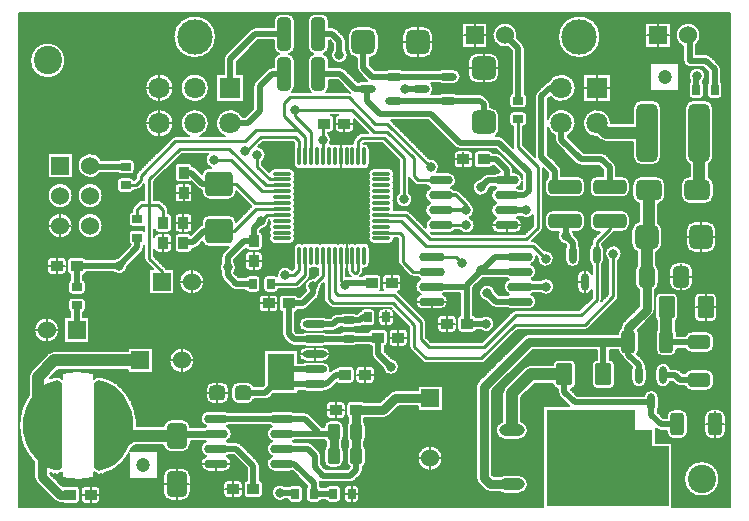
<source format=gtl>
G04 Layer_Physical_Order=1*
G04 Layer_Color=255*
%FSLAX24Y24*%
%MOIN*%
G70*
G01*
G75*
%ADD10C,0.0079*%
G04:AMPARAMS|DCode=11|XSize=41mil|YSize=36mil|CornerRadius=1.8mil|HoleSize=0mil|Usage=FLASHONLY|Rotation=0.000|XOffset=0mil|YOffset=0mil|HoleType=Round|Shape=RoundedRectangle|*
%AMROUNDEDRECTD11*
21,1,0.0410,0.0324,0,0,0.0*
21,1,0.0374,0.0360,0,0,0.0*
1,1,0.0036,0.0187,-0.0162*
1,1,0.0036,-0.0187,-0.0162*
1,1,0.0036,-0.0187,0.0162*
1,1,0.0036,0.0187,0.0162*
%
%ADD11ROUNDEDRECTD11*%
%ADD12O,0.0800X0.0295*%
G04:AMPARAMS|DCode=13|XSize=41mil|YSize=36mil|CornerRadius=1.8mil|HoleSize=0mil|Usage=FLASHONLY|Rotation=270.000|XOffset=0mil|YOffset=0mil|HoleType=Round|Shape=RoundedRectangle|*
%AMROUNDEDRECTD13*
21,1,0.0410,0.0324,0,0,270.0*
21,1,0.0374,0.0360,0,0,270.0*
1,1,0.0036,-0.0162,-0.0187*
1,1,0.0036,-0.0162,0.0187*
1,1,0.0036,0.0162,0.0187*
1,1,0.0036,0.0162,-0.0187*
%
%ADD13ROUNDEDRECTD13*%
G04:AMPARAMS|DCode=14|XSize=55.1mil|YSize=70.9mil|CornerRadius=13.8mil|HoleSize=0mil|Usage=FLASHONLY|Rotation=180.000|XOffset=0mil|YOffset=0mil|HoleType=Round|Shape=RoundedRectangle|*
%AMROUNDEDRECTD14*
21,1,0.0551,0.0433,0,0,180.0*
21,1,0.0276,0.0709,0,0,180.0*
1,1,0.0276,-0.0138,0.0217*
1,1,0.0276,0.0138,0.0217*
1,1,0.0276,0.0138,-0.0217*
1,1,0.0276,-0.0138,-0.0217*
%
%ADD14ROUNDEDRECTD14*%
G04:AMPARAMS|DCode=15|XSize=54mil|YSize=50mil|CornerRadius=12.5mil|HoleSize=0mil|Usage=FLASHONLY|Rotation=0.000|XOffset=0mil|YOffset=0mil|HoleType=Round|Shape=RoundedRectangle|*
%AMROUNDEDRECTD15*
21,1,0.0540,0.0250,0,0,0.0*
21,1,0.0290,0.0500,0,0,0.0*
1,1,0.0250,0.0145,-0.0125*
1,1,0.0250,-0.0145,-0.0125*
1,1,0.0250,-0.0145,0.0125*
1,1,0.0250,0.0145,0.0125*
%
%ADD15ROUNDEDRECTD15*%
%ADD16O,0.0807X0.0256*%
G04:AMPARAMS|DCode=17|XSize=126mil|YSize=80.7mil|CornerRadius=20.2mil|HoleSize=0mil|Usage=FLASHONLY|Rotation=270.000|XOffset=0mil|YOffset=0mil|HoleType=Round|Shape=RoundedRectangle|*
%AMROUNDEDRECTD17*
21,1,0.1260,0.0404,0,0,270.0*
21,1,0.0856,0.0807,0,0,270.0*
1,1,0.0404,-0.0202,-0.0428*
1,1,0.0404,-0.0202,0.0428*
1,1,0.0404,0.0202,0.0428*
1,1,0.0404,0.0202,-0.0428*
%
%ADD17ROUNDEDRECTD17*%
%ADD18O,0.0850X0.0295*%
G04:AMPARAMS|DCode=19|XSize=110.2mil|YSize=47.2mil|CornerRadius=11.8mil|HoleSize=0mil|Usage=FLASHONLY|Rotation=270.000|XOffset=0mil|YOffset=0mil|HoleType=Round|Shape=RoundedRectangle|*
%AMROUNDEDRECTD19*
21,1,0.1102,0.0236,0,0,270.0*
21,1,0.0866,0.0472,0,0,270.0*
1,1,0.0236,-0.0118,-0.0433*
1,1,0.0236,-0.0118,0.0433*
1,1,0.0236,0.0118,0.0433*
1,1,0.0236,0.0118,-0.0433*
%
%ADD19ROUNDEDRECTD19*%
G04:AMPARAMS|DCode=20|XSize=110.2mil|YSize=47.2mil|CornerRadius=11.8mil|HoleSize=0mil|Usage=FLASHONLY|Rotation=180.000|XOffset=0mil|YOffset=0mil|HoleType=Round|Shape=RoundedRectangle|*
%AMROUNDEDRECTD20*
21,1,0.1102,0.0236,0,0,180.0*
21,1,0.0866,0.0472,0,0,180.0*
1,1,0.0236,-0.0433,0.0118*
1,1,0.0236,0.0433,0.0118*
1,1,0.0236,0.0433,-0.0118*
1,1,0.0236,-0.0433,-0.0118*
%
%ADD20ROUNDEDRECTD20*%
G04:AMPARAMS|DCode=21|XSize=194.9mil|YSize=70.9mil|CornerRadius=17.7mil|HoleSize=0mil|Usage=FLASHONLY|Rotation=90.000|XOffset=0mil|YOffset=0mil|HoleType=Round|Shape=RoundedRectangle|*
%AMROUNDEDRECTD21*
21,1,0.1949,0.0354,0,0,90.0*
21,1,0.1594,0.0709,0,0,90.0*
1,1,0.0354,0.0177,0.0797*
1,1,0.0354,0.0177,-0.0797*
1,1,0.0354,-0.0177,-0.0797*
1,1,0.0354,-0.0177,0.0797*
%
%ADD21ROUNDEDRECTD21*%
%ADD22R,0.0394X0.0394*%
G04:AMPARAMS|DCode=23|XSize=90.6mil|YSize=82.7mil|CornerRadius=12.4mil|HoleSize=0mil|Usage=FLASHONLY|Rotation=0.000|XOffset=0mil|YOffset=0mil|HoleType=Round|Shape=RoundedRectangle|*
%AMROUNDEDRECTD23*
21,1,0.0906,0.0579,0,0,0.0*
21,1,0.0657,0.0827,0,0,0.0*
1,1,0.0248,0.0329,-0.0289*
1,1,0.0248,-0.0329,-0.0289*
1,1,0.0248,-0.0329,0.0289*
1,1,0.0248,0.0329,0.0289*
%
%ADD23ROUNDEDRECTD23*%
G04:AMPARAMS|DCode=24|XSize=28mil|YSize=35.8mil|CornerRadius=2.8mil|HoleSize=0mil|Usage=FLASHONLY|Rotation=90.000|XOffset=0mil|YOffset=0mil|HoleType=Round|Shape=RoundedRectangle|*
%AMROUNDEDRECTD24*
21,1,0.0280,0.0302,0,0,90.0*
21,1,0.0224,0.0358,0,0,90.0*
1,1,0.0056,0.0151,0.0112*
1,1,0.0056,0.0151,-0.0112*
1,1,0.0056,-0.0151,-0.0112*
1,1,0.0056,-0.0151,0.0112*
%
%ADD24ROUNDEDRECTD24*%
G04:AMPARAMS|DCode=25|XSize=28mil|YSize=35.8mil|CornerRadius=2.8mil|HoleSize=0mil|Usage=FLASHONLY|Rotation=180.000|XOffset=0mil|YOffset=0mil|HoleType=Round|Shape=RoundedRectangle|*
%AMROUNDEDRECTD25*
21,1,0.0280,0.0302,0,0,180.0*
21,1,0.0224,0.0358,0,0,180.0*
1,1,0.0056,-0.0112,0.0151*
1,1,0.0056,0.0112,0.0151*
1,1,0.0056,0.0112,-0.0151*
1,1,0.0056,-0.0112,-0.0151*
%
%ADD25ROUNDEDRECTD25*%
G04:AMPARAMS|DCode=26|XSize=55.1mil|YSize=41.3mil|CornerRadius=10.3mil|HoleSize=0mil|Usage=FLASHONLY|Rotation=270.000|XOffset=0mil|YOffset=0mil|HoleType=Round|Shape=RoundedRectangle|*
%AMROUNDEDRECTD26*
21,1,0.0551,0.0207,0,0,270.0*
21,1,0.0344,0.0413,0,0,270.0*
1,1,0.0207,-0.0103,-0.0172*
1,1,0.0207,-0.0103,0.0172*
1,1,0.0207,0.0103,0.0172*
1,1,0.0207,0.0103,-0.0172*
%
%ADD26ROUNDEDRECTD26*%
G04:AMPARAMS|DCode=27|XSize=47.2mil|YSize=74.8mil|CornerRadius=11.8mil|HoleSize=0mil|Usage=FLASHONLY|Rotation=180.000|XOffset=0mil|YOffset=0mil|HoleType=Round|Shape=RoundedRectangle|*
%AMROUNDEDRECTD27*
21,1,0.0472,0.0512,0,0,180.0*
21,1,0.0236,0.0748,0,0,180.0*
1,1,0.0236,-0.0118,0.0256*
1,1,0.0236,0.0118,0.0256*
1,1,0.0236,0.0118,-0.0256*
1,1,0.0236,-0.0118,-0.0256*
%
%ADD27ROUNDEDRECTD27*%
G04:AMPARAMS|DCode=28|XSize=47.2mil|YSize=74.8mil|CornerRadius=11.8mil|HoleSize=0mil|Usage=FLASHONLY|Rotation=90.000|XOffset=0mil|YOffset=0mil|HoleType=Round|Shape=RoundedRectangle|*
%AMROUNDEDRECTD28*
21,1,0.0472,0.0512,0,0,90.0*
21,1,0.0236,0.0748,0,0,90.0*
1,1,0.0236,0.0256,0.0118*
1,1,0.0236,0.0256,-0.0118*
1,1,0.0236,-0.0256,-0.0118*
1,1,0.0236,-0.0256,0.0118*
%
%ADD28ROUNDEDRECTD28*%
%ADD29C,0.0472*%
G04:AMPARAMS|DCode=30|XSize=82.7mil|YSize=78.7mil|CornerRadius=19.7mil|HoleSize=0mil|Usage=FLASHONLY|Rotation=180.000|XOffset=0mil|YOffset=0mil|HoleType=Round|Shape=RoundedRectangle|*
%AMROUNDEDRECTD30*
21,1,0.0827,0.0394,0,0,180.0*
21,1,0.0433,0.0787,0,0,180.0*
1,1,0.0394,-0.0217,0.0197*
1,1,0.0394,0.0217,0.0197*
1,1,0.0394,0.0217,-0.0197*
1,1,0.0394,-0.0217,-0.0197*
%
%ADD30ROUNDEDRECTD30*%
%ADD31O,0.0591X0.0281*%
G04:AMPARAMS|DCode=32|XSize=82.7mil|YSize=78.7mil|CornerRadius=19.7mil|HoleSize=0mil|Usage=FLASHONLY|Rotation=270.000|XOffset=0mil|YOffset=0mil|HoleType=Round|Shape=RoundedRectangle|*
%AMROUNDEDRECTD32*
21,1,0.0827,0.0394,0,0,270.0*
21,1,0.0433,0.0787,0,0,270.0*
1,1,0.0394,-0.0197,-0.0217*
1,1,0.0394,-0.0197,0.0217*
1,1,0.0394,0.0197,0.0217*
1,1,0.0394,0.0197,-0.0217*
%
%ADD32ROUNDEDRECTD32*%
%ADD33O,0.0281X0.0591*%
G04:AMPARAMS|DCode=34|XSize=86.6mil|YSize=68.9mil|CornerRadius=17.2mil|HoleSize=0mil|Usage=FLASHONLY|Rotation=90.000|XOffset=0mil|YOffset=0mil|HoleType=Round|Shape=RoundedRectangle|*
%AMROUNDEDRECTD34*
21,1,0.0866,0.0344,0,0,90.0*
21,1,0.0522,0.0689,0,0,90.0*
1,1,0.0344,0.0172,0.0261*
1,1,0.0344,0.0172,-0.0261*
1,1,0.0344,-0.0172,-0.0261*
1,1,0.0344,-0.0172,0.0261*
%
%ADD34ROUNDEDRECTD34*%
G04:AMPARAMS|DCode=35|XSize=86.6mil|YSize=68.9mil|CornerRadius=17.2mil|HoleSize=0mil|Usage=FLASHONLY|Rotation=180.000|XOffset=0mil|YOffset=0mil|HoleType=Round|Shape=RoundedRectangle|*
%AMROUNDEDRECTD35*
21,1,0.0866,0.0344,0,0,180.0*
21,1,0.0522,0.0689,0,0,180.0*
1,1,0.0344,-0.0261,0.0172*
1,1,0.0344,0.0261,0.0172*
1,1,0.0344,0.0261,-0.0172*
1,1,0.0344,-0.0261,-0.0172*
%
%ADD35ROUNDEDRECTD35*%
G04:AMPARAMS|DCode=36|XSize=51.2mil|YSize=72mil|CornerRadius=2.6mil|HoleSize=0mil|Usage=FLASHONLY|Rotation=180.000|XOffset=0mil|YOffset=0mil|HoleType=Round|Shape=RoundedRectangle|*
%AMROUNDEDRECTD36*
21,1,0.0512,0.0669,0,0,180.0*
21,1,0.0461,0.0720,0,0,180.0*
1,1,0.0051,-0.0230,0.0335*
1,1,0.0051,0.0230,0.0335*
1,1,0.0051,0.0230,-0.0335*
1,1,0.0051,-0.0230,-0.0335*
%
%ADD36ROUNDEDRECTD36*%
G04:AMPARAMS|DCode=37|XSize=279.5mil|YSize=218.5mil|CornerRadius=10.9mil|HoleSize=0mil|Usage=FLASHONLY|Rotation=0.000|XOffset=0mil|YOffset=0mil|HoleType=Round|Shape=RoundedRectangle|*
%AMROUNDEDRECTD37*
21,1,0.2795,0.1967,0,0,0.0*
21,1,0.2577,0.2185,0,0,0.0*
1,1,0.0219,0.1288,-0.0983*
1,1,0.0219,-0.1288,-0.0983*
1,1,0.0219,-0.1288,0.0983*
1,1,0.0219,0.1288,0.0983*
%
%ADD37ROUNDEDRECTD37*%
%ADD38O,0.0846X0.0394*%
%ADD39O,0.0118X0.0630*%
%ADD40O,0.0630X0.0118*%
%ADD41C,0.0197*%
%ADD42C,0.0098*%
%ADD43C,0.0118*%
%ADD44C,0.0394*%
%ADD45C,0.0295*%
%ADD46C,0.0236*%
%ADD47R,0.1260X0.1624*%
%ADD48R,0.0896X0.1220*%
%ADD49R,0.0738X0.0600*%
%ADD50R,0.2963X0.0669*%
%ADD51R,0.4055X0.1988*%
%ADD52C,0.0600*%
%ADD53R,0.0600X0.0600*%
%ADD54C,0.0709*%
%ADD55C,0.1181*%
%ADD56R,0.0709X0.0709*%
%ADD57R,0.0709X0.0709*%
%ADD58R,0.0600X0.0600*%
%ADD59C,0.0945*%
%ADD60C,0.0315*%
G36*
X22725Y33963D02*
X22854Y33922D01*
X23005Y33862D01*
X23145Y33779D01*
X23270Y33675D01*
X23275Y33670D01*
X23424Y33505D01*
X23549Y33321D01*
X23649Y33122D01*
X23722Y32911D01*
X23767Y32693D01*
X23781Y32470D01*
X23767Y32248D01*
X23722Y32030D01*
X23649Y31819D01*
X23549Y31620D01*
X23424Y31436D01*
X23275Y31271D01*
X23272Y31268D01*
X23146Y31163D01*
X23004Y31079D01*
X22851Y31018D01*
X22717Y30976D01*
X22644Y30967D01*
X22573Y30986D01*
X22514Y31029D01*
X22475Y31091D01*
X22461Y31164D01*
Y33769D01*
X22476Y33844D01*
X22516Y33908D01*
X22577Y33952D01*
X22650Y33972D01*
X22725Y33963D01*
D02*
G37*
G36*
X21305Y33955D02*
X21364Y33912D01*
X21403Y33849D01*
X21417Y33777D01*
Y31172D01*
X21402Y31097D01*
X21362Y31033D01*
X21301Y30989D01*
X21228Y30969D01*
X21153Y30978D01*
X21023Y31019D01*
X20873Y31079D01*
X20733Y31162D01*
X20608Y31266D01*
X20603Y31271D01*
X20454Y31436D01*
X20329Y31620D01*
X20228Y31819D01*
X20156Y32030D01*
X20111Y32248D01*
X20097Y32470D01*
X20111Y32693D01*
X20156Y32911D01*
X20228Y33122D01*
X20329Y33321D01*
X20454Y33505D01*
X20603Y33670D01*
X20606Y33673D01*
X20732Y33778D01*
X20874Y33862D01*
X21026Y33923D01*
X21161Y33965D01*
X21234Y33974D01*
X21305Y33955D01*
D02*
G37*
D10*
X42688Y45482D02*
G03*
X42112Y45095I-418J0D01*
G01*
X42545Y45168D02*
G03*
X42688Y45482I-276J314D01*
G01*
X43027Y44779D02*
G03*
X42874Y44843I-153J-153D01*
G01*
X43027Y44779D02*
G03*
X42874Y44843I-153J-153D01*
G01*
X43376Y44341D02*
G03*
X43312Y44494I-217J0D01*
G01*
X43376Y44341D02*
G03*
X43312Y44494I-217J0D01*
G01*
X42112Y44626D02*
G03*
X42329Y44409I217J0D01*
G01*
X42112Y44626D02*
G03*
X42329Y44409I217J0D01*
G01*
X43417Y43803D02*
G03*
X43376Y43905I-146J0D01*
G01*
X42844Y44124D02*
G03*
X42333Y43982I-276J0D01*
G01*
X42943Y43905D02*
G03*
X42901Y43803I105J-102D01*
G01*
X43271Y43354D02*
G03*
X43417Y43500I0J146D01*
G01*
X42901D02*
G03*
X43048Y43354I146J0D01*
G01*
X43110Y43032D02*
G03*
X42815Y43327I-295J0D01*
G01*
X42807Y43803D02*
G03*
X42766Y43905I-146J0D01*
G01*
Y43931D02*
G03*
X42844Y44124I-197J193D01*
G01*
X42333Y43905D02*
G03*
X42291Y43803I105J-102D01*
G01*
X42661Y43354D02*
G03*
X42807Y43500I0J146D01*
G01*
X42291D02*
G03*
X42438Y43354I146J0D01*
G01*
X42461Y43327D02*
G03*
X42165Y43032I0J-295D01*
G01*
X41378D02*
G03*
X41083Y43327I-295J0D01*
G01*
X39350Y45423D02*
G03*
X39350Y45423I-709J0D01*
G01*
D02*
G03*
X39350Y45423I-709J0D01*
G01*
X40728Y43327D02*
G03*
X40433Y43032I0J-295D01*
G01*
X39705Y42549D02*
G03*
X39257Y42070I-472J-8D01*
G01*
X38524Y43722D02*
G03*
X37629Y43934I-472J0D01*
G01*
D02*
G03*
X37514Y43873I39J-213D01*
G01*
X37629Y43934D02*
G03*
X37514Y43874I39J-213D01*
G01*
X37681Y43428D02*
G03*
X38524Y43722I370J294D01*
G01*
X38268Y42121D02*
G03*
X38524Y42541I-217J420D01*
G01*
D02*
G03*
X37598Y42676I-472J0D01*
G01*
X42953Y41176D02*
G03*
X43110Y41437I-138J261D01*
G01*
X42165D02*
G03*
X42323Y41176I295J0D01*
G01*
X43130Y40487D02*
G03*
X42953Y40755I-290J0D01*
G01*
X42318Y40778D02*
G03*
X42028Y40487I0J-290D01*
G01*
X41083Y41142D02*
G03*
X41378Y41437I0J295D01*
G01*
X40433D02*
G03*
X40728Y41142I295J0D01*
G01*
X41516Y40487D02*
G03*
X41225Y40778I-290J0D01*
G01*
X40704D02*
G03*
X40413Y40487I0J-290D01*
G01*
X40325Y40541D02*
G03*
X40089Y40778I-236J0D01*
G01*
X42840Y39852D02*
G03*
X43130Y40143I0J290D01*
G01*
X42028D02*
G03*
X42318Y39852I290J0D01*
G01*
X43218Y38967D02*
G03*
X42904Y39281I-315J0D01*
G01*
X42510D02*
G03*
X42195Y38967I0J-315D01*
G01*
X41280Y39857D02*
G03*
X41516Y40143I-54J285D01*
G01*
X40413D02*
G03*
X40650Y39857I290J0D01*
G01*
X40089Y40069D02*
G03*
X40325Y40305I0J236D01*
G01*
X41407Y38967D02*
G03*
X41280Y39220I-315J0D01*
G01*
X40325Y39400D02*
G03*
X40089Y39636I-236J0D01*
G01*
X40650Y39278D02*
G03*
X40384Y38967I49J-311D01*
G01*
X40089Y38927D02*
G03*
X40325Y39163I0J236D01*
G01*
X39315Y42012D02*
G03*
X39537Y41919I223J223D01*
G01*
X39314Y42012D02*
G03*
X39537Y41919I223J222D01*
G01*
X39533Y41501D02*
G03*
X39380Y41565I-153J-153D01*
G01*
X39533Y41502D02*
G03*
X39380Y41565I-153J-153D01*
G01*
X39872Y41073D02*
G03*
X39809Y41226I-217J0D01*
G01*
X39872Y41073D02*
G03*
X39808Y41226I-217J0D01*
G01*
X37835Y41998D02*
G03*
X37898Y41845I217J0D01*
G01*
X37598Y42406D02*
G03*
X37835Y42121I453J135D01*
G01*
Y41998D02*
G03*
X37898Y41845I217J0D01*
G01*
X38547Y41196D02*
G03*
X38701Y41132I153J153D01*
G01*
X38548Y41195D02*
G03*
X38701Y41132I153J153D01*
G01*
X38051Y40965D02*
G03*
X37987Y41118I-217J0D01*
G01*
X38051Y40965D02*
G03*
X37988Y41118I-217J0D01*
G01*
X38986Y40305D02*
G03*
X39222Y40069I236J0D01*
G01*
Y40778D02*
G03*
X38986Y40541I0J-236D01*
G01*
X39222Y39636D02*
G03*
X38986Y39400I0J-236D01*
G01*
X39774Y38897D02*
G03*
X39797Y38927I-118J118D01*
G01*
X39774Y38897D02*
G03*
X39797Y38927I-118J118D01*
G01*
X38986Y39163D02*
G03*
X39222Y38927I236J0D01*
G01*
X39104Y38701D02*
G03*
X39055Y38583I118J-118D01*
G01*
X39104Y38701D02*
G03*
X39055Y38583I118J-118D01*
G01*
X38839Y40541D02*
G03*
X38602Y40778I-236J0D01*
G01*
Y40069D02*
G03*
X38839Y40305I0J236D01*
G01*
X37500D02*
G03*
X37736Y40069I236J0D01*
G01*
X37618Y40746D02*
G03*
X37500Y40541I118J-205D01*
G01*
X38839Y39400D02*
G03*
X38602Y39636I-236J0D01*
G01*
Y38927D02*
G03*
X38839Y39163I0J236D01*
G01*
X38639Y38566D02*
G03*
X38576Y38719I-217J0D01*
G01*
X38639Y38566D02*
G03*
X38575Y38719I-217J0D01*
G01*
X37736Y39636D02*
G03*
X37500Y39400I0J-236D01*
G01*
Y39163D02*
G03*
X37736Y38927I236J0D01*
G01*
X38472Y38822D02*
G03*
X38437Y38927I-274J-33D01*
G01*
X37960D02*
G03*
X38166Y38516I239J-138D01*
G01*
X36821Y45045D02*
G03*
X36757Y45198I-217J0D01*
G01*
X36821Y45045D02*
G03*
X36757Y45199I-217J0D01*
G01*
X36573Y45382D02*
G03*
X36585Y45482I-406J100D01*
G01*
D02*
G03*
X36267Y45076I-418J0D01*
G01*
X35984Y44577D02*
G03*
X35669Y44892I-315J0D01*
G01*
Y43868D02*
G03*
X35984Y44183I0J315D01*
G01*
X35236Y44892D02*
G03*
X34921Y44577I0J-315D01*
G01*
Y44183D02*
G03*
X35236Y43868I315J0D01*
G01*
X37229Y43588D02*
G03*
X37165Y43435I153J-153D01*
G01*
X37229Y43588D02*
G03*
X37165Y43435I153J-153D01*
G01*
X36902Y43409D02*
G03*
X36821Y43540I-146J0D01*
G01*
X36756Y43039D02*
G03*
X36902Y43185I0J146D01*
G01*
X36307D02*
G03*
X36453Y43039I146J0D01*
G01*
Y42945D02*
G03*
X36307Y42799I0J-146D01*
G01*
X36772Y42430D02*
G03*
X36902Y42575I-16J145D01*
G01*
Y42799D02*
G03*
X36756Y42945I-146J0D01*
G01*
X36388Y43540D02*
G03*
X36307Y43409I65J-131D01*
G01*
X35478Y43450D02*
G03*
X35325Y43514I-153J-153D01*
G01*
X35478Y43450D02*
G03*
X35325Y43514I-153J-153D01*
G01*
X35669Y43169D02*
G03*
X35606Y43322I-217J0D01*
G01*
X35669Y43169D02*
G03*
X35606Y43323I-217J0D01*
G01*
X36307Y42575D02*
G03*
X36437Y42430I146J0D01*
G01*
X35984Y42766D02*
G03*
X35669Y43081I-315J0D01*
G01*
X36118Y42052D02*
G03*
X35965Y42116I-153J-153D01*
G01*
X36118Y42053D02*
G03*
X35965Y42116I-153J-153D01*
G01*
X35853D02*
G03*
X35984Y42372I-184J256D01*
G01*
X33770Y45463D02*
G03*
X33455Y45778I-315J0D01*
G01*
X34122Y44356D02*
G03*
X33980Y44314I0J-258D01*
G01*
X33455Y44715D02*
G03*
X33770Y45030I0J315D01*
G01*
X33061Y45778D02*
G03*
X32746Y45463I0J-315D01*
G01*
X31959D02*
G03*
X31644Y45778I-315J0D01*
G01*
X32746Y45030D02*
G03*
X33061Y44715I315J0D01*
G01*
X31663Y44715D02*
G03*
X31959Y45030I-20J314D01*
G01*
X34431Y43839D02*
G03*
X34690Y44097I0J258D01*
G01*
D02*
G03*
X34431Y44356I-258J0D01*
G01*
X33980Y43881D02*
G03*
X34122Y43839I141J217D01*
G01*
X34573Y43514D02*
G03*
X34431Y43556I-141J-217D01*
G01*
X34122D02*
G03*
X33980Y43514I0J-258D01*
G01*
X33780Y43697D02*
G03*
X33703Y43881I-258J0D01*
G01*
Y43514D02*
G03*
X33780Y43697I-182J183D01*
G01*
X32781Y44314D02*
G03*
X32640Y44356I-141J-217D01*
G01*
X32330D02*
G03*
X32189Y44314I0J-258D01*
G01*
X36442Y40989D02*
G03*
X36379Y41142I-217J0D01*
G01*
X36442Y40989D02*
G03*
X36378Y41142I-217J0D01*
G01*
X36742Y40669D02*
G03*
X36478Y40906I-264J-29D01*
G01*
X36568Y40390D02*
G03*
X36742Y40611I-90J250D01*
G01*
X36632Y40356D02*
G03*
X36568Y40390I-154J-217D01*
G01*
X36029Y41492D02*
G03*
X35876Y41555I-153J-153D01*
G01*
X36029Y41491D02*
G03*
X35876Y41555I-153J-153D01*
G01*
X35765D02*
G03*
X35640Y41637I-125J-55D01*
G01*
X35266D02*
G03*
X35130Y41501I0J-136D01*
G01*
Y41177D02*
G03*
X35266Y41041I136J0D01*
G01*
X35640D02*
G03*
X35765Y41122I0J136D01*
G01*
X35819Y40423D02*
G03*
X35883Y40390I154J217D01*
G01*
X35973Y40906D02*
G03*
X35819Y40856I0J-266D01*
G01*
X35600D02*
G03*
X35447Y40793I0J-217D01*
G01*
X35600Y40856D02*
G03*
X35447Y40793I0J-217D01*
G01*
X36713Y39423D02*
G03*
X37106Y39477I170J217D01*
G01*
X36568Y39390D02*
G03*
X36632Y39423I-90J250D01*
G01*
X36744Y39140D02*
G03*
X36568Y39390I-266J0D01*
G01*
X37392Y38947D02*
G03*
X37441Y39065I-118J118D01*
G01*
X37392Y38947D02*
G03*
X37441Y39065I-118J118D01*
G01*
X37215Y38573D02*
G03*
X37096Y38622I-118J-118D01*
G01*
X37215Y38573D02*
G03*
X37096Y38622I-118J-118D01*
G01*
X36478Y38874D02*
G03*
X36744Y39140I0J266D01*
G01*
X35883Y40390D02*
G03*
X35883Y39890I90J-250D01*
G01*
D02*
G03*
X35883Y39390I90J-250D01*
G01*
X35332Y40677D02*
G03*
X35638Y40371I33J-274D01*
G01*
X35138Y39640D02*
G03*
X35034Y39855I-276J0D01*
G01*
X35883Y39390D02*
G03*
X35973Y38874I90J-250D01*
G01*
X34512Y41746D02*
G03*
X34665Y41683I153J153D01*
G01*
X34512Y41747D02*
G03*
X34665Y41683I153J153D01*
G01*
X35106Y41501D02*
G03*
X34970Y41637I-136J0D01*
G01*
X34596D02*
G03*
X34460Y41501I0J-136D01*
G01*
X34970Y41041D02*
G03*
X35106Y41177I0J136D01*
G01*
X34460D02*
G03*
X34596Y41041I136J0D01*
G01*
X34544Y40640D02*
G03*
X34278Y40906I-266J0D01*
G01*
X34368Y40390D02*
G03*
X34544Y40640I-90J250D01*
G01*
X34476Y40317D02*
G03*
X34368Y40390I-198J-177D01*
G01*
X33967Y41083D02*
G03*
X33654Y41356I-276J0D01*
G01*
X33902Y40906D02*
G03*
X33967Y41083I-211J177D01*
G01*
X32480Y40866D02*
G03*
X32303Y41043I-177J0D01*
G01*
X32450Y40768D02*
G03*
X32480Y40866I-147J98D01*
G01*
X33159Y40521D02*
G03*
X33278Y40472I118J118D01*
G01*
X33159Y40521D02*
G03*
X33278Y40472I118J118D01*
G01*
X32972Y40731D02*
G03*
X33012Y40669I157J57D01*
G01*
X32972Y40731D02*
G03*
X33012Y40669I157J57D01*
G01*
X33567Y40472D02*
G03*
X33683Y40390I206J167D01*
G01*
X32450Y40571D02*
G03*
X32480Y40669I-147J98D01*
G01*
D02*
G03*
X32450Y40768I-177J0D01*
G01*
Y40374D02*
G03*
X32480Y40472I-147J98D01*
G01*
D02*
G03*
X32450Y40571I-177J0D01*
G01*
X32480Y40276D02*
G03*
X32450Y40374I-177J0D01*
G01*
X35034Y39855D02*
G03*
X34987Y39938I-172J-42D01*
G01*
X35157Y39144D02*
G03*
X34992Y39396I-276J0D01*
G01*
D02*
G03*
X35138Y39640I-129J243D01*
G01*
X35034Y39855D02*
G03*
X34987Y39938I-172J-42D01*
G01*
X34661Y40265D02*
G03*
X34535Y40317I-125J-125D01*
G01*
X33683Y40390D02*
G03*
X33683Y39890I90J-250D01*
G01*
X34661Y40265D02*
G03*
X34535Y40317I-125J-125D01*
G01*
X33683Y39890D02*
G03*
X33683Y39390I90J-250D01*
G01*
D02*
G03*
X33520Y39059I90J-250D01*
G01*
X34663Y38976D02*
G03*
X35157Y39144I219J167D01*
G01*
X34278Y38874D02*
G03*
X34488Y38976I0J266D01*
G01*
X33693Y38887D02*
G03*
X33773Y38874I81J253D01*
G01*
X33081Y40010D02*
G03*
X32972Y40229I-276J0D01*
G01*
X32450Y40177D02*
G03*
X32480Y40276I-147J98D01*
G01*
X32638Y40229D02*
G03*
X33081Y40010I167J-219D01*
G01*
X32450Y39980D02*
G03*
X32480Y40079I-147J98D01*
G01*
D02*
G03*
X32450Y40177I-177J0D01*
G01*
X32480Y39882D02*
G03*
X32450Y39980I-177J0D01*
G01*
X32973Y39606D02*
G03*
X32854Y39656I-118J-118D01*
G01*
X32973Y39606D02*
G03*
X32854Y39656I-118J-118D01*
G01*
X32450Y39783D02*
G03*
X32480Y39882I-147J98D01*
G01*
Y39685D02*
G03*
X32450Y39783I-177J0D01*
G01*
X32303Y38524D02*
G03*
X32480Y38701I0J177D01*
G01*
X42904Y38219D02*
G03*
X43218Y38533I0J315D01*
G01*
X42195D02*
G03*
X42510Y38219I315J0D01*
G01*
X42624Y36886D02*
G03*
X42481Y36742I0J-144D01*
G01*
X43229D02*
G03*
X43085Y36886I-144J0D01*
G01*
X42431Y37648D02*
G03*
X42175Y37904I-256J0D01*
G01*
Y36959D02*
G03*
X42431Y37215I0J256D01*
G01*
X41900Y37904D02*
G03*
X41644Y37648I0J-256D01*
G01*
X41211Y38241D02*
G03*
X41407Y38533I-118J292D01*
G01*
X40384D02*
G03*
X40581Y38241I315J0D01*
G01*
X41289Y37648D02*
G03*
X41211Y37832I-256J0D01*
G01*
X40581Y37832D02*
G03*
X40502Y37648I177J-185D01*
G01*
X41644Y37215D02*
G03*
X41900Y36959I256J0D01*
G01*
X41929Y36742D02*
G03*
X41785Y36886I-144J0D01*
G01*
X41161Y36993D02*
G03*
X41289Y37215I-128J222D01*
G01*
X41324Y36886D02*
G03*
X41181Y36742I0J-144D01*
G01*
X40502Y37215D02*
G03*
X40630Y36993I256J0D01*
G01*
X43085Y35929D02*
G03*
X43229Y36073I0J144D01*
G01*
X43140Y35364D02*
G03*
X42904Y35601I-236J0D01*
G01*
X42481Y36073D02*
G03*
X42624Y35929I144J0D01*
G01*
X41084Y36141D02*
G03*
X41161Y36329I-188J188D01*
G01*
X41083Y36141D02*
G03*
X41161Y36329I-188J188D01*
G01*
X41860Y35950D02*
G03*
X41929Y36073I-75J123D01*
G01*
X41181D02*
G03*
X41230Y35965I144J0D01*
G01*
X42392Y35601D02*
G03*
X42177Y35463I0J-236D01*
G01*
X41900Y35522D02*
G03*
X41860Y35653I-236J0D01*
G01*
X41230Y35652D02*
G03*
X41191Y35522I197J-130D01*
G01*
X40640D02*
G03*
X40598Y35655I-236J0D01*
G01*
X39951Y37980D02*
G03*
X40059Y38199I-167J219D01*
G01*
D02*
G03*
X39616Y37980I-276J0D01*
G01*
X39481Y38319D02*
G03*
X39391Y38515I-258J0D01*
G01*
X39390Y37812D02*
G03*
X39481Y38009I-167J197D01*
G01*
X39055Y38516D02*
G03*
X38964Y38319I167J-197D01*
G01*
X38681D02*
G03*
X38639Y38460I-258J0D01*
G01*
X38206D02*
G03*
X38164Y38319I217J-141D01*
G01*
X38964Y38009D02*
G03*
X39055Y37812I258J0D01*
G01*
X38164Y38009D02*
G03*
X38681Y38009I258J0D01*
G01*
X39055Y37522D02*
G03*
X38564Y37409I-233J-113D01*
G01*
X39902Y36653D02*
G03*
X39951Y36772I-118J118D01*
G01*
X39902Y36653D02*
G03*
X39951Y36772I-118J118D01*
G01*
X39379Y36604D02*
G03*
X39390Y36663I-156J60D01*
G01*
X39379Y36604D02*
G03*
X39390Y36663I-156J60D01*
G01*
X40098Y35907D02*
G03*
X40020Y35718I188J-188D01*
G01*
X40097Y35906D02*
G03*
X40020Y35718I188J-188D01*
G01*
Y35706D02*
G03*
X39931Y35531I148J-184D01*
G01*
X38564Y37099D02*
G03*
X39055Y36987I258J0D01*
G01*
X38839Y35659D02*
G03*
X38957Y35708I0J167D01*
G01*
X38839Y35659D02*
G03*
X38957Y35708I0J167D01*
G01*
X42904Y34892D02*
G03*
X43140Y35128I0J236D01*
G01*
Y34104D02*
G03*
X42904Y34341I-236J0D01*
G01*
X43524Y32766D02*
G03*
X43288Y33002I-236J0D01*
G01*
X42904Y33632D02*
G03*
X43140Y33868I0J236D01*
G01*
X43051Y33002D02*
G03*
X42815Y32766I0J-236D01*
G01*
X42177Y35030D02*
G03*
X42392Y34892I215J98D01*
G01*
Y34341D02*
G03*
X42177Y34203I0J-236D01*
G01*
X41999Y34302D02*
G03*
X41846Y34365I-153J-153D01*
G01*
X41999Y34301D02*
G03*
X41846Y34365I-153J-153D01*
G01*
X42177Y33770D02*
G03*
X42392Y33632I215J98D01*
G01*
X41854Y33833D02*
G03*
X42008Y33770I153J153D01*
G01*
X41855Y33833D02*
G03*
X42008Y33770I153J153D01*
G01*
X42264Y32766D02*
G03*
X42028Y33002I-236J0D01*
G01*
X43288Y32018D02*
G03*
X43524Y32254I0J236D01*
G01*
X42815D02*
G03*
X43051Y32018I236J0D01*
G01*
X43317Y30689D02*
G03*
X43317Y30689I-591J0D01*
G01*
D02*
G03*
X43317Y30689I-591J0D01*
G01*
X42028Y32018D02*
G03*
X42264Y32254I0J236D01*
G01*
X41663Y34774D02*
G03*
X41900Y35010I0J236D01*
G01*
X41191D02*
G03*
X41427Y34774I236J0D01*
G01*
X40854Y34481D02*
G03*
X40790Y34634I-217J0D01*
G01*
X40854Y34481D02*
G03*
X40790Y34635I-217J0D01*
G01*
X40576Y34848D02*
G03*
X40640Y35010I-172J161D01*
G01*
X41688Y34365D02*
G03*
X41179Y34303I-251J-62D01*
G01*
X40895D02*
G03*
X40854Y34445I-258J0D01*
G01*
X40402Y34410D02*
G03*
X40379Y34303I235J-107D01*
G01*
X40072Y34793D02*
G03*
X40132Y34680I213J39D01*
G01*
X39931Y35000D02*
G03*
X40072Y34793I236J10D01*
G01*
X40072Y34793D02*
G03*
X40132Y34679I213J39D01*
G01*
X39823Y34508D02*
G03*
X39680Y34652I-144J0D01*
G01*
X39219D02*
G03*
X39075Y34508I0J-144D01*
G01*
X38523D02*
G03*
X38380Y34652I-144J0D01*
G01*
X41179Y33994D02*
G03*
X41688Y33932I258J0D01*
G01*
X40379Y33994D02*
G03*
X40895Y33994I258J0D01*
G01*
X41295Y33393D02*
G03*
X40786Y33455I-258J0D01*
G01*
X41254Y32942D02*
G03*
X41295Y33084I-217J141D01*
G01*
X41791Y33002D02*
G03*
X41555Y32766I0J-236D01*
G01*
Y32254D02*
G03*
X41791Y32018I236J0D01*
G01*
X41205Y32357D02*
G03*
X41358Y32293I153J153D01*
G01*
X41205Y32357D02*
G03*
X41358Y32293I153J153D01*
G01*
X39680Y33695D02*
G03*
X39823Y33839I0J144D01*
G01*
X39075D02*
G03*
X39219Y33695I144J0D01*
G01*
X38380D02*
G03*
X38523Y33839I0J144D01*
G01*
X37933Y33583D02*
G03*
X37996Y33430I217J0D01*
G01*
X37933Y33583D02*
G03*
X37996Y33430I217J0D01*
G01*
X37795Y38031D02*
G03*
X37483Y38305I-276J0D01*
G01*
X37038Y37850D02*
G03*
X37214Y38100I-90J250D01*
G01*
X37247Y38068D02*
G03*
X37795Y38031I273J-37D01*
G01*
X37214Y37600D02*
G03*
X37038Y37850I-266J0D01*
G01*
X37809Y37100D02*
G03*
X37363Y37317I-276J0D01*
G01*
Y36884D02*
G03*
X37809Y37100I170J217D01*
G01*
X37038Y37350D02*
G03*
X37214Y37600I-90J250D01*
G01*
X37038Y36850D02*
G03*
X37102Y36884I-90J250D01*
G01*
Y37317D02*
G03*
X37038Y37350I-154J-217D01*
G01*
X37214Y36600D02*
G03*
X37038Y36850I-266J0D01*
G01*
X36948Y36335D02*
G03*
X37214Y36600I0J266D01*
G01*
X36239Y37384D02*
G03*
X36303Y37350I154J217D01*
G01*
D02*
G03*
X36303Y36850I90J-250D01*
G01*
X35854Y36922D02*
G03*
X35548Y36616I-274J-33D01*
G01*
X36303Y36850D02*
G03*
X36239Y36817I90J-250D01*
G01*
X36535Y36319D02*
G03*
X36417Y36270I0J-167D01*
G01*
X36535Y36319D02*
G03*
X36417Y36270I0J-167D01*
G01*
X35717Y36447D02*
G03*
X35870Y36384I153J153D01*
G01*
X36239D02*
G03*
X36393Y36335I154J217D01*
G01*
X35717Y36448D02*
G03*
X35870Y36384I153J153D01*
G01*
X35817Y35856D02*
G03*
X35371Y36073I-276J0D01*
G01*
Y35640D02*
G03*
X35817Y35856I170J217D01*
G01*
X36978Y35531D02*
G03*
X36790Y35454I0J-266D01*
G01*
X36978Y35531D02*
G03*
X36790Y35453I0J-266D01*
G01*
X35214Y36073D02*
G03*
X35118Y36151I-125J-55D01*
G01*
X34685D02*
G03*
X34579Y36018I30J-133D01*
G01*
X34555D02*
G03*
X34419Y36154I-136J0D01*
G01*
Y35558D02*
G03*
X34555Y35694I0J136D01*
G01*
X35089Y35558D02*
G03*
X35214Y35640I0J136D01*
G01*
X34579Y35694D02*
G03*
X34715Y35558I136J0D01*
G01*
X33237Y37433D02*
G03*
X33353Y37350I206J167D01*
G01*
X32980Y37482D02*
G03*
X33098Y37433I118J118D01*
G01*
X32980Y37482D02*
G03*
X33098Y37433I118J118D01*
G01*
X33353Y37350D02*
G03*
X33353Y36850I90J-250D01*
G01*
X34088D02*
G03*
X34152Y36884I-90J250D01*
G01*
X34264Y36600D02*
G03*
X34088Y36850I-266J0D01*
G01*
X33998Y36335D02*
G03*
X34264Y36600I0J266D01*
G01*
X33353Y36850D02*
G03*
X33443Y36335I90J-250D01*
G01*
X32608Y37923D02*
G03*
X32657Y37805I167J0D01*
G01*
X32608Y37923D02*
G03*
X32657Y37805I167J0D01*
G01*
X32715Y37386D02*
G03*
X32579Y37522I-136J0D01*
G01*
X32205D02*
G03*
X32069Y37386I0J-136D01*
G01*
X32592Y36927D02*
G03*
X32715Y37062I-13J136D01*
G01*
X32462Y36224D02*
G03*
X32443Y36297I-146J0D01*
G01*
X32389Y36351D02*
G03*
X32316Y36370I-73J-127D01*
G01*
X32045Y37386D02*
G03*
X31909Y37522I-136J0D01*
G01*
X32007Y36969D02*
G03*
X32045Y37062I-98J94D01*
G01*
X32069D02*
G03*
X32107Y36969I136J0D01*
G01*
X32093Y36370D02*
G03*
X31947Y36224I0J-146D01*
G01*
X31852D02*
G03*
X31706Y36370I-146J0D01*
G01*
X34045Y36154D02*
G03*
X33909Y36018I0J-136D01*
G01*
X33533Y35916D02*
G03*
X33484Y36035I-167J0D01*
G01*
X33533Y35916D02*
G03*
X33484Y36035I-167J0D01*
G01*
X33909Y35694D02*
G03*
X34045Y35558I136J0D01*
G01*
X32316Y35776D02*
G03*
X32462Y35922I0J146D01*
G01*
X31947D02*
G03*
X32093Y35776I146J0D01*
G01*
X31706D02*
G03*
X31852Y35922I0J146D01*
G01*
X32932Y35556D02*
G03*
X32796Y35692I-136J0D01*
G01*
X32422D02*
G03*
X32286Y35556I0J-136D01*
G01*
X32262D02*
G03*
X32126Y35692I-136J0D01*
G01*
X37919Y34652D02*
G03*
X37775Y34508I0J-144D01*
G01*
X37028Y34488D02*
G03*
X36805Y34396I0J-315D01*
G01*
X37028Y34488D02*
G03*
X36804Y34396I0J-315D01*
G01*
X37775Y33839D02*
G03*
X37919Y33695I144J0D01*
G01*
X36175Y33766D02*
G03*
X36083Y33543I223J-223D01*
G01*
X36175Y33766D02*
G03*
X36083Y33543I222J-223D01*
G01*
X36939Y32305D02*
G03*
X36713Y32607I-315J0D01*
G01*
X36624Y31990D02*
G03*
X36939Y32305I0J315D01*
G01*
Y30510D02*
G03*
X36624Y30825I-315J0D01*
G01*
Y30195D02*
G03*
X36939Y30510I0J315D01*
G01*
X36083Y32607D02*
G03*
X36171Y31990I89J-302D01*
G01*
Y30825D02*
G03*
X36002Y30776I0J-315D01*
G01*
Y30244D02*
G03*
X36171Y30195I169J266D01*
G01*
X35384Y34537D02*
G03*
X35502Y34586I0J167D01*
G01*
X35384Y34537D02*
G03*
X35502Y34586I0J167D01*
G01*
X33425D02*
G03*
X33543Y34537I118J118D01*
G01*
X33425Y34586D02*
G03*
X33543Y34537I118J118D01*
G01*
X35275Y33938D02*
G03*
X35197Y33750I188J-188D01*
G01*
X35275Y33938D02*
G03*
X35197Y33750I188J-188D01*
G01*
X32982Y35098D02*
G03*
X33031Y34980I167J0D01*
G01*
X32982Y35098D02*
G03*
X33031Y34980I167J0D01*
G01*
X32796Y35096D02*
G03*
X32932Y35232I0J136D01*
G01*
X32286D02*
G03*
X32422Y35096I136J0D01*
G01*
X32155Y35099D02*
G03*
X32262Y35232I-30J133D01*
G01*
X31645Y35148D02*
G03*
X31722Y35099I107J84D01*
G01*
X32638Y34429D02*
G03*
X32395Y34703I-276J0D01*
G01*
X32089Y34397D02*
G03*
X32638Y34429I274J33D01*
G01*
X32510Y33642D02*
G03*
X32322Y33564I0J-266D01*
G01*
X32510Y33642D02*
G03*
X32322Y33564I0J-266D01*
G01*
X31722Y34853D02*
G03*
X31786Y34700I217J0D01*
G01*
X31722Y34853D02*
G03*
X31786Y34699I217J0D01*
G01*
X31829Y34315D02*
G03*
X31693Y34452I-136J0D01*
G01*
Y33856D02*
G03*
X31829Y33992I0J136D01*
G01*
X35197Y30728D02*
G03*
X35275Y30540I266J0D01*
G01*
X35197Y30728D02*
G03*
X35275Y30540I266J0D01*
G01*
X35493Y30322D02*
G03*
X35681Y30244I188J188D01*
G01*
X35493Y30322D02*
G03*
X35681Y30244I188J188D01*
G01*
X34089Y31376D02*
G03*
X34089Y31376I-418J0D01*
G01*
X32116Y32717D02*
G03*
X32304Y32794I0J266D01*
G01*
X32116Y32717D02*
G03*
X32304Y32795I0J266D01*
G01*
X31250Y45778D02*
G03*
X30935Y45463I0J-315D01*
G01*
Y45030D02*
G03*
X31230Y44715I315J0D01*
G01*
X30925Y44823D02*
G03*
X30866Y44993I-276J0D01*
G01*
Y45285D02*
G03*
X30803Y45439I-217J0D01*
G01*
X30866Y45285D02*
G03*
X30802Y45439I-217J0D01*
G01*
X30433Y44993D02*
G03*
X30925Y44823I217J-170D01*
G01*
X30833Y44346D02*
G03*
X30679Y44409I-153J-153D01*
G01*
X30832Y44346D02*
G03*
X30679Y44409I-153J-153D01*
G01*
X30567Y45674D02*
G03*
X30413Y45738I-153J-153D01*
G01*
X30566Y45675D02*
G03*
X30413Y45738I-153J-153D01*
G01*
X29833Y46191D02*
G03*
X29596Y45955I0J-236D01*
G01*
X30305D02*
G03*
X30069Y46191I-236J0D01*
G01*
X30117Y44857D02*
G03*
X30305Y45089I-48J231D01*
G01*
X29596D02*
G03*
X29785Y44857I236J0D01*
G01*
X30305Y44626D02*
G03*
X30117Y44857I-236J0D01*
G01*
X29785D02*
G03*
X29596Y44626I48J-231D01*
G01*
X31230Y44400D02*
G03*
X31294Y44246I217J0D01*
G01*
X31230Y44400D02*
G03*
X31294Y44246I217J0D01*
G01*
X31420Y43956D02*
G03*
X31279Y43914I0J-258D01*
G01*
X30999Y43567D02*
G03*
X30955Y43573I-44J-161D01*
G01*
X30999Y43567D02*
G03*
X30955Y43573I-44J-161D01*
G01*
X31398Y42224D02*
G03*
X31279Y42175I0J-167D01*
G01*
X31398Y42224D02*
G03*
X31279Y42175I0J-167D01*
G01*
X31004Y42231D02*
G03*
X31140Y42368I0J136D01*
G01*
X31161Y42057D02*
G03*
X31112Y41939I118J-118D01*
G01*
X31161Y42057D02*
G03*
X31112Y41939I118J-118D01*
G01*
X30213Y43573D02*
G03*
X30305Y43760I-144J187D01*
G01*
X29596D02*
G03*
X29688Y43573I236J0D01*
G01*
X30494Y42368D02*
G03*
X30630Y42231I136J0D01*
G01*
X30603Y42825D02*
G03*
X30494Y42691I27J-133D01*
G01*
X30470D02*
G03*
X30361Y42825I-136J0D01*
G01*
X30334Y42231D02*
G03*
X30470Y42368I0J136D01*
G01*
X30331Y41866D02*
G03*
X30364Y41998I-242J132D01*
G01*
D02*
G03*
X30256Y42217I-276J0D01*
G01*
X29163Y45955D02*
G03*
X28927Y46191I-236J0D01*
G01*
X28691D02*
G03*
X28455Y45955I0J-236D01*
G01*
X28975Y44857D02*
G03*
X29163Y45089I-48J231D01*
G01*
Y44626D02*
G03*
X28975Y44857I-236J0D01*
G01*
X28455Y45089D02*
G03*
X28643Y44857I236J0D01*
G01*
D02*
G03*
X28455Y44626I48J-231D01*
G01*
X27844Y45738D02*
G03*
X27691Y45675I0J-217D01*
G01*
X27844Y45738D02*
G03*
X27691Y45674I0J-217D01*
G01*
X26535Y45423D02*
G03*
X26535Y45423I-709J0D01*
G01*
D02*
G03*
X26535Y45423I-709J0D01*
G01*
X26855Y44838D02*
G03*
X26791Y44685I153J-153D01*
G01*
X26855Y44838D02*
G03*
X26791Y44685I153J-153D01*
G01*
X28415Y44409D02*
G03*
X28262Y44346I0J-217D01*
G01*
X28415Y44409D02*
G03*
X28262Y44346I0J-217D01*
G01*
X27839Y43923D02*
G03*
X27776Y43770I153J-153D01*
G01*
X27839Y43923D02*
G03*
X27776Y43770I153J-153D01*
G01*
X29071Y43573D02*
G03*
X29163Y43760I-144J187D01*
G01*
X27429Y42756D02*
G03*
X26824Y42106I-421J-215D01*
G01*
X31654Y41693D02*
G03*
X31447Y41868I-177J0D01*
G01*
X31181Y41034D02*
G03*
X31378Y41034I98J147D01*
G01*
X31112Y41868D02*
G03*
X30984Y41840I-30J-175D01*
G01*
X31791Y41043D02*
G03*
X31644Y40768I0J-177D01*
G01*
X31378Y41034D02*
G03*
X31654Y41181I98J147D01*
G01*
X31644Y40571D02*
G03*
X31644Y40374I147J-98D01*
G01*
Y40768D02*
G03*
X31644Y40571I147J-98D01*
G01*
X30984Y41034D02*
G03*
X31181Y41034I98J147D01*
G01*
X31644Y40177D02*
G03*
X31644Y39980I147J-98D01*
G01*
Y40374D02*
G03*
X31644Y40177I147J-98D01*
G01*
Y39980D02*
G03*
X31644Y39783I147J-98D01*
G01*
Y39587D02*
G03*
X31644Y39390I147J-98D01*
G01*
Y39783D02*
G03*
X31644Y39587I147J-98D01*
G01*
Y39193D02*
G03*
X31644Y38996I147J-98D01*
G01*
Y39390D02*
G03*
X31644Y39193I147J-98D01*
G01*
Y38996D02*
G03*
X31644Y38799I147J-98D01*
G01*
X30984Y41840D02*
G03*
X30787Y41840I-98J-147D01*
G01*
D02*
G03*
X30591Y41840I-98J-147D01*
G01*
X30591D02*
G03*
X30394Y41840I-98J-147D01*
G01*
X30787Y41034D02*
G03*
X30984Y41034I98J147D01*
G01*
X30591D02*
G03*
X30787Y41034I98J147D01*
G01*
X30394Y41840D02*
G03*
X30331Y41866I-98J-147D01*
G01*
X30394Y41034D02*
G03*
X30591Y41034I98J147D01*
G01*
X29409D02*
G03*
X29606Y41034I98J147D01*
G01*
X29134Y41181D02*
G03*
X29409Y41034I177J0D01*
G01*
X29803D02*
G03*
X30000Y41034I98J147D01*
G01*
X29606D02*
G03*
X29803Y41034I98J147D01*
G01*
X29144Y41751D02*
G03*
X29134Y41693I167J-58D01*
G01*
X30197Y41034D02*
G03*
X30394Y41034I98J147D01*
G01*
X30000D02*
G03*
X30197Y41034I98J147D01*
G01*
X29143Y40768D02*
G03*
X29173Y40866I-147J98D01*
G01*
Y40669D02*
G03*
X29143Y40768I-177J0D01*
G01*
X29173Y40079D02*
G03*
X29143Y40177I-177J0D01*
G01*
X29173Y40472D02*
G03*
X29143Y40571I-177J0D01*
G01*
X29173Y39882D02*
G03*
X29143Y39980I-177J0D01*
G01*
Y39980D02*
G03*
X29173Y40079I-147J98D01*
G01*
Y39685D02*
G03*
X29143Y39783I-177J0D01*
G01*
D02*
G03*
X29173Y39882I-147J98D01*
G01*
Y39488D02*
G03*
X29143Y39587I-177J0D01*
G01*
Y39587D02*
G03*
X29173Y39685I-147J98D01*
G01*
X29143Y40374D02*
G03*
X29173Y40472I-147J98D01*
G01*
X29143Y40571D02*
G03*
X29173Y40669I-147J98D01*
G01*
X29143Y40177D02*
G03*
X29173Y40276I-147J98D01*
G01*
D02*
G03*
X29143Y40374I-177J0D01*
G01*
X29173Y38898D02*
G03*
X29143Y38996I-177J0D01*
G01*
Y38996D02*
G03*
X29173Y39094I-147J98D01*
G01*
Y38701D02*
G03*
X29143Y38799I-177J0D01*
G01*
D02*
G03*
X29173Y38898I-147J98D01*
G01*
Y39291D02*
G03*
X29143Y39390I-177J0D01*
G01*
D02*
G03*
X29173Y39488I-147J98D01*
G01*
Y39094D02*
G03*
X29143Y39193I-177J0D01*
G01*
D02*
G03*
X29173Y39291I-147J98D01*
G01*
X31644Y38799D02*
G03*
X31791Y38524I147J-98D01*
G01*
X31447Y37699D02*
G03*
X31654Y37874I30J175D01*
G01*
Y38386D02*
G03*
X31378Y38533I-177J0D01*
G01*
D02*
G03*
X31181Y38533I-98J-147D01*
G01*
X31181D02*
G03*
X30984Y38533I-98J-147D01*
G01*
D02*
G03*
X30787Y38533I-98J-147D01*
G01*
D02*
G03*
X30591Y38533I-98J-147D01*
G01*
X30591D02*
G03*
X30394Y38533I-98J-147D01*
G01*
X31398Y37510D02*
G03*
X31447Y37628I-118J118D01*
G01*
X31535Y37522D02*
G03*
X31410Y37441I0J-136D01*
G01*
X31398Y37510D02*
G03*
X31447Y37628I-118J118D01*
G01*
X30915Y37618D02*
G03*
X30964Y37500I167J0D01*
G01*
X30915Y37618D02*
G03*
X30964Y37500I167J0D01*
G01*
X30856Y37699D02*
G03*
X30915Y37699I30J175D01*
G01*
X30906Y37441D02*
G03*
X30856Y37435I0J-217D01*
G01*
X30906Y37441D02*
G03*
X30856Y37435I0J-217D01*
G01*
X30394Y38533D02*
G03*
X30197Y38533I-98J-147D01*
G01*
X30197D02*
G03*
X30000Y38533I-98J-147D01*
G01*
X29606D02*
G03*
X29409Y38533I-98J-147D01*
G01*
D02*
G03*
X29134Y38386I-98J-147D01*
G01*
X30000Y38533D02*
G03*
X29803Y38533I-98J-147D01*
G01*
D02*
G03*
X29606Y38533I-98J-147D01*
G01*
X29803Y37727D02*
G03*
X29931Y37699I98J147D01*
G01*
X29675D02*
G03*
X29803Y37727I30J175D01*
G01*
X30039Y37106D02*
G03*
X30037Y37143I-276J0D01*
G01*
X29134Y37874D02*
G03*
X29144Y37816I177J0D01*
G01*
X29626Y37362D02*
G03*
X29675Y37480I-118J118D01*
G01*
X29626Y37362D02*
G03*
X29675Y37480I-118J118D01*
G01*
X28081Y41277D02*
G03*
X28189Y41496I-167J219D01*
G01*
D02*
G03*
X27942Y41770I-276J0D01*
G01*
X28484Y41043D02*
G03*
X28315Y40918I0J-177D01*
G01*
X29173Y40866D02*
G03*
X28996Y41043I-177J0D01*
G01*
X28297Y39281D02*
G03*
X28295Y39318I-276J0D01*
G01*
X28337Y38799D02*
G03*
X28484Y38524I147J-98D01*
G01*
X28310Y39321D02*
G03*
X28337Y39193I175J-30D01*
G01*
X28996Y38524D02*
G03*
X29173Y38701I0J177D01*
G01*
X28337Y39193D02*
G03*
X28337Y38996I147J-98D01*
G01*
D02*
G03*
X28337Y38799I147J-98D01*
G01*
X28054Y39008D02*
G03*
X28297Y39281I-33J274D01*
G01*
X26963Y40000D02*
G03*
X27205Y40242I0J242D01*
G01*
X28093Y38809D02*
G03*
X28012Y38934I-136J0D01*
G01*
X27957Y38299D02*
G03*
X28093Y38435I0J136D01*
G01*
X27518Y38363D02*
G03*
X27633Y38299I115J72D01*
G01*
X27204Y39262D02*
G03*
X26963Y39488I-242J-16D01*
G01*
X28093Y38139D02*
G03*
X27957Y38275I-136J0D01*
G01*
X29070Y37644D02*
G03*
X28575Y37445I-222J-163D01*
G01*
D02*
G03*
X28478Y37482I-97J-109D01*
G01*
X28254D02*
G03*
X28108Y37336I0J-146D01*
G01*
X27957Y37629D02*
G03*
X28093Y37765I0J136D01*
G01*
X28014Y37336D02*
G03*
X27868Y37482I-146J0D01*
G01*
X27644D02*
G03*
X27514Y37402I0J-146D01*
G01*
X27633Y38275D02*
G03*
X27497Y38139I0J-136D01*
G01*
X26776Y38234D02*
G03*
X26713Y38081I153J-153D01*
G01*
X26776Y38234D02*
G03*
X26713Y38081I153J-153D01*
G01*
X27497Y37765D02*
G03*
X27633Y37629I136J0D01*
G01*
X27205Y37736D02*
G03*
X27146Y37907I-276J0D01*
G01*
Y37566D02*
G03*
X27205Y37736I-217J170D01*
G01*
X26713Y37470D02*
G03*
X26776Y37317I217J0D01*
G01*
X26713Y37907D02*
G03*
X26713Y37566I217J-170D01*
G01*
Y37470D02*
G03*
X26776Y37317I217J0D01*
G01*
X26299Y43722D02*
G03*
X26299Y43722I-472J0D01*
G01*
X25118D02*
G03*
X25118Y43722I-472J0D01*
G01*
X26264Y41526D02*
G03*
X26384Y41063I193J-197D01*
G01*
X26011Y42106D02*
G03*
X26299Y42541I-184J435D01*
G01*
D02*
G03*
X25643Y42106I-472J0D01*
G01*
X26305Y41063D02*
G03*
X26065Y40855I0J-242D01*
G01*
X25872Y41049D02*
G03*
X25748Y41111I-153J-153D01*
G01*
X25871Y41049D02*
G03*
X25748Y41111I-153J-153D01*
G01*
Y41111D02*
G03*
X25615Y41219I-133J-28D01*
G01*
X25155Y40709D02*
G03*
X25291Y40573I136J0D01*
G01*
Y41219D02*
G03*
X25155Y41083I0J-136D01*
G01*
X25177Y42106D02*
G03*
X25059Y42057I0J-167D01*
G01*
X25177Y42106D02*
G03*
X25059Y42057I0J-167D01*
G01*
X25118Y42541D02*
G03*
X25118Y42541I-472J0D01*
G01*
X23917Y40916D02*
G03*
X23868Y40797I118J-118D01*
G01*
X23917Y40916D02*
G03*
X23868Y40797I118J-118D01*
G01*
X21516Y44636D02*
G03*
X21516Y44636I-591J0D01*
G01*
D02*
G03*
X21516Y44636I-591J0D01*
G01*
X23821Y41204D02*
G03*
X23675Y41350I-146J0D01*
G01*
Y40835D02*
G03*
X23821Y40981I0J146D01*
G01*
X23372Y41350D02*
G03*
X23271Y41309I0J-146D01*
G01*
X22717D02*
G03*
X22669Y40876I-379J-177D01*
G01*
X23271D02*
G03*
X23372Y40835I102J105D01*
G01*
X23807Y40657D02*
G03*
X23675Y40740I-132J-63D01*
G01*
X23372D02*
G03*
X23226Y40594I0J-146D01*
G01*
X25929Y40379D02*
G03*
X26063Y40316I153J153D01*
G01*
X25930Y40378D02*
G03*
X26063Y40316I153J153D01*
G01*
Y40242D02*
G03*
X26305Y40000I242J0D01*
G01*
X25615Y40573D02*
G03*
X25703Y40605I0J136D01*
G01*
X25751Y40413D02*
G03*
X25615Y40549I-136J0D01*
G01*
Y39903D02*
G03*
X25751Y40039I0J136D01*
G01*
X26305Y39488D02*
G03*
X26063Y39246I0J-242D01*
G01*
Y39154D02*
G03*
X25998Y39110I89J-198D01*
G01*
X26063Y39154D02*
G03*
X25998Y39109I89J-198D01*
G01*
X25750Y39410D02*
G03*
X25614Y39546I-136J0D01*
G01*
X25291Y40549D02*
G03*
X25155Y40413I0J-136D01*
G01*
X23868Y40315D02*
G03*
X23987Y40364I0J167D01*
G01*
X23868Y40315D02*
G03*
X23987Y40364I0J167D01*
G01*
X25155Y40039D02*
G03*
X25291Y39903I136J0D01*
G01*
X25290Y39546D02*
G03*
X25154Y39410I0J-136D01*
G01*
X24725Y39951D02*
G03*
X24606Y40000I-118J-118D01*
G01*
X24725Y39951D02*
G03*
X24606Y40000I-118J-118D01*
G01*
X24075D02*
G03*
X23956Y39951I0J-167D01*
G01*
X24075Y40000D02*
G03*
X23956Y39951I0J-167D01*
G01*
X24941Y39665D02*
G03*
X24892Y39784I-167J0D01*
G01*
X24941Y39665D02*
G03*
X24892Y39784I-167J0D01*
G01*
X25072Y39410D02*
G03*
X24941Y39546I-136J0D01*
G01*
X24069Y39083D02*
G03*
X24144Y39103I0J146D01*
G01*
X25614Y38900D02*
G03*
X25750Y39036I0J136D01*
G01*
X26080Y38579D02*
G03*
X26305Y38425I225J89D01*
G01*
X25154Y39036D02*
G03*
X25290Y38900I136J0D01*
G01*
X25717Y38828D02*
G03*
X25614Y38876I-103J-89D01*
G01*
X25290D02*
G03*
X25154Y38740I0J-136D01*
G01*
X25767Y38356D02*
G03*
X25920Y38419I0J217D01*
G01*
X25767Y38356D02*
G03*
X25921Y38420I0J217D01*
G01*
X25614Y38230D02*
G03*
X25750Y38356I0J136D01*
G01*
X25154Y38366D02*
G03*
X25290Y38230I136J0D01*
G01*
X24936Y38900D02*
G03*
X25072Y39036I0J136D01*
G01*
Y38740D02*
G03*
X24936Y38876I-136J0D01*
G01*
X24144Y38967D02*
G03*
X24069Y38988I-75J-125D01*
G01*
X24478Y39009D02*
G03*
X24612Y38900I133J27D01*
G01*
Y38876D02*
G03*
X24478Y38767I0J-136D01*
G01*
X24070Y38252D02*
G03*
X24134Y38406I-153J153D01*
G01*
X24936Y38230D02*
G03*
X25072Y38366I0J136D01*
G01*
X24879Y37682D02*
G03*
X24843Y37736I-155J-64D01*
G01*
X24879Y37682D02*
G03*
X24843Y37736I-155J-64D01*
G01*
X24478Y38339D02*
G03*
X24612Y38230I133J27D01*
G01*
X24070Y38252D02*
G03*
X24134Y38406I-153J153D01*
G01*
X24144Y38031D02*
G03*
X24193Y37913I167J0D01*
G01*
X24144Y38031D02*
G03*
X24193Y37913I167J0D01*
G01*
X23675Y40225D02*
G03*
X23810Y40315I0J146D01*
G01*
X23226Y40371D02*
G03*
X23372Y40225I146J0D01*
G01*
X23799Y39794D02*
G03*
X23750Y39675I118J-118D01*
G01*
X23799Y39794D02*
G03*
X23750Y39675I118J-118D01*
G01*
X22757Y40132D02*
G03*
X22757Y40132I-418J0D01*
G01*
X23750Y39597D02*
G03*
X23620Y39452I16J-145D01*
G01*
Y39229D02*
G03*
X23766Y39083I146J0D01*
G01*
X21757Y40132D02*
G03*
X21757Y40132I-418J0D01*
G01*
X23766Y38988D02*
G03*
X23620Y38842I0J-146D01*
G01*
Y38619D02*
G03*
X23696Y38490I146J0D01*
G01*
X22757Y39132D02*
G03*
X22757Y39132I-418J0D01*
G01*
X23263Y38057D02*
G03*
X23137Y38002I44J-272D01*
G01*
Y37569D02*
G03*
X23582Y37764I170J217D01*
G01*
X22212Y38002D02*
G03*
X22087Y38083I-125J-55D01*
G01*
X22116Y37491D02*
G03*
X22212Y37569I-30J133D01*
G01*
X22197Y37198D02*
G03*
X22116Y37329I-146J0D01*
G01*
X21713Y38083D02*
G03*
X21577Y37947I0J-136D01*
G01*
X21553D02*
G03*
X21417Y38083I-136J0D01*
G01*
X21757Y39132D02*
G03*
X21757Y39132I-418J0D01*
G01*
X21043Y38083D02*
G03*
X20907Y37947I0J-136D01*
G01*
X21577Y37624D02*
G03*
X21683Y37491I136J0D01*
G01*
Y37329D02*
G03*
X21602Y37198I65J-131D01*
G01*
X21417Y37487D02*
G03*
X21553Y37624I0J136D01*
G01*
X20907D02*
G03*
X21043Y37487I136J0D01*
G01*
X31483Y36370D02*
G03*
X31345Y36273I0J-146D01*
G01*
X31345Y36273D02*
G03*
X31274Y36226I82J-200D01*
G01*
X31345Y36273D02*
G03*
X31274Y36226I82J-200D01*
G01*
X31433Y35784D02*
G03*
X31483Y35776I50J137D01*
G01*
X31329Y35758D02*
G03*
X31433Y35784I0J217D01*
G01*
X31329Y35758D02*
G03*
X31433Y35784I0J217D01*
G01*
X31208Y36191D02*
G03*
X31106Y36232I-102J-105D01*
G01*
X30804D02*
G03*
X30702Y36191I0J-146D01*
G01*
X31106Y35716D02*
G03*
X31208Y35758I0J146D01*
G01*
X31752Y35692D02*
G03*
X31618Y35581I0J-136D01*
G01*
X31208D02*
G03*
X31106Y35622I-102J-105D01*
G01*
X30702Y35758D02*
G03*
X30804Y35716I102J105D01*
G01*
X30439Y35626D02*
G03*
X30592Y35690I0J217D01*
G01*
X30804Y35622D02*
G03*
X30683Y35559I0J-146D01*
G01*
X30128Y36693D02*
G03*
X30177Y36575I167J0D01*
G01*
X29980Y36936D02*
G03*
X30039Y37106I-217J170D01*
G01*
X30128Y36693D02*
G03*
X30177Y36575I167J0D01*
G01*
X29917Y36717D02*
G03*
X29980Y36870I-153J153D01*
G01*
X29800Y37379D02*
G03*
X29537Y36950I-37J-273D01*
G01*
X29917Y36717D02*
G03*
X29980Y36870I-153J153D01*
G01*
X30571Y36191D02*
G03*
X30418Y36127I0J-217D01*
G01*
X30571Y36191D02*
G03*
X30417Y36127I0J-217D01*
G01*
X30325Y36427D02*
G03*
X30443Y36378I118J118D01*
G01*
X30325Y36427D02*
G03*
X30443Y36378I118J118D01*
G01*
X30439Y35626D02*
G03*
X30592Y35689I0J217D01*
G01*
X30215Y36059D02*
G03*
X30098Y36089I-117J-217D01*
G01*
X30215Y35559D02*
G03*
X30098Y35589I-117J-217D01*
G01*
Y35596D02*
G03*
X30215Y35626I0J246D01*
G01*
X31106Y35106D02*
G03*
X31208Y35148I0J146D01*
G01*
X31319Y34452D02*
G03*
X31183Y34315I0J-136D01*
G01*
X31159D02*
G03*
X31023Y34452I-136J0D01*
G01*
X31183Y33992D02*
G03*
X31319Y33856I136J0D01*
G01*
X31023D02*
G03*
X31159Y33992I0J136D01*
G01*
X30731Y35126D02*
G03*
X30804Y35106I73J126D01*
G01*
X30649Y34452D02*
G03*
X30525Y34370I0J-136D01*
G01*
X30522D02*
G03*
X30368Y34306I0J-217D01*
G01*
X30522Y34370D02*
G03*
X30369Y34307I0J-217D01*
G01*
X30344Y34843D02*
G03*
X30098Y35089I-246J0D01*
G01*
Y35096D02*
G03*
X30215Y35126I0J246D01*
G01*
X30098Y34596D02*
G03*
X30344Y34843I0J246D01*
G01*
Y34343D02*
G03*
X30098Y34589I-246J0D01*
G01*
X30562Y33887D02*
G03*
X30649Y33856I88J104D01*
G01*
X30334Y34272D02*
G03*
X30344Y34343I-236J70D01*
G01*
X30215Y33626D02*
G03*
X30364Y33689I-5J216D01*
G01*
X30215Y33626D02*
G03*
X30364Y33690I-5J216D01*
G01*
X30098Y33596D02*
G03*
X30215Y33626I0J246D01*
G01*
X29213Y37018D02*
G03*
X29331Y37067I0J167D01*
G01*
X29429Y36319D02*
G03*
X29583Y36383I0J217D01*
G01*
X29429Y36319D02*
G03*
X29582Y36382I0J217D01*
G01*
X29213Y37018D02*
G03*
X29331Y37067I0J167D01*
G01*
X29269Y36752D02*
G03*
X29144Y36833I-125J-55D01*
G01*
X28770D02*
G03*
X28634Y36697I0J-136D01*
G01*
X29174Y36241D02*
G03*
X29269Y36319I-30J133D01*
G01*
X29547Y36089D02*
G03*
X29547Y35596I0J-246D01*
G01*
Y35589D02*
G03*
X29430Y35559I0J-246D01*
G01*
X28478Y36888D02*
G03*
X28623Y37018I0J146D01*
G01*
X28108Y37034D02*
G03*
X28254Y36888I146J0D01*
G01*
X28610Y36697D02*
G03*
X28474Y36833I-136J0D01*
G01*
X27868Y36888D02*
G03*
X28014Y37034I0J146D01*
G01*
X27514Y36969D02*
G03*
X27644Y36888I131J65D01*
G01*
X28100Y36833D02*
G03*
X27964Y36697I0J-136D01*
G01*
X28634Y36374D02*
G03*
X28741Y36241I136J0D01*
G01*
X28474Y36237D02*
G03*
X28610Y36374I0J136D01*
G01*
X27964D02*
G03*
X28100Y36237I136J0D01*
G01*
X29430Y35126D02*
G03*
X29547Y35096I117J217D01*
G01*
X28973Y35189D02*
G03*
X29126Y35126I153J153D01*
G01*
X28973Y35190D02*
G03*
X29126Y35126I153J153D01*
G01*
X29547Y35089D02*
G03*
X29547Y34596I0J-246D01*
G01*
X28741Y35511D02*
G03*
X28804Y35358I217J0D01*
G01*
X28741Y35511D02*
G03*
X28804Y35358I217J0D01*
G01*
X29547Y34589D02*
G03*
X29430Y34559I0J-246D01*
G01*
Y33626D02*
G03*
X29547Y33596I117J217D01*
G01*
X27982Y35271D02*
G03*
X27662Y35591I-320J0D01*
G01*
Y34094D02*
G03*
X27982Y34414I0J320D01*
G01*
X27795Y33770D02*
G03*
X27570Y33921I-225J-92D01*
G01*
X31535Y32426D02*
G03*
X31476Y32577I-221J0D01*
G01*
Y31931D02*
G03*
X31535Y32082I-162J151D01*
G01*
X31014Y33280D02*
G03*
X30878Y33144I0J-136D01*
G01*
X31476Y33248D02*
G03*
X31388Y33280I-88J-104D01*
G01*
X30878Y32820D02*
G03*
X30945Y32703I136J0D01*
G01*
X30886Y32082D02*
G03*
X30945Y31931I221J0D01*
G01*
Y32577D02*
G03*
X30886Y32426I162J-151D01*
G01*
X31535Y31629D02*
G03*
X31476Y31779I-221J0D01*
G01*
X30945D02*
G03*
X30886Y31629I162J-151D01*
G01*
X30854Y33144D02*
G03*
X30718Y33280I-136J0D01*
G01*
Y32684D02*
G03*
X30854Y32820I0J136D01*
G01*
X30787Y32426D02*
G03*
X30566Y32648I-221J0D01*
G01*
X30344Y33280D02*
G03*
X30208Y33144I0J-136D01*
G01*
Y32820D02*
G03*
X30344Y32684I136J0D01*
G01*
X30359Y32648D02*
G03*
X30138Y32426I0J-221D01*
G01*
X30728Y31931D02*
G03*
X30787Y32082I-162J151D01*
G01*
Y31629D02*
G03*
X30728Y31779I-221J0D01*
G01*
X30162Y31980D02*
G03*
X30197Y31931I197J101D01*
G01*
Y31779D02*
G03*
X30138Y31629I162J-151D01*
G01*
X31427Y31094D02*
G03*
X31535Y31284I-113J190D01*
G01*
X31364Y30831D02*
G03*
X31427Y30984I-153J153D01*
G01*
X31363Y30831D02*
G03*
X31427Y30984I-153J153D01*
G01*
X30886Y31284D02*
G03*
X30994Y31094I221J0D01*
G01*
X31014Y30571D02*
G03*
X31167Y30635I0J217D01*
G01*
X31014Y30571D02*
G03*
X31167Y30634I0J217D01*
G01*
X31311Y30338D02*
G03*
X31165Y30484I-146J0D01*
G01*
Y29890D02*
G03*
X31311Y30036I0J146D01*
G01*
X30941Y30484D02*
G03*
X30795Y30338I0J-146D01*
G01*
Y30036D02*
G03*
X30941Y29890I146J0D01*
G01*
X30566Y31063D02*
G03*
X30787Y31284I0J221D01*
G01*
X30138D02*
G03*
X30359Y31063I221J0D01*
G01*
X30701Y30338D02*
G03*
X30555Y30484I-146J0D01*
G01*
Y29890D02*
G03*
X30701Y30036I0J146D01*
G01*
X30331Y30484D02*
G03*
X30201Y30404I0J-146D01*
G01*
Y29970D02*
G03*
X30331Y29890I131J65D01*
G01*
X29641Y32850D02*
G03*
X29488Y32913I-153J-153D01*
G01*
X29642Y32850D02*
G03*
X29488Y32913I-153J-153D01*
G01*
X29152D02*
G03*
X28998Y32963I-154J-217D01*
G01*
X28493D02*
G03*
X28339Y32913I0J-266D01*
G01*
Y32480D02*
G03*
X28403Y32447I154J217D01*
G01*
D02*
G03*
X28403Y31947I90J-250D01*
G01*
X29746Y31850D02*
G03*
X29593Y31913I-153J-153D01*
G01*
X29746Y31850D02*
G03*
X29593Y31913I-153J-153D01*
G01*
X30039Y31467D02*
G03*
X29976Y31620I-217J0D01*
G01*
X30039Y31467D02*
G03*
X29976Y31620I-217J0D01*
G01*
X29088Y31947D02*
G03*
X29152Y31980I-90J250D01*
G01*
Y31913D02*
G03*
X29088Y31947I-154J-217D01*
G01*
X28403Y31447D02*
G03*
X28493Y30931I90J-250D01*
G01*
X28403Y31947D02*
G03*
X28403Y31447I90J-250D01*
G01*
X28179Y33337D02*
G03*
X28332Y33400I0J217D01*
G01*
X28179Y33337D02*
G03*
X28333Y33400I0J217D01*
G01*
X27570Y33185D02*
G03*
X27795Y33337I0J243D01*
G01*
X27992Y31132D02*
G03*
X27929Y31285I-217J0D01*
G01*
X27992Y31132D02*
G03*
X27929Y31285I-217J0D01*
G01*
X30003Y30604D02*
G03*
X30118Y30571I115J184D01*
G01*
X30003Y30604D02*
G03*
X30118Y30571I115J184D01*
G01*
X30010Y30551D02*
G03*
X30003Y30604I-217J0D01*
G01*
X30010Y30551D02*
G03*
X30003Y30604I-217J0D01*
G01*
X30036Y30404D02*
G03*
X30010Y30440I-131J-65D01*
G01*
X29577D02*
G03*
X29535Y30338I105J-102D01*
G01*
X29441D02*
G03*
X29295Y30484I-146J0D01*
G01*
X29905Y29890D02*
G03*
X30036Y29970I0J146D01*
G01*
X29535Y30036D02*
G03*
X29681Y29890I146J0D01*
G01*
X29295D02*
G03*
X29441Y30036I0J146D01*
G01*
X28998Y30931D02*
G03*
X29090Y30948I0J266D01*
G01*
X29071Y30484D02*
G03*
X28970Y30443I0J-146D01*
G01*
X28099Y30506D02*
G03*
X27992Y30639I-136J0D01*
G01*
X28842Y30443D02*
G03*
X28842Y30010I-170J-217D01*
G01*
X27963Y30046D02*
G03*
X28099Y30183I0J136D01*
G01*
X28928Y30010D02*
G03*
X29071Y29890I144J26D01*
G01*
X27453Y30183D02*
G03*
X27589Y30046I136J0D01*
G01*
X27061Y37032D02*
G03*
X27215Y36969I153J153D01*
G01*
X27061Y37032D02*
G03*
X27215Y36969I153J153D01*
G01*
X26143Y37264D02*
G03*
X26143Y37264I-418J0D01*
G01*
X27259Y35591D02*
G03*
X26939Y35271I0J-320D01*
G01*
Y34414D02*
G03*
X27259Y34094I320J0D01*
G01*
X25812Y34636D02*
G03*
X25812Y34636I-418J0D01*
G01*
X27280Y33921D02*
G03*
X27037Y33678I0J-243D01*
G01*
X26973D02*
G03*
X26730Y33921I-243J0D01*
G01*
X26440D02*
G03*
X26197Y33678I0J-243D01*
G01*
X27037Y33428D02*
G03*
X27280Y33185I243J0D01*
G01*
X26730D02*
G03*
X26973Y33428I0J243D01*
G01*
X26197D02*
G03*
X26440Y33185I243J0D01*
G01*
X22051Y36829D02*
G03*
X22197Y36975I0J146D01*
G01*
Y36588D02*
G03*
X22051Y36734I-146J0D01*
G01*
X21602Y36975D02*
G03*
X21748Y36829I146J0D01*
G01*
Y36734D02*
G03*
X21602Y36588I0J-146D01*
G01*
X22116Y36234D02*
G03*
X22197Y36365I-65J131D01*
G01*
X21602D02*
G03*
X21683Y36234I146J0D01*
G01*
X21308Y35650D02*
G03*
X21308Y35650I-418J0D01*
G01*
X21152Y34951D02*
G03*
X20929Y34859I0J-315D01*
G01*
X21152Y34951D02*
G03*
X20928Y34858I0J-315D01*
G01*
X20388Y34318D02*
G03*
X20295Y34094I222J-223D01*
G01*
X20388Y34317D02*
G03*
X20295Y34094I223J-223D01*
G01*
X26952Y32913D02*
G03*
X26798Y32963I-154J-217D01*
G01*
X26888Y32447D02*
G03*
X26952Y32480I-90J250D01*
G01*
X26888Y31947D02*
G03*
X27063Y32197I-90J250D01*
G01*
D02*
G03*
X26888Y32447I-266J0D01*
G01*
X26293Y32963D02*
G03*
X26203Y32447I0J-266D01*
G01*
D02*
G03*
X26171Y32433I90J-250D01*
G01*
X27364Y31850D02*
G03*
X27211Y31913I-153J-153D01*
G01*
X27364Y31850D02*
G03*
X27211Y31913I-153J-153D01*
G01*
X26952D02*
G03*
X26888Y31947I-154J-217D01*
G01*
X26171Y31961D02*
G03*
X26203Y31947I122J236D01*
G01*
X26888Y31447D02*
G03*
X26952Y31480I-90J250D01*
G01*
X26203Y31947D02*
G03*
X26203Y31447I90J-250D01*
G01*
X27063Y31197D02*
G03*
X26888Y31447I-266J0D01*
G01*
X25399Y31575D02*
G03*
X25689Y31865I0J290D01*
G01*
X25685Y32433D02*
G03*
X25399Y32677I-287J-46D01*
G01*
X25054D02*
G03*
X24769Y32441I0J-290D01*
G01*
Y31811D02*
G03*
X25054Y31575I285J54D01*
G01*
X27559Y30639D02*
G03*
X27453Y30506I30J-133D01*
G01*
X27429D02*
G03*
X27293Y30643I-136J0D01*
G01*
X26798Y30931D02*
G03*
X27063Y31197I0J266D01*
G01*
X26919Y30643D02*
G03*
X26783Y30506I0J-136D01*
G01*
X27293Y30046D02*
G03*
X27429Y30183I0J136D01*
G01*
X26783D02*
G03*
X26919Y30046I136J0D01*
G01*
X26203Y31447D02*
G03*
X26293Y30931I90J-250D01*
G01*
X25689Y30773D02*
G03*
X25399Y31063I-290J0D01*
G01*
X25054D02*
G03*
X24764Y30773I0J-290D01*
G01*
X25399Y29961D02*
G03*
X25689Y30251I0J290D01*
G01*
X24764D02*
G03*
X25054Y29961I290J0D01*
G01*
X20472Y30758D02*
G03*
X20550Y30570I266J0D01*
G01*
X20472Y30758D02*
G03*
X20551Y30570I266J0D01*
G01*
X22676Y30319D02*
G03*
X22540Y30456I-136J0D01*
G01*
X22166D02*
G03*
X22030Y30319I0J-136D01*
G01*
X22540Y29859D02*
G03*
X22676Y29996I0J136D01*
G01*
X22030D02*
G03*
X22166Y29859I136J0D01*
G01*
X21870D02*
G03*
X22006Y29996I0J136D01*
G01*
Y30319D02*
G03*
X21870Y30456I-136J0D01*
G01*
X21496D02*
G03*
X21432Y30440I0J-136D01*
G01*
X21408Y29892D02*
G03*
X21496Y29859I88J104D01*
G01*
X21150Y29970D02*
G03*
X21339Y29892I188J188D01*
G01*
X21151Y29970D02*
G03*
X21339Y29892I188J188D01*
G01*
X42685Y45531D02*
X43661D01*
X42688Y45472D02*
X43661D01*
X42674Y45590D02*
X43661D01*
X42682Y45413D02*
X43661D01*
X42668Y45354D02*
X43661D01*
X42756Y44843D02*
Y46201D01*
X42697Y44843D02*
Y46201D01*
X42874Y44843D02*
Y46201D01*
X42815Y44843D02*
Y46201D01*
X43228Y44578D02*
Y46201D01*
X43169Y44637D02*
Y46201D01*
X43346Y44450D02*
Y46201D01*
X43287Y44519D02*
Y46201D01*
X42992Y44808D02*
Y46201D01*
X42933Y44834D02*
Y46201D01*
X43110Y44696D02*
Y46201D01*
X43051Y44755D02*
Y46201D01*
X42507Y45827D02*
X43661D01*
X42379Y45886D02*
X43661D01*
X42621Y45709D02*
X43661D01*
X42575Y45768D02*
X43661D01*
X42461Y45854D02*
Y46201D01*
X42401Y45879D02*
Y46201D01*
X42579Y45764D02*
Y46201D01*
X42520Y45817D02*
Y46201D01*
X42653Y45650D02*
X43661D01*
X42644Y45295D02*
X43661D01*
X42608Y45236D02*
X43661D01*
X42638Y45681D02*
Y46201D01*
Y44843D02*
Y45284D01*
X42579Y44843D02*
Y45201D01*
X43043Y44764D02*
X43661D01*
X42964Y44823D02*
X43661D01*
X43279Y44527D02*
X43661D01*
X43102Y44705D02*
X43661D01*
X43220Y44587D02*
X43661D01*
X43161Y44646D02*
X43661D01*
X43365Y44409D02*
X43661D01*
X43334Y44468D02*
X43661D01*
X43376Y44291D02*
X43661D01*
X43376Y44350D02*
X43661D01*
X43027Y44779D02*
X43312Y44494D01*
X42788Y44291D02*
X42903D01*
X42555Y45177D02*
X43661D01*
X42545Y45118D02*
X43661D01*
X42545Y45000D02*
X43661D01*
X42545Y45059D02*
X43661D01*
X42545Y44941D02*
X43661D01*
X42545Y44843D02*
Y45168D01*
Y44843D02*
X42874D01*
X42545Y44882D02*
X43661D01*
X42756Y44327D02*
Y44409D01*
X42329D02*
X42784D01*
X42726Y44350D02*
X42843D01*
X41959Y44409D02*
X42784D01*
X42697Y44368D02*
Y44409D01*
X42461Y44377D02*
Y44409D01*
X42401Y44343D02*
Y44409D01*
X41959Y44350D02*
X42412D01*
X42224Y45898D02*
Y46201D01*
X42165Y45887D02*
Y46201D01*
X42342Y45894D02*
Y46201D01*
X42283Y45900D02*
Y46201D01*
X42106Y45867D02*
Y46201D01*
X42047Y45836D02*
Y46201D01*
X41988Y45791D02*
Y46201D01*
X41688Y45827D02*
X42033D01*
X41929Y45725D02*
Y46201D01*
X41870Y45605D02*
Y46201D01*
X41688Y45650D02*
X41886D01*
X41688Y45709D02*
X41918D01*
X41811Y44547D02*
Y46201D01*
X41752Y44547D02*
Y46201D01*
X41693Y44547D02*
Y46201D01*
X41688Y45064D02*
Y45900D01*
X41516D02*
Y46201D01*
X41457Y45900D02*
Y46201D01*
X41634Y45900D02*
Y46201D01*
X41575Y45900D02*
Y46201D01*
X41279Y45900D02*
Y46201D01*
X41043Y45900D02*
Y46201D01*
X41398Y45900D02*
Y46201D01*
X41339Y45900D02*
Y46201D01*
X41688Y45886D02*
X42160D01*
X41220Y45900D02*
Y46201D01*
X41688Y45768D02*
X41964D01*
X41270Y45482D02*
Y45861D01*
X40984Y45900D02*
Y46201D01*
X40925Y45900D02*
Y46201D01*
X41161Y45900D02*
Y46201D01*
X41102Y45900D02*
Y46201D01*
X41688Y45236D02*
X41932D01*
X41688Y45295D02*
X41896D01*
X41688Y45118D02*
X42064D01*
X41688Y45177D02*
X41984D01*
X41688Y45472D02*
X41852D01*
X41688Y45590D02*
X41866D01*
X41688Y45354D02*
X41872D01*
X41688Y45413D02*
X41857D01*
X41959Y44291D02*
X42350D01*
X41959Y44468D02*
X42180D01*
X41929Y44547D02*
Y45240D01*
X41870Y44547D02*
Y45360D01*
X42112Y44626D02*
Y45095D01*
X41959Y44527D02*
X42136D01*
X41688Y45531D02*
X41854D01*
X41270Y45482D02*
X41648D01*
X41634Y44547D02*
Y45064D01*
X41575Y44547D02*
Y45064D01*
X41270Y45104D02*
Y45482D01*
X40891D02*
X41270D01*
X41457Y44547D02*
Y45064D01*
X41398Y44547D02*
Y45064D01*
X41339Y44547D02*
Y45064D01*
X41279Y44547D02*
Y45064D01*
X41516Y44547D02*
Y45064D01*
X41014Y44547D02*
X41959D01*
X41102D02*
Y45064D01*
X41043Y44547D02*
Y45064D01*
X41220Y44547D02*
Y45064D01*
X41161Y44547D02*
Y45064D01*
X43376Y44173D02*
X43661D01*
X43376Y44232D02*
X43661D01*
X43376Y44055D02*
X43661D01*
X43376Y44114D02*
X43661D01*
X43376Y43905D02*
Y44341D01*
X42943Y43905D02*
Y44251D01*
X43376Y43937D02*
X43661D01*
X43376Y43996D02*
X43661D01*
X43416Y43819D02*
X43661D01*
X43396Y43878D02*
X43661D01*
X43417Y43701D02*
X43661D01*
X43417Y43760D02*
X43661D01*
X43405Y43860D02*
Y46201D01*
X42933Y43893D02*
Y44261D01*
X43417Y43500D02*
Y43803D01*
X42822Y44232D02*
X42943D01*
X42784Y44409D02*
X42943Y44251D01*
X42844Y44114D02*
X42943D01*
X42840Y44173D02*
X42943D01*
X42836Y44055D02*
X42943D01*
X42813Y43996D02*
X42943D01*
X42771Y43937D02*
X42943D01*
X42786Y43878D02*
X42922D01*
X42807Y43760D02*
X42901D01*
X42806Y43819D02*
X42902D01*
X42901Y43500D02*
Y43803D01*
X42874Y43321D02*
Y44320D01*
X42807Y43642D02*
X42901D01*
X42807Y43701D02*
X42901D01*
X43417Y43583D02*
X43661D01*
X43417Y43642D02*
X43661D01*
X43417Y43524D02*
X43661D01*
X43413Y43464D02*
X43661D01*
X43382Y43405D02*
X43661D01*
X43110Y42933D02*
X43661D01*
X43110Y42992D02*
X43661D01*
X43110Y42815D02*
X43661D01*
X43110Y42874D02*
X43661D01*
X43110Y42697D02*
X43661D01*
X43110Y42756D02*
X43661D01*
X43169Y39136D02*
Y43354D01*
X43110Y41437D02*
Y43032D01*
Y42579D02*
X43661D01*
X43110Y42638D02*
X43661D01*
X42772Y43405D02*
X42937D01*
X43048Y43354D02*
X43271D01*
X42962Y43287D02*
X43661D01*
X42807Y43524D02*
X42901D01*
X42807Y43583D02*
X42901D01*
X42933Y43302D02*
Y43410D01*
X42803Y43464D02*
X42906D01*
X43076Y43169D02*
X43661D01*
X43035Y43228D02*
X43661D01*
X43110Y43051D02*
X43661D01*
X43100Y43110D02*
X43661D01*
X43051Y43209D02*
Y43354D01*
X42992Y43268D02*
Y43365D01*
X43110Y43039D02*
Y43354D01*
X42815Y44248D02*
Y44379D01*
X42342Y44281D02*
Y44409D01*
X41959Y44173D02*
X42298D01*
X41959Y43602D02*
Y44547D01*
X42333Y43905D02*
Y43982D01*
X42815Y43327D02*
Y44000D01*
X42283Y43268D02*
Y44414D01*
X42807Y43500D02*
Y43803D01*
X42291Y43500D02*
Y43803D01*
X42106Y40686D02*
Y45097D01*
X42047Y40592D02*
Y45128D01*
X42224Y43209D02*
Y44436D01*
X42165Y40734D02*
Y44484D01*
X41959Y43996D02*
X42325D01*
X41959Y44232D02*
X42315D01*
X41959Y43878D02*
X42312D01*
X41959Y43937D02*
X42333D01*
X41959Y44055D02*
X42302D01*
X41959Y44114D02*
X42293D01*
X41959Y43760D02*
X42291D01*
X41959Y43819D02*
X42292D01*
X41959Y43642D02*
X42291D01*
X41959Y43701D02*
X42291D01*
X41516Y40494D02*
Y43602D01*
X41457Y40663D02*
Y43602D01*
X40984Y43327D02*
Y45064D01*
X40925Y43327D02*
Y45064D01*
X41043Y43327D02*
Y43602D01*
X41014D02*
Y44547D01*
X42756Y43327D02*
Y43389D01*
X42697Y43327D02*
Y43359D01*
X42461Y43327D02*
X42815D01*
X42342Y43302D02*
Y43390D01*
X42438Y43354D02*
X42661D01*
X42401Y43321D02*
Y43359D01*
X41378Y42933D02*
X42165D01*
X41378Y42815D02*
X42165D01*
X41378Y42874D02*
X42165D01*
Y41437D02*
Y43032D01*
X41398Y40721D02*
Y43602D01*
X41378Y42579D02*
X42165D01*
X41378Y42638D02*
X42165D01*
X41339Y43179D02*
Y43602D01*
X41014D02*
X41959D01*
X41303Y43228D02*
X42240D01*
X41230Y43287D02*
X42313D01*
X41161Y43316D02*
Y43602D01*
X41102Y43326D02*
Y43602D01*
X41279Y43252D02*
Y43602D01*
X41220Y43293D02*
Y43602D01*
X41367Y43110D02*
X42176D01*
X41344Y43169D02*
X42199D01*
X41378Y42992D02*
X42165D01*
X41377Y43051D02*
X42166D01*
X41378Y41437D02*
Y43032D01*
Y42697D02*
X42165D01*
X41378Y42756D02*
X42165D01*
X40866Y45900D02*
Y46201D01*
X40852Y45900D02*
X41688D01*
X39330Y45590D02*
X40852D01*
X39313Y45650D02*
X40852D01*
X39342Y45531D02*
X40852D01*
X39331Y45589D02*
Y46201D01*
X39350Y45413D02*
X40852D01*
X39349Y45472D02*
X40852D01*
X39685Y44195D02*
Y46201D01*
X39626Y44195D02*
Y46201D01*
X40852Y45064D02*
Y45900D01*
X39347Y45354D02*
X40852D01*
X39449Y44195D02*
Y46201D01*
X39390Y44195D02*
Y46201D01*
X39567Y44195D02*
Y46201D01*
X39508Y44195D02*
Y46201D01*
X38760Y46122D02*
X43661D01*
X32569Y46201D02*
X43661D01*
X39048Y46004D02*
X43661D01*
X38947Y46063D02*
X43661D01*
X39094Y45968D02*
Y46201D01*
X39035Y46013D02*
Y46201D01*
X39153Y45913D02*
Y46201D01*
X39121Y45945D02*
X43661D01*
X39224Y45827D02*
X40852D01*
X39179Y45886D02*
X40852D01*
X39290Y45709D02*
X40852D01*
X39261Y45768D02*
X40852D01*
X39272Y45748D02*
Y46201D01*
X39213Y45843D02*
Y46201D01*
X40852Y45064D02*
X41688D01*
X39250Y45059D02*
X42112D01*
X39210Y45000D02*
X42112D01*
X39161Y44941D02*
X42112D01*
X39339Y45295D02*
X40852D01*
X39325Y45236D02*
X40852D01*
X39306Y45177D02*
X40852D01*
X39281Y45118D02*
X40852D01*
X39705Y44114D02*
X41014D01*
X39705Y44173D02*
X41014D01*
X39705Y43996D02*
X41014D01*
X39705Y44055D02*
X41014D01*
X39331Y44195D02*
Y45257D01*
X39272Y44195D02*
Y45098D01*
X39213Y44195D02*
Y45003D01*
X39153Y44195D02*
Y44933D01*
X39099Y44882D02*
X42112D01*
X39018Y44823D02*
X42112D01*
X38901Y44764D02*
X42112D01*
X36821Y44587D02*
X42116D01*
X36821Y44646D02*
X42112D01*
X36821Y44705D02*
X42112D01*
X36821Y44468D02*
X41014D01*
X36821Y44527D02*
X41014D01*
X36821Y44350D02*
X41014D01*
X36821Y44409D02*
X41014D01*
X36821Y44232D02*
X41014D01*
X36821Y44291D02*
X41014D01*
X39094Y44195D02*
Y44878D01*
X39035Y44195D02*
Y44834D01*
X38976Y44195D02*
Y44799D01*
X38760Y44195D02*
X39705D01*
X38740Y46125D02*
Y46201D01*
X38681Y46131D02*
Y46201D01*
X38858Y46098D02*
Y46201D01*
X38799Y46114D02*
Y46201D01*
X38504Y46118D02*
Y46201D01*
X38445Y46104D02*
Y46201D01*
X38622Y46132D02*
Y46201D01*
X38563Y46127D02*
Y46201D01*
X38386Y46084D02*
Y46201D01*
X38327Y46058D02*
Y46201D01*
X38976Y46048D02*
Y46201D01*
X38917Y46076D02*
Y46201D01*
X38150Y45933D02*
Y46201D01*
X38090Y45869D02*
Y46201D01*
X38268Y46025D02*
Y46201D01*
X38209Y45984D02*
Y46201D01*
X38031Y45783D02*
Y46201D01*
X36277Y45886D02*
X38105D01*
X36473Y45768D02*
X38022D01*
X36404Y45827D02*
X38059D01*
X37972Y45656D02*
Y46201D01*
X36519Y45709D02*
X37993D01*
X36571Y45590D02*
X37953D01*
X36551Y45650D02*
X37970D01*
X37913Y44174D02*
Y46201D01*
X36583Y45531D02*
X37941D01*
X36585Y45472D02*
X37935D01*
X36580Y45413D02*
X37933D01*
X37736Y44075D02*
Y46201D01*
X37677Y44011D02*
Y46201D01*
X37854Y44152D02*
Y46201D01*
X37795Y44120D02*
Y46201D01*
X38917Y44195D02*
Y44770D01*
X38858Y44195D02*
Y44748D01*
X38799Y44195D02*
Y44732D01*
X38193Y44173D02*
X38760D01*
X38090Y44193D02*
Y44978D01*
X38031Y44194D02*
Y45063D01*
X38209Y44168D02*
Y44862D01*
X38150Y44185D02*
Y44913D01*
X38387Y44055D02*
X38760D01*
X38315Y44114D02*
X38760D01*
X38472Y43937D02*
X38760D01*
X38436Y43996D02*
X38760D01*
X38327Y44106D02*
Y44788D01*
X38268Y44142D02*
Y44821D01*
X38445Y43984D02*
Y44742D01*
X38386Y44056D02*
Y44762D01*
X36820Y45059D02*
X38034D01*
X36808Y45118D02*
X38002D01*
X36821Y44941D02*
X38123D01*
X36821Y45000D02*
X38073D01*
X36661Y45295D02*
X37945D01*
X36602Y45354D02*
X37936D01*
X36776Y45177D02*
X37977D01*
X36720Y45236D02*
X37958D01*
X37972Y44188D02*
Y45191D01*
X36821Y44882D02*
X38184D01*
X36821Y44764D02*
X38382D01*
X36821Y44823D02*
X38265D01*
X36821Y44114D02*
X37787D01*
X36821Y44173D02*
X37910D01*
X36821Y43996D02*
X37666D01*
X36821Y44055D02*
X37716D01*
X40748Y43327D02*
Y46201D01*
X40689Y43324D02*
Y46201D01*
X40866Y43327D02*
Y45064D01*
X40807Y43327D02*
Y46201D01*
X40512Y43232D02*
Y46201D01*
X40453Y43137D02*
Y46201D01*
X40630Y43310D02*
Y46201D01*
X40571Y43281D02*
Y46201D01*
X40276Y42549D02*
Y46201D01*
X40216Y42549D02*
Y46201D01*
X40394Y42549D02*
Y46201D01*
X40335Y42549D02*
Y46201D01*
X40039Y42549D02*
Y46201D01*
X39980Y42549D02*
Y46201D01*
X40157Y42549D02*
Y46201D01*
X40098Y42549D02*
Y46201D01*
X39705Y43878D02*
X41014D01*
X39705Y43937D02*
X41014D01*
X39705Y43760D02*
X41014D01*
X39705Y43819D02*
X41014D01*
X39232Y43722D02*
X39665D01*
X39232D02*
Y44156D01*
X39705Y43701D02*
X41014D01*
X38799Y43722D02*
X39232D01*
X39921Y42549D02*
Y46201D01*
X39862Y42549D02*
Y46201D01*
X39705Y43583D02*
X42291D01*
X39705Y43642D02*
X41014D01*
X39803Y42549D02*
Y46201D01*
X39744Y42549D02*
Y46201D01*
X39705Y43250D02*
Y44195D01*
X39232Y43289D02*
Y43722D01*
X39705Y43464D02*
X42296D01*
X39705Y43524D02*
X42291D01*
X39705Y43346D02*
X43661D01*
X39705Y43405D02*
X42327D01*
X40728Y43327D02*
X41083D01*
X39705Y43287D02*
X40581D01*
X39617Y42815D02*
X40433D01*
Y42549D02*
Y43032D01*
X39653Y42756D02*
X40433D01*
X39695Y42638D02*
X40433D01*
X39678Y42697D02*
X40433D01*
X39685Y42677D02*
Y43250D01*
X39626Y42803D02*
Y43250D01*
X39705Y42549D02*
X40433D01*
X39703Y42579D02*
X40433D01*
X37598Y43169D02*
X40467D01*
X37598Y43228D02*
X40508D01*
X37598Y43051D02*
X40434D01*
X37598Y43110D02*
X40444D01*
X39272Y43012D02*
Y43250D01*
X39213Y43013D02*
Y43250D01*
X39331Y43003D02*
Y43250D01*
X38760D02*
X39705D01*
X39374Y42992D02*
X40433D01*
X39568Y42874D02*
X40433D01*
X39497Y42933D02*
X40433D01*
X39449Y42961D02*
Y43250D01*
X39390Y42987D02*
Y43250D01*
X39567Y42875D02*
Y43250D01*
X39508Y42925D02*
Y43250D01*
X38514Y43819D02*
X38760D01*
X38497Y43878D02*
X38760D01*
X38523Y43701D02*
X38760D01*
X38522Y43760D02*
X38760D01*
X38517Y43642D02*
X38760D01*
X38504Y43858D02*
Y44728D01*
X38502Y43583D02*
X38760D01*
X38480Y43524D02*
X38760D01*
X38740Y41615D02*
Y44721D01*
X38681Y41674D02*
Y44716D01*
X38760Y43250D02*
Y44195D01*
X38447Y43464D02*
X38760D01*
X38622Y41733D02*
Y44715D01*
X38563Y41793D02*
Y44719D01*
X38504Y42677D02*
Y43587D01*
X38445Y42803D02*
Y43461D01*
X38401Y43405D02*
X38760D01*
X38337Y43346D02*
X38760D01*
X37599D02*
X37765D01*
X36821Y43937D02*
X37630D01*
X37659Y43405D02*
X37701D01*
X38386Y42875D02*
Y43389D01*
X38327Y42925D02*
Y43339D01*
X38268Y42961D02*
Y43303D01*
X37677Y42830D02*
Y43424D01*
X37598Y43345D02*
X37681Y43428D01*
X37795Y42938D02*
Y43325D01*
X37736Y42893D02*
Y43370D01*
X39035Y42971D02*
Y43250D01*
X38976Y42938D02*
Y43250D01*
X39153Y43007D02*
Y43250D01*
X39094Y42993D02*
Y43250D01*
X38917Y42893D02*
Y43250D01*
X38858Y42830D02*
Y43250D01*
X38387Y42874D02*
X38897D01*
X38315Y42933D02*
X38968D01*
X38799Y42730D02*
Y43250D01*
X38436Y42815D02*
X38847D01*
X38497Y42697D02*
X38786D01*
X38472Y42756D02*
X38811D01*
X38522Y42579D02*
X38761D01*
X38514Y42638D02*
X38770D01*
X38523Y42520D02*
X38760D01*
X38235Y43287D02*
X38760D01*
X38150Y43003D02*
Y43260D01*
X38090Y43012D02*
Y43252D01*
X38031Y43013D02*
Y43250D01*
X37913Y42993D02*
Y43271D01*
X37598Y43287D02*
X37867D01*
X37972Y43007D02*
Y43257D01*
X37598Y42992D02*
X37910D01*
X38209Y42987D02*
Y43277D01*
X37854Y42971D02*
Y43293D01*
X38193Y42992D02*
X39091D01*
X37598Y42874D02*
X37716D01*
X37598Y42933D02*
X37787D01*
X37598Y42756D02*
X37630D01*
X37598Y42815D02*
X37666D01*
X43110Y42224D02*
X43661D01*
X43110Y42165D02*
X43661D01*
X43110Y42283D02*
X43661D01*
X43110Y42047D02*
X43661D01*
X43110Y42106D02*
X43661D01*
X43110Y42461D02*
X43661D01*
X43110Y42520D02*
X43661D01*
X43110Y42342D02*
X43661D01*
X43110Y42401D02*
X43661D01*
X43110Y41575D02*
X43661D01*
X43110Y41752D02*
X43661D01*
X43110Y41457D02*
X43661D01*
X43110Y41516D02*
X43661D01*
X43110Y41929D02*
X43661D01*
X43110Y41988D02*
X43661D01*
X43110Y41811D02*
X43661D01*
X43110Y41870D02*
X43661D01*
X43110Y41693D02*
X43661D01*
X41378Y41752D02*
X42165D01*
X43110Y41634D02*
X43661D01*
X43108Y41398D02*
X43661D01*
X41378Y42283D02*
X42165D01*
X41378Y42401D02*
X42165D01*
X41378Y41811D02*
X42165D01*
X41378Y42224D02*
X42165D01*
X43110Y40593D02*
Y41430D01*
X43093Y41339D02*
X43661D01*
X43065Y41279D02*
X43661D01*
X41375Y41398D02*
X42168D01*
X41361Y41339D02*
X42182D01*
X41332Y41279D02*
X42211D01*
X43016Y41220D02*
X43661D01*
X42953Y41161D02*
X43661D01*
X42953Y41043D02*
X43661D01*
X42953Y41102D02*
X43661D01*
X42953Y40984D02*
X43661D01*
X42953Y40755D02*
Y41176D01*
X42967Y40748D02*
X43661D01*
X42953Y40925D02*
X43661D01*
X43092Y40630D02*
X43661D01*
X43048Y40689D02*
X43661D01*
X43130Y40394D02*
X43661D01*
X43118Y40571D02*
X43661D01*
X43051Y40686D02*
Y41260D01*
X42992Y40734D02*
Y41201D01*
X43130Y40453D02*
X43661D01*
X43129Y40512D02*
X43661D01*
X41188Y41161D02*
X42323D01*
X39870Y41102D02*
X42323D01*
X42953Y40866D02*
X43661D01*
X39872Y41043D02*
X42323D01*
X41283Y41220D02*
X42260D01*
X39872Y40984D02*
X42323D01*
X39872Y40866D02*
X42323D01*
X39872Y40925D02*
X42323D01*
X42953Y40807D02*
X43661D01*
X42323Y40778D02*
Y41176D01*
X39872Y40807D02*
X42323D01*
X42283Y40775D02*
Y41201D01*
X42224Y40762D02*
Y41260D01*
X41353Y40748D02*
X42190D01*
X41378Y42047D02*
X42165D01*
X41378Y42106D02*
X42165D01*
X41378Y41929D02*
X42165D01*
X41378Y41988D02*
X42165D01*
X41378Y42461D02*
X42165D01*
X41378Y42520D02*
X42165D01*
X41378Y42165D02*
X42165D01*
X41378Y42342D02*
X42165D01*
X41378Y41693D02*
X42165D01*
X41378Y41870D02*
X42165D01*
X41378Y41575D02*
X42165D01*
X41378Y41634D02*
X42165D01*
X41378Y41457D02*
X42165D01*
X41378Y41516D02*
X42165D01*
X41339Y40755D02*
Y41290D01*
X41279Y40772D02*
Y41217D01*
X41220Y40778D02*
Y41176D01*
X39814Y41220D02*
X40528D01*
X39921Y40778D02*
Y41919D01*
X39862Y41138D02*
Y41919D01*
X40433Y41437D02*
Y41919D01*
X39980Y40778D02*
Y41919D01*
X40453Y40633D02*
Y41331D01*
X40276Y40686D02*
Y41919D01*
X40571Y40745D02*
Y41187D01*
X40512Y40705D02*
Y41236D01*
X40098Y40777D02*
Y41919D01*
X40039Y40778D02*
Y41919D01*
X40216Y40740D02*
Y41919D01*
X40157Y40767D02*
Y41919D01*
X41161Y40778D02*
Y41152D01*
X41102Y40778D02*
Y41142D01*
X41043Y40778D02*
Y41142D01*
X40728D02*
X41083D01*
X40807Y40778D02*
Y41142D01*
X40748Y40778D02*
Y41142D01*
X40984Y40778D02*
Y41142D01*
X40925Y40778D02*
Y41142D01*
X41478Y40630D02*
X42065D01*
X41434Y40689D02*
X42109D01*
X41515Y40512D02*
X42029D01*
X41503Y40571D02*
X42040D01*
X40866Y40778D02*
Y41142D01*
X41516Y40394D02*
X42028D01*
X41516Y40453D02*
X42028D01*
X40630Y40768D02*
Y41159D01*
X39853Y41161D02*
X40623D01*
X40704Y40778D02*
X41225D01*
X40689Y40777D02*
Y41144D01*
X39872Y40778D02*
X40089D01*
X39872D02*
Y41073D01*
X40273Y40689D02*
X40495D01*
X40203Y40748D02*
X40576D01*
X40308Y40630D02*
X40451D01*
X40325Y40512D02*
X40414D01*
X40323Y40571D02*
X40426D01*
X40325Y40453D02*
X40413D01*
X40325Y40335D02*
X40413D01*
X40325Y40394D02*
X40413D01*
X43130Y40276D02*
X43661D01*
X43130Y40335D02*
X43661D01*
X43130Y40157D02*
X43661D01*
X43130Y40216D02*
X43661D01*
X43130Y40143D02*
Y40487D01*
X43127Y40098D02*
X43661D01*
X43111Y40039D02*
X43661D01*
X43080Y39980D02*
X43661D01*
X43110Y39204D02*
Y40037D01*
X43027Y39921D02*
X43661D01*
X42914Y39862D02*
X43661D01*
X43051Y39245D02*
Y39944D01*
X42992Y39269D02*
Y39896D01*
X42933Y39280D02*
Y39868D01*
X42874Y39281D02*
Y39854D01*
X42638Y39281D02*
Y39852D01*
X42318D02*
X42840D01*
X41280Y39744D02*
X43661D01*
X41280Y39803D02*
X43661D01*
X41300Y39862D02*
X42243D01*
X42579Y39281D02*
Y39852D01*
X42520Y39281D02*
Y39852D01*
X42697Y39281D02*
Y39852D01*
X42461Y39278D02*
Y39852D01*
X42815Y39281D02*
Y39852D01*
X42756Y39281D02*
Y39852D01*
X42283Y39185D02*
Y39854D01*
X42224Y39100D02*
Y39868D01*
X42401Y39262D02*
Y39852D01*
X42342Y39233D02*
Y39852D01*
X43100Y39213D02*
X43661D01*
X42982Y39272D02*
X43661D01*
X43191Y39094D02*
X43661D01*
X43157Y39153D02*
X43661D01*
X43211Y39035D02*
X43661D01*
X43218Y38917D02*
X43661D01*
X43218Y38976D02*
X43661D01*
X43218Y38799D02*
X43661D01*
X43218Y38858D02*
X43661D01*
X43218Y38681D02*
X43661D01*
X43218Y38740D02*
X43661D01*
X43218Y38533D02*
Y38967D01*
X42707Y38750D02*
X43179D01*
X43218Y38563D02*
X43661D01*
X43218Y38622D02*
X43661D01*
X41280Y39626D02*
X43661D01*
X41280Y39685D02*
X43661D01*
X41280Y39508D02*
X43661D01*
X41280Y39567D02*
X43661D01*
X41280Y39390D02*
X43661D01*
X41280Y39449D02*
X43661D01*
X42510Y39281D02*
X42904D01*
X41280Y39331D02*
X43661D01*
X41280Y39272D02*
X42431D01*
X42707Y38750D02*
Y39242D01*
X42234Y38750D02*
X42707D01*
X41346Y39153D02*
X42256D01*
X41289Y39213D02*
X42313D01*
X41400Y39035D02*
X42202D01*
X41380Y39094D02*
X42222D01*
X41516Y40276D02*
X42028D01*
X41516Y40335D02*
X42028D01*
X41516Y40216D02*
X42028D01*
X41512Y40098D02*
X42031D01*
X41516Y40143D02*
Y40487D01*
X40413Y40143D02*
Y40487D01*
X42028Y40143D02*
Y40487D01*
X41516Y40157D02*
X42028D01*
X41497Y40039D02*
X42047D01*
X41466Y39980D02*
X42077D01*
X41413Y39921D02*
X42130D01*
X40512Y39220D02*
Y39925D01*
X40453Y39163D02*
Y39997D01*
X41398Y39045D02*
Y39909D01*
X40571Y39254D02*
Y39885D01*
X40323Y40276D02*
X40413D01*
X40308Y40216D02*
X40413D01*
X40203Y40098D02*
X40417D01*
X40325Y40305D02*
Y40541D01*
X40273Y40157D02*
X40413D01*
X39862Y39636D02*
Y40069D01*
X40394Y39044D02*
Y41919D01*
X40276Y39544D02*
Y40161D01*
X40216Y39598D02*
Y40107D01*
X40157Y39626D02*
Y40079D01*
X40098Y39636D02*
Y40069D01*
X40039Y39636D02*
Y40069D01*
X39980Y39636D02*
Y40069D01*
X39921Y39636D02*
Y40069D01*
X41407Y38976D02*
X42195D01*
X41407Y38858D02*
X42195D01*
X41407Y38917D02*
X42195D01*
X41339Y39163D02*
Y39875D01*
X40630Y39274D02*
Y39862D01*
X41280Y39220D02*
Y39857D01*
X40650Y39278D02*
Y39857D01*
X41407Y38740D02*
X42195D01*
X41407Y38799D02*
X42195D01*
X41407Y38622D02*
X42195D01*
X41407Y38681D02*
X42195D01*
Y38533D02*
Y38967D01*
X41407Y38533D02*
Y38967D01*
Y38563D02*
X42195D01*
X40384Y38533D02*
Y38967D01*
X40255Y39567D02*
X40650D01*
X40156Y39626D02*
X40650D01*
X40320Y39449D02*
X40650D01*
X40299Y39508D02*
X40650D01*
X40325Y39390D02*
X40650D01*
X40325Y39272D02*
X40620D01*
X40325Y39331D02*
X40650D01*
X40325Y39213D02*
X40502D01*
X40325Y39153D02*
X40445D01*
X40315Y39094D02*
X40411D01*
X40325Y39163D02*
Y39400D01*
X40287Y39035D02*
X40391D01*
X40233Y38976D02*
X40384D01*
X39537Y41919D02*
X40433D01*
X39331Y41565D02*
Y41997D01*
X39257Y42070D02*
X39314Y42012D01*
X39153Y41565D02*
Y42076D01*
X39272Y41565D02*
Y42055D01*
X39213Y41565D02*
Y42069D01*
X39685Y41350D02*
Y41919D01*
X39626Y41409D02*
Y41919D01*
X39803Y41231D02*
Y41919D01*
X39744Y41291D02*
Y41919D01*
X39449Y41554D02*
Y41932D01*
X39390Y41565D02*
Y41956D01*
X39567Y41468D02*
Y41919D01*
X39508Y41523D02*
Y41921D01*
X38367Y41988D02*
X39341D01*
X38308Y42047D02*
X39279D01*
X38485Y41870D02*
X40433D01*
X38426Y41929D02*
X39460D01*
X38447Y42283D02*
X38836D01*
X38401Y42224D02*
X38882D01*
X38337Y42165D02*
X38946D01*
X38268Y42106D02*
X39048D01*
X39094Y41565D02*
Y42089D01*
X38544Y41811D02*
X40433D01*
X38663Y41693D02*
X40433D01*
X38604Y41752D02*
X40433D01*
X38917Y41565D02*
Y42189D01*
X38858Y41565D02*
Y42253D01*
X39035Y41565D02*
Y42112D01*
X38976Y41565D02*
Y42144D01*
X39637Y41398D02*
X40436D01*
X39517Y41516D02*
X40433D01*
X39755Y41279D02*
X40479D01*
X39696Y41339D02*
X40450D01*
X39578Y41457D02*
X40433D01*
X39533Y41501D02*
X39808Y41226D01*
X39439Y40778D02*
Y40983D01*
X39290Y41132D02*
X39439Y40983D01*
X39331Y40778D02*
Y41091D01*
X39272Y40778D02*
Y41132D01*
X39390Y40778D02*
Y41032D01*
X39222Y40778D02*
X39439D01*
X38781Y41575D02*
X40433D01*
X38722Y41634D02*
X40433D01*
X38051Y40925D02*
X39439D01*
X38050Y40984D02*
X39438D01*
X38790Y41565D02*
X39380D01*
X38701Y41132D02*
X39290D01*
X38036Y41043D02*
X39379D01*
X38002Y41102D02*
X39320D01*
X39213Y40777D02*
Y41132D01*
X39153Y40767D02*
Y41132D01*
X38051Y40807D02*
X39439D01*
X38051Y40866D02*
X39439D01*
X39094Y40740D02*
Y41132D01*
X39035Y40686D02*
Y41132D01*
X38787Y40689D02*
X39038D01*
X38717Y40748D02*
X39108D01*
X38517Y42461D02*
X38767D01*
X38504Y41852D02*
Y42406D01*
X38502Y42401D02*
X38781D01*
X38480Y42342D02*
X38804D01*
X38445Y41911D02*
Y42280D01*
X38386Y41970D02*
Y42208D01*
X38327Y42029D02*
Y42158D01*
X38268Y42088D02*
Y42121D01*
X38799Y41565D02*
Y42353D01*
X38268Y42088D02*
X38790Y41565D01*
X38031Y41055D02*
Y41712D01*
X37898Y41845D02*
X38547Y41196D01*
X37854Y41251D02*
Y41908D01*
X37972Y41133D02*
Y41771D01*
X37913Y41192D02*
Y41830D01*
X37835Y41998D02*
Y42121D01*
X37598Y42106D02*
X37835D01*
X37598Y41988D02*
X37835D01*
X37598Y42047D02*
X37835D01*
X37598Y42283D02*
X37655D01*
X37598Y42165D02*
X37765D01*
X37598Y42224D02*
X37701D01*
X37598Y41870D02*
X37877D01*
X37598Y41752D02*
X37991D01*
X37598Y41811D02*
X37932D01*
X37736Y41369D02*
Y42189D01*
X37677Y41428D02*
Y42253D01*
X37795Y41310D02*
Y42144D01*
X37598Y41929D02*
X37846D01*
X38504Y40778D02*
Y41239D01*
X38563Y40778D02*
Y41181D01*
X38150Y40778D02*
Y41593D01*
X38090Y40778D02*
Y41653D01*
X38445Y40778D02*
Y41298D01*
X38386Y40778D02*
Y41357D01*
X38681Y40764D02*
Y41133D01*
X38622Y40777D02*
Y41147D01*
X38799Y40672D02*
Y41132D01*
X38740Y40733D02*
Y41132D01*
X38268Y40778D02*
Y41475D01*
X38209Y40778D02*
Y41534D01*
X38327Y40778D02*
Y41416D01*
X38051Y40778D02*
Y40965D01*
X37708Y41398D02*
X38345D01*
X37649Y41457D02*
X38286D01*
X37826Y41279D02*
X38464D01*
X37767Y41339D02*
X38404D01*
X37598Y41634D02*
X38109D01*
X37598Y41693D02*
X38050D01*
X37598Y41516D02*
X38227D01*
X37598Y41575D02*
X38168D01*
X37944Y41161D02*
X38592D01*
X37885Y41220D02*
X38523D01*
X38051Y40778D02*
X38602D01*
X37598Y41507D02*
X37987Y41118D01*
X37441Y40807D02*
X37618D01*
X37441Y40866D02*
X37618D01*
X39744Y39636D02*
Y40069D01*
X39685Y39636D02*
Y40069D01*
X39803Y39636D02*
Y40069D01*
X39222D02*
X40089D01*
X39508Y39636D02*
Y40069D01*
X39449Y39636D02*
Y40069D01*
X39626Y39636D02*
Y40069D01*
X39567Y39636D02*
Y40069D01*
X39331Y39636D02*
Y40069D01*
X39272Y39636D02*
Y40069D01*
X39390Y39636D02*
Y40069D01*
X39222Y39636D02*
X40089D01*
X39094Y39598D02*
Y40107D01*
X39035Y39544D02*
Y40161D01*
X39213Y39636D02*
Y40069D01*
X39153Y39626D02*
Y40079D01*
X37441Y39980D02*
X40463D01*
X37441Y40039D02*
X40432D01*
X38821Y40630D02*
X39003D01*
X38821Y40216D02*
X39003D01*
X38787Y40157D02*
X39038D01*
X38717Y40098D02*
X39108D01*
X37441Y39803D02*
X40650D01*
X37441Y39862D02*
X40629D01*
X37441Y39685D02*
X40650D01*
X37441Y39744D02*
X40650D01*
X37441Y39921D02*
X40516D01*
X38769Y39567D02*
X39056D01*
X38670Y39626D02*
X39155D01*
X39797Y38927D02*
X40089D01*
X39791Y38917D02*
X40384D01*
X39735Y38858D02*
X40384D01*
X39272Y38868D02*
Y38927D01*
X39213Y38809D02*
Y38927D01*
X39222Y38927D02*
X39330D01*
X39676Y38799D02*
X40384D01*
X39616Y38740D02*
X40384D01*
X39557Y38681D02*
X40384D01*
X39439Y38563D02*
X40384D01*
X39153Y38750D02*
Y38937D01*
X39094Y38690D02*
Y38965D01*
X39498Y38622D02*
X40384D01*
X39104Y38701D02*
X39330Y38927D01*
X38747Y38976D02*
X39078D01*
X38466Y38858D02*
X39261D01*
X38443Y38917D02*
X39320D01*
X38833Y39449D02*
X38991D01*
X38812Y39508D02*
X39012D01*
X38828Y39094D02*
X38997D01*
X38801Y39035D02*
X39024D01*
X38554Y38740D02*
X39143D01*
X38495Y38799D02*
X39202D01*
X38632Y38622D02*
X39060D01*
X38606Y38681D02*
X39087D01*
X39055Y38516D02*
Y38583D01*
X38639Y38563D02*
X39055D01*
X38839Y40512D02*
X38986D01*
X38837Y40571D02*
X38988D01*
X38839Y40394D02*
X38986D01*
X38839Y40453D02*
X38986D01*
Y40305D02*
Y40541D01*
X38839Y40335D02*
X38986D01*
X38839Y40305D02*
Y40541D01*
X38837Y40276D02*
X38988D01*
X38799Y39530D02*
Y40174D01*
X38740Y39592D02*
Y40113D01*
X38681Y39622D02*
Y40082D01*
X38622Y39635D02*
Y40070D01*
X38563Y39636D02*
Y40069D01*
X38504Y39636D02*
Y40069D01*
X38268Y39636D02*
Y40069D01*
X38150Y39636D02*
Y40069D01*
X38445Y39636D02*
Y40069D01*
X37736D02*
X38602D01*
X38031Y39636D02*
Y40069D01*
X37441Y40098D02*
X37622D01*
X37972Y39636D02*
Y40069D01*
X37913Y39636D02*
Y40069D01*
X38386Y39636D02*
Y40069D01*
X38327Y39636D02*
Y40069D01*
X37736Y39636D02*
Y40069D01*
X37677Y39628D02*
Y40076D01*
X37854Y39636D02*
Y40069D01*
X37795Y39636D02*
Y40069D01*
X38839Y39331D02*
X38986D01*
X38839Y39390D02*
X38986D01*
X38839Y39272D02*
X38986D01*
X38838Y39153D02*
X38986D01*
X38986Y39163D02*
Y39400D01*
X38839Y39213D02*
X38986D01*
X38839Y39163D02*
Y39400D01*
X38622Y38650D02*
Y38928D01*
X38563Y38732D02*
Y38927D01*
X38437D02*
X38602D01*
X38504Y38791D02*
Y38927D01*
X38472Y38822D02*
X38575Y38719D01*
X38209Y39636D02*
Y40069D01*
X38090Y39636D02*
Y40069D01*
X37736Y38927D02*
X37960D01*
X37736Y39636D02*
X38602D01*
X37441Y39626D02*
X37668D01*
X37363Y38917D02*
X37955D01*
X37225Y38563D02*
X38042D01*
X37102Y38622D02*
X37980D01*
X37303Y38858D02*
X37932D01*
X37244Y38799D02*
X37923D01*
X37185Y38740D02*
X37928D01*
X37126Y38681D02*
X37945D01*
X36791Y45155D02*
Y46201D01*
X37618Y43931D02*
Y46201D01*
X36573Y45382D02*
X36757Y45199D01*
X36732Y45224D02*
Y46201D01*
X36673Y45283D02*
Y46201D01*
X36614Y45342D02*
Y46201D01*
X37441Y43800D02*
Y46201D01*
X37382Y43741D02*
Y46201D01*
X37559Y43908D02*
Y46201D01*
X37500Y43859D02*
Y46201D01*
X37205Y43559D02*
Y46201D01*
X36850Y43520D02*
Y46201D01*
X37323Y43682D02*
Y46201D01*
X37264Y43623D02*
Y46201D01*
X36201Y45899D02*
Y46201D01*
X36142Y45900D02*
Y46201D01*
X36319Y45872D02*
Y46201D01*
X36260Y45890D02*
Y46201D01*
X36083Y45892D02*
Y46201D01*
X36024Y45875D02*
Y46201D01*
X35965Y45848D02*
Y46201D01*
X35585Y45886D02*
X36058D01*
X36496Y45741D02*
Y46201D01*
X36437Y45802D02*
Y46201D01*
X36555Y45639D02*
Y46201D01*
X36378Y45844D02*
Y46201D01*
X35585Y45118D02*
X35962D01*
X36267Y45076D02*
X36388Y44956D01*
X35965Y44687D02*
Y45117D01*
X36821Y43878D02*
X37519D01*
X35984Y44468D02*
X36388D01*
X36821Y43760D02*
X37400D01*
X36821Y43819D02*
X37459D01*
X35984Y44527D02*
X36388D01*
X35984Y44183D02*
Y44577D01*
Y44350D02*
X36388D01*
X35984Y44409D02*
X36388D01*
X37229Y43588D02*
X37514Y43873D01*
X36821Y43701D02*
X37341D01*
X36821Y43583D02*
X37223D01*
X36821Y43642D02*
X37282D01*
X36821Y43540D02*
Y45045D01*
X36378Y43534D02*
Y44966D01*
X36846Y43524D02*
X37184D01*
X36388Y43540D02*
Y44956D01*
X35866Y44823D02*
X36388D01*
X35748Y44882D02*
X36388D01*
X35957Y44705D02*
X36388D01*
X35923Y44764D02*
X36388D01*
X35977Y44646D02*
X36388D01*
X35984Y44291D02*
X36388D01*
X35984Y44587D02*
X36388D01*
X35984Y44232D02*
X36388D01*
X35984Y44173D02*
X36388D01*
X35977Y44114D02*
X36388D01*
X35957Y44055D02*
X36388D01*
X35923Y43996D02*
X36388D01*
X35866Y43937D02*
X36388D01*
X35747Y43878D02*
X36388D01*
X35905Y45808D02*
Y46201D01*
X35846Y45750D02*
Y46201D01*
X35585Y45768D02*
X35862D01*
X35585Y45827D02*
X35930D01*
X35787Y45657D02*
Y46201D01*
X35585Y45709D02*
X35816D01*
X35585Y45531D02*
X35752D01*
X35585Y45650D02*
X35784D01*
X35585Y45413D02*
X35755D01*
X35585Y45472D02*
X35749D01*
X35787Y44869D02*
Y45308D01*
X35585Y45354D02*
X35769D01*
X35728Y44886D02*
Y46201D01*
X35669Y44892D02*
Y46201D01*
X35610Y44892D02*
Y46201D01*
X35585Y45064D02*
Y45900D01*
X35433D02*
Y46201D01*
X35374Y45900D02*
Y46201D01*
X35551Y45900D02*
Y46201D01*
X35492Y45900D02*
Y46201D01*
X35197Y45900D02*
Y46201D01*
X35020Y45900D02*
Y46201D01*
X35315Y45900D02*
Y46201D01*
X35256Y45900D02*
Y46201D01*
X35585Y45590D02*
X35763D01*
X35167Y45482D02*
Y45861D01*
Y45104D02*
Y45482D01*
X35546D01*
X34961Y45900D02*
Y46201D01*
X34902Y45900D02*
Y46201D01*
X35138Y45900D02*
Y46201D01*
X35079Y45900D02*
Y46201D01*
X35585Y45236D02*
X35829D01*
X35585Y45295D02*
X35793D01*
X35585Y45177D02*
X35882D01*
X35551Y44892D02*
Y45064D01*
X35315Y44892D02*
Y45064D01*
X35256Y44892D02*
Y45064D01*
X35492Y44892D02*
Y45064D01*
X35433Y44892D02*
Y45064D01*
X35905Y44785D02*
Y45156D01*
X35846Y44837D02*
Y45214D01*
X35453Y44380D02*
X35945D01*
X35453D02*
Y44852D01*
Y43907D02*
Y44380D01*
X35374Y44892D02*
Y45064D01*
X35315Y43514D02*
Y43868D01*
X35256Y43514D02*
Y43868D01*
X35236Y44892D02*
X35669D01*
X35197Y44889D02*
Y45064D01*
X34961Y44380D02*
X35453D01*
X35020Y44805D02*
Y45064D01*
X34961Y44729D02*
Y45064D01*
X35138Y44876D02*
Y45064D01*
X35079Y44849D02*
Y45064D01*
X35138Y43514D02*
Y43884D01*
X35236Y43868D02*
X35669D01*
X35197Y43514D02*
Y43871D01*
X34961Y43514D02*
Y44031D01*
X34921Y44183D02*
Y44577D01*
X35079Y43514D02*
Y43910D01*
X35020Y43514D02*
Y43954D01*
X36902Y43346D02*
X37165D01*
X36902Y43405D02*
X37165D01*
X36902Y43287D02*
X37165D01*
X36902Y43185D02*
Y43409D01*
Y43228D02*
X37165D01*
X36901Y43169D02*
X37165D01*
Y41428D02*
Y43435D01*
X37146Y41447D02*
Y46201D01*
X37618Y42730D02*
Y43365D01*
X37598Y42676D02*
Y43345D01*
X36968Y41624D02*
Y46201D01*
X36909Y41684D02*
Y46201D01*
X37087Y41506D02*
Y46201D01*
X37027Y41565D02*
Y46201D01*
X36891Y43464D02*
X37167D01*
X36881Y43110D02*
X37165D01*
X36813Y43051D02*
X37165D01*
X35888Y42992D02*
X37165D01*
X36453Y43039D02*
X36756D01*
X36850Y42910D02*
Y43074D01*
X36791Y42941D02*
Y43044D01*
X36732Y42945D02*
Y43039D01*
X36673Y42945D02*
Y43039D01*
X36614Y42945D02*
Y43039D01*
X36555Y42945D02*
Y43039D01*
X36496Y42945D02*
Y43039D01*
X36881Y42874D02*
X37165D01*
X36814Y42933D02*
X37165D01*
X36902Y42756D02*
X37165D01*
X36901Y42815D02*
X37165D01*
X36902Y42697D02*
X37165D01*
X36902Y42575D02*
Y42799D01*
Y42579D02*
X37165D01*
X36902Y42638D02*
X37165D01*
X36891Y42520D02*
X37165D01*
X36846Y42461D02*
X37165D01*
X37618Y41487D02*
Y42353D01*
X37598Y41507D02*
Y42406D01*
X36850Y41743D02*
Y42464D01*
X36791Y41802D02*
Y42434D01*
X36772Y41821D02*
Y42430D01*
Y42342D02*
X37165D01*
X36772Y42401D02*
X37165D01*
X36772Y42224D02*
X37165D01*
X36772Y42283D02*
X37165D01*
X36453Y42945D02*
X36756D01*
X35984Y42401D02*
X36437D01*
X35983Y42342D02*
X36437D01*
X36772Y42106D02*
X37165D01*
X36772Y42165D02*
X37165D01*
X36772Y41929D02*
X37165D01*
X36772Y42047D02*
X37165D01*
X36029Y42106D02*
X36437D01*
X35907Y42165D02*
X36437D01*
X36772Y41988D02*
X37165D01*
X36118Y42052D02*
X36438Y41732D01*
X36319Y43466D02*
Y45025D01*
X36307Y43185D02*
Y43409D01*
X35669Y43169D02*
X36308D01*
X35846Y43026D02*
Y43923D01*
X35787Y43058D02*
Y43891D01*
X35728Y43075D02*
Y43874D01*
X35669Y43081D02*
Y43169D01*
X36260Y41911D02*
Y45075D01*
X36201Y41970D02*
Y45066D01*
X36319Y42856D02*
Y43128D01*
X36142Y42029D02*
Y45065D01*
X36083Y42081D02*
Y45073D01*
X36024Y42108D02*
Y45090D01*
X35965Y42876D02*
Y44073D01*
X35905Y42974D02*
Y43975D01*
X35551Y43377D02*
Y43868D01*
X35492Y43436D02*
Y43868D01*
X35523Y43405D02*
X36307D01*
X35462Y43464D02*
X36318D01*
X35433Y43485D02*
Y43868D01*
X35374Y43508D02*
Y43868D01*
X35582Y43346D02*
X36307D01*
X35661Y43228D02*
X36307D01*
X35634Y43287D02*
X36307D01*
X35669Y43175D02*
Y43868D01*
X35610Y43318D02*
Y43868D01*
X35478Y43450D02*
X35606Y43323D01*
X36437Y42944D02*
Y43040D01*
X36378Y42924D02*
Y43060D01*
X35984Y42756D02*
X36307D01*
Y42575D02*
Y42799D01*
X35984Y42697D02*
X36307D01*
X35984Y42579D02*
X36307D01*
X35984Y42638D02*
X36307D01*
X36437Y41752D02*
Y42430D01*
X36123Y42047D02*
X36437D01*
X36241Y41929D02*
X36437D01*
X36182Y41988D02*
X36437D01*
X36319Y41852D02*
Y42518D01*
X35984Y42372D02*
Y42766D01*
X36437Y41733D02*
Y42430D01*
X36378Y41793D02*
Y42450D01*
X35803Y43051D02*
X36396D01*
X35669Y43110D02*
X36328D01*
X35984Y42461D02*
X36363D01*
X35936Y42933D02*
X36395D01*
X35965Y42874D02*
X36328D01*
X35984Y42520D02*
X36318D01*
X35980Y42815D02*
X36308D01*
X35972Y42283D02*
X36437D01*
X35947Y42224D02*
X36437D01*
X35965Y42116D02*
Y42262D01*
X35905Y42116D02*
Y42164D01*
X35853Y42116D02*
X35965D01*
X34842Y45900D02*
Y46201D01*
X34783Y45900D02*
Y46201D01*
X34789Y45482D02*
X35167D01*
X34749Y45900D02*
X35585D01*
X34370Y44356D02*
Y46201D01*
X34193Y44356D02*
Y46201D01*
X34749Y45064D02*
Y45900D01*
X34429Y44356D02*
Y46201D01*
X34311Y44356D02*
Y46201D01*
X34252Y44356D02*
Y46201D01*
X34547Y44328D02*
Y46201D01*
X34488Y44349D02*
Y46201D01*
X34016Y44333D02*
Y46201D01*
X33957Y44314D02*
Y46201D01*
X34134Y44356D02*
Y46201D01*
X34075Y44351D02*
Y46201D01*
X33661Y45700D02*
Y46201D01*
X33533Y45768D02*
X34749D01*
X33708Y45650D02*
X34749D01*
X33651Y45709D02*
X34749D01*
X33602Y45741D02*
Y46201D01*
X33543Y45765D02*
Y46201D01*
X33484Y45776D02*
Y46201D01*
X33061Y45778D02*
X33455D01*
X33898Y44314D02*
Y46201D01*
X33743Y45590D02*
X34749D01*
X33770Y45472D02*
X34749D01*
X33762Y45531D02*
X34749D01*
X33839Y44314D02*
Y46201D01*
X33779Y44314D02*
Y46201D01*
X33720Y45632D02*
Y46201D01*
X33770Y45118D02*
X34749D01*
X33770Y45177D02*
X34749D01*
Y45064D02*
X35585D01*
X33770Y45059D02*
X36284D01*
X33770Y45354D02*
X34749D01*
X33770Y45413D02*
X34749D01*
X33770Y45236D02*
X34749D01*
X33770Y45295D02*
X34749D01*
X33768Y45000D02*
X36343D01*
X33757Y44941D02*
X36388D01*
X34484Y44350D02*
X34921D01*
X33733Y44882D02*
X35158D01*
X33770Y45030D02*
Y45463D01*
X33720Y44314D02*
Y44860D01*
X34122Y44356D02*
X34431D01*
X33692Y44823D02*
X35040D01*
X33624Y44764D02*
X34983D01*
X31663Y44646D02*
X34929D01*
X31663Y44705D02*
X34948D01*
X33258Y45246D02*
X33730D01*
X33061Y44715D02*
X33455D01*
X31663Y44587D02*
X34921D01*
X31684Y44468D02*
X34921D01*
X31663Y44527D02*
X34921D01*
X32693Y44350D02*
X34069D01*
X31743Y44409D02*
X34921D01*
X33661Y44314D02*
Y44792D01*
X33602Y44314D02*
Y44751D01*
X33543Y44314D02*
Y44727D01*
X33484Y44314D02*
Y44716D01*
X33307Y45778D02*
Y46201D01*
X33248Y45778D02*
Y46201D01*
X33425Y45778D02*
Y46201D01*
X33366Y45778D02*
Y46201D01*
X33071Y45778D02*
Y46201D01*
X33012Y45774D02*
Y46201D01*
X33189Y45778D02*
Y46201D01*
X33130Y45778D02*
Y46201D01*
X32953Y45758D02*
Y46201D01*
X32894Y45729D02*
Y46201D01*
X33258Y45246D02*
Y45738D01*
X32716Y44344D02*
Y46201D01*
X32657Y44355D02*
Y46201D01*
X32835Y45682D02*
Y46201D01*
X32776Y45596D02*
Y46201D01*
X31949Y45541D02*
Y46201D01*
X31890Y45659D02*
Y46201D01*
X31840Y45709D02*
X32864D01*
X31722Y45768D02*
X32983D01*
X31713Y45770D02*
Y46201D01*
X31653Y45777D02*
Y46201D01*
X31831Y45716D02*
Y46201D01*
X31772Y45750D02*
Y46201D01*
X32480Y44356D02*
Y46201D01*
X32421Y44356D02*
Y46201D01*
X32598Y44356D02*
Y46201D01*
X32539Y44356D02*
Y46201D01*
X32362Y44356D02*
Y46201D01*
X32303Y44354D02*
Y46201D01*
X32244Y44341D02*
Y46201D01*
X31959Y45354D02*
X32746D01*
X31959Y45413D02*
X32746D01*
X32785Y45246D02*
X33258D01*
X31959Y45236D02*
X32746D01*
Y45030D02*
Y45463D01*
X31959Y45177D02*
X32746D01*
X31959Y45059D02*
X32746D01*
X31959Y45118D02*
X32746D01*
X33307Y44314D02*
Y44715D01*
X33258Y44754D02*
Y45246D01*
X33425Y44314D02*
Y44715D01*
X33366Y44314D02*
Y44715D01*
X31959Y45030D02*
Y45463D01*
X32776Y44317D02*
Y44897D01*
X32330Y44356D02*
X32640D01*
X31932Y45590D02*
X32773D01*
X31897Y45650D02*
X32808D01*
X31946Y44941D02*
X32759D01*
X31922Y44882D02*
X32783D01*
X31959Y45472D02*
X32746D01*
X31951Y45531D02*
X32754D01*
X31959Y45295D02*
X32746D01*
X31957Y45000D02*
X32747D01*
X31881Y44823D02*
X32823D01*
X31813Y44764D02*
X32892D01*
X31802Y44350D02*
X32278D01*
X31831Y44322D02*
Y44776D01*
X31772Y44381D02*
Y44742D01*
X31713Y44440D02*
Y44722D01*
X31663Y44489D02*
Y44715D01*
X34689Y44114D02*
X34929D01*
X34678Y44173D02*
X34921D01*
X34686Y44055D02*
X34948D01*
X34669Y43996D02*
X34983D01*
X34665Y44207D02*
Y46201D01*
X34606Y44288D02*
Y46201D01*
X34652Y44232D02*
X34921D01*
X34602Y44291D02*
X34921D01*
X34902Y43514D02*
Y45064D01*
X34842Y43514D02*
Y45064D01*
X34634Y43937D02*
X35040D01*
X34568Y43878D02*
X35158D01*
X34783Y43514D02*
Y45064D01*
X34724Y43514D02*
Y46201D01*
X34665Y43514D02*
Y43987D01*
X34606Y43514D02*
Y43907D01*
X34370Y43556D02*
Y43839D01*
X34122D02*
X34431D01*
X32781Y44314D02*
X33980D01*
X33706Y43878D02*
X33985D01*
X33703Y43881D02*
X33980D01*
X34547Y43528D02*
Y43866D01*
X34488Y43549D02*
Y43845D01*
X34429Y43556D02*
Y43839D01*
X34134Y43556D02*
Y43839D01*
X33957Y43514D02*
Y43881D01*
X33898Y43514D02*
Y43881D01*
X34075Y43551D02*
Y43843D01*
X34016Y43533D02*
Y43861D01*
X34122Y43556D02*
X34431D01*
X34573Y43514D02*
X35325D01*
X34556Y43524D02*
X36363D01*
X34311Y43556D02*
Y43839D01*
X34252Y43556D02*
Y43839D01*
X34193Y43556D02*
Y43839D01*
Y40906D02*
Y42066D01*
X34134Y40906D02*
Y42125D01*
X34311Y40903D02*
Y41948D01*
X34252Y40906D02*
Y42007D01*
X33957Y41156D02*
Y42302D01*
X33898Y41265D02*
Y42361D01*
X34075Y40906D02*
Y42184D01*
X34016Y40906D02*
Y42243D01*
X33772Y43760D02*
X36388D01*
X33750Y43819D02*
X36388D01*
X33780Y43701D02*
X36388D01*
X33774Y43642D02*
X36388D01*
X33753Y43583D02*
X36388D01*
X33713Y43524D02*
X33997D01*
X33703Y43514D02*
X33980D01*
X32668Y42342D02*
X33916D01*
X33611Y42648D02*
X34512Y41747D01*
X32963Y42047D02*
X34212D01*
X33081Y41929D02*
X34330D01*
X33022Y41988D02*
X34271D01*
X32786Y42224D02*
X34034D01*
X32727Y42283D02*
X33975D01*
X32904Y42106D02*
X34153D01*
X32845Y42165D02*
X34093D01*
X33779Y43712D02*
Y43881D01*
Y43514D02*
Y43682D01*
X33130Y44314D02*
Y44715D01*
X33071Y44314D02*
Y44715D01*
X33248Y44314D02*
Y44715D01*
X33189Y44314D02*
Y44715D01*
X33839Y43514D02*
Y43881D01*
X33602Y41408D02*
Y42648D01*
X33543Y41467D02*
Y42648D01*
X33484Y41526D02*
Y42648D01*
X33130Y41880D02*
Y42648D01*
X33071Y41939D02*
Y42648D01*
X33248Y41762D02*
Y42648D01*
X33189Y41821D02*
Y42648D01*
X32894Y44314D02*
Y44763D01*
X32835Y44314D02*
Y44811D01*
X33012Y44314D02*
Y44718D01*
X32953Y44314D02*
Y44734D01*
X32185Y44314D02*
Y46201D01*
X31890Y44314D02*
Y44833D01*
X32126Y44314D02*
Y46201D01*
X31839Y44314D02*
X32189D01*
X32363Y42648D02*
X33654Y41356D01*
X32363Y42648D02*
X33611D01*
X32067Y44314D02*
Y46201D01*
X32008Y44314D02*
Y46201D01*
X31949Y44314D02*
Y44951D01*
X31663Y44489D02*
X31839Y44314D01*
X32894Y42117D02*
Y42648D01*
X32835Y42176D02*
Y42648D01*
X32953Y42058D02*
Y42648D01*
X32609Y42401D02*
X33857D01*
X32657Y42353D02*
Y42648D01*
X32598Y42412D02*
Y42648D01*
X32776Y42235D02*
Y42648D01*
X32716Y42294D02*
Y42648D01*
X33720Y41357D02*
Y42538D01*
X33661Y41357D02*
Y42597D01*
X33839Y41315D02*
Y42420D01*
X33779Y41344D02*
Y42479D01*
X33307Y41703D02*
Y42648D01*
X33012Y41999D02*
Y42648D01*
X33425Y41585D02*
Y42648D01*
X33366Y41644D02*
Y42648D01*
X32432Y42579D02*
X33680D01*
X32373Y42638D02*
X33621D01*
X32550Y42461D02*
X33798D01*
X32491Y42520D02*
X33739D01*
X32539Y42471D02*
Y42648D01*
X32480Y42530D02*
Y42648D01*
X32421Y42589D02*
Y42648D01*
X31653Y41698D02*
Y41890D01*
X32008Y41043D02*
Y41890D01*
X31949Y41043D02*
Y41890D01*
X32076D02*
X32638Y41328D01*
X32067Y41043D02*
Y41890D01*
X31772Y41042D02*
Y41890D01*
X31713Y41025D02*
Y41890D01*
X31890Y41043D02*
Y41890D01*
X31831Y41043D02*
Y41890D01*
X36782Y41811D02*
X37165D01*
X36841Y41752D02*
X37165D01*
X36772Y41870D02*
X37165D01*
X36959Y41634D02*
X37165D01*
X36900Y41693D02*
X37165D01*
X37018Y41575D02*
X37165D01*
X36772Y41821D02*
X37165Y41428D01*
X37077Y41516D02*
X37165D01*
X36410Y41102D02*
X36456D01*
X37441Y41052D02*
X37618Y40875D01*
X36496Y40905D02*
Y41062D01*
X36555Y40894D02*
Y41003D01*
X36435Y41043D02*
X36515D01*
X36442Y40906D02*
Y40989D01*
X36437Y41036D02*
Y41121D01*
X36359Y41811D02*
X36437D01*
X36300Y41870D02*
X36437D01*
X36201Y41320D02*
Y41357D01*
X36182Y41339D02*
X36219D01*
X36083Y41438D02*
Y41475D01*
X36064Y41457D02*
X36101D01*
X36142Y41379D02*
Y41416D01*
X36123Y41398D02*
X36160D01*
X36029Y41491D02*
X36378Y41142D01*
X35875Y41683D02*
X36742Y40816D01*
X36378Y41143D02*
Y41180D01*
X36359Y41161D02*
X36397D01*
X36260Y41261D02*
Y41298D01*
X36241Y41279D02*
X36279D01*
X36319Y41202D02*
Y41239D01*
X36300Y41220D02*
X36338D01*
X37618Y40746D02*
Y40875D01*
X37441Y40925D02*
X37568D01*
X37618Y40746D02*
Y40875D01*
X37441Y40748D02*
X37618D01*
X37559Y40697D02*
Y40934D01*
X37441Y40984D02*
X37509D01*
X37441Y40689D02*
X37552D01*
X36732Y40717D02*
Y40826D01*
X37441Y40571D02*
X37502D01*
X37441Y40630D02*
X37517D01*
X37441Y40453D02*
X37500D01*
X37441Y40512D02*
X37500D01*
X36742Y40375D02*
Y40611D01*
Y40669D02*
Y40816D01*
X37441Y40394D02*
X37500D01*
X36732Y40365D02*
Y40562D01*
X36673Y40820D02*
Y40885D01*
X36684Y40807D02*
X36742D01*
X36617Y40866D02*
X36692D01*
X36614Y40868D02*
Y40944D01*
X36442Y40984D02*
X36574D01*
X36442Y40906D02*
X36478D01*
X36442Y40925D02*
X36633D01*
X36711Y40512D02*
X36742D01*
X36667Y40453D02*
X36742D01*
X36578Y40394D02*
X36742D01*
X36673Y40356D02*
Y40459D01*
X36614Y40368D02*
Y40412D01*
X36632Y40356D02*
X36723D01*
X35846Y41555D02*
Y41683D01*
X35787Y41555D02*
Y41683D01*
X35754Y41575D02*
X35983D01*
X35668Y41634D02*
X35924D01*
X35610Y41637D02*
Y41683D01*
X35551Y41637D02*
Y41683D01*
X35728Y41604D02*
Y41683D01*
X35669Y41633D02*
Y41683D01*
X36024Y41497D02*
Y41534D01*
X36001Y41516D02*
X36042D01*
X35905Y41553D02*
Y41653D01*
X35965Y41536D02*
Y41593D01*
X35765Y41555D02*
X35876D01*
X35433Y41637D02*
Y41683D01*
X35374Y41637D02*
Y41683D01*
X35492Y41637D02*
Y41683D01*
X35266Y41637D02*
X35640D01*
X35315D02*
Y41683D01*
X35256Y41636D02*
Y41683D01*
X35020Y41627D02*
Y41683D01*
X34998Y41634D02*
X35239D01*
X35197Y41618D02*
Y41683D01*
X35084Y41575D02*
X35152D01*
X35138Y41545D02*
Y41683D01*
X35079Y41583D02*
Y41683D01*
X35130Y41177D02*
Y41501D01*
X35106Y41177D02*
Y41501D01*
X35786Y41122D02*
X36003Y40906D01*
X35667Y41043D02*
X35865D01*
X35965Y40905D02*
Y40944D01*
X35905Y40897D02*
Y41003D01*
X35787Y40856D02*
Y41121D01*
X35846Y40873D02*
Y41062D01*
X35754Y41102D02*
X35806D01*
X35846Y40373D02*
Y40406D01*
X35660Y40394D02*
X35873D01*
X35728Y40856D02*
Y41073D01*
X35669Y40856D02*
Y41044D01*
X35690Y40423D02*
X35819D01*
X35638Y40371D02*
X35690Y40423D01*
X35610Y40856D02*
Y41041D01*
X35266D02*
X35640D01*
X35600Y40856D02*
X35819D01*
X35492Y40827D02*
Y41041D01*
X35084Y41102D02*
X35152D01*
X35551Y40851D02*
Y41041D01*
X35433Y40779D02*
Y41041D01*
X35374Y40720D02*
Y41041D01*
X35631Y40335D02*
X35792D01*
X35332Y40677D02*
X35447Y40793D01*
X35197Y40622D02*
Y41060D01*
X35138Y40561D02*
Y41132D01*
X35315Y40675D02*
Y41041D01*
X35256Y40657D02*
Y41041D01*
X37559Y39556D02*
Y40149D01*
X37441Y40157D02*
X37552D01*
X37618Y39604D02*
Y40101D01*
X37441Y39567D02*
X37569D01*
X37500Y40305D02*
Y40541D01*
X37441Y40335D02*
X37500D01*
X37441Y40216D02*
X37517D01*
X37441Y40276D02*
X37502D01*
X37441Y39449D02*
X37505D01*
X37441Y39508D02*
X37526D01*
X37441Y39331D02*
X37500D01*
X37441Y39390D02*
X37500D01*
X37441Y39065D02*
Y41052D01*
X37106Y39134D02*
Y39477D01*
X37500Y39163D02*
Y39400D01*
X37087Y39115D02*
Y39453D01*
X37000Y39390D02*
X37106D01*
X36663Y39331D02*
X37106D01*
X36568Y39390D02*
X36768D01*
X36673Y39320D02*
Y39423D01*
X36632D02*
X36713D01*
X36614Y39368D02*
Y39412D01*
X37027Y39055D02*
Y39405D01*
X36968Y38996D02*
Y39377D01*
X36909Y38937D02*
Y39365D01*
X36709Y39272D02*
X37106D01*
X36732Y39217D02*
Y39410D01*
X36850Y38878D02*
Y39366D01*
X36791Y38839D02*
Y39380D01*
X37441Y39094D02*
X37510D01*
X37441Y39153D02*
X37500D01*
X37438Y39035D02*
X37538D01*
X37416Y38976D02*
X37592D01*
X37441Y39213D02*
X37500D01*
X37441Y39272D02*
X37500D01*
X36743Y39153D02*
X37106D01*
X37067Y38622D02*
X37392Y38947D01*
X37264Y38524D02*
Y38818D01*
X37205Y38582D02*
Y38759D01*
X36811Y38839D02*
X37106Y39134D01*
X37146Y38615D02*
Y38700D01*
X36740Y39094D02*
X37066D01*
X36734Y39213D02*
X37106D01*
X36722Y39035D02*
X37007D01*
X36687Y38976D02*
X36948D01*
X36226Y39140D02*
X36704D01*
X36623Y38917D02*
X36889D01*
X35973Y38874D02*
X36478D01*
X36732Y38839D02*
Y39062D01*
X36673Y38839D02*
Y38959D01*
X36614Y38839D02*
Y38912D01*
X36555Y38839D02*
Y38885D01*
X36496Y38839D02*
Y38875D01*
X36437Y38839D02*
Y38874D01*
X36378Y38839D02*
Y38874D01*
X36319Y38839D02*
Y38874D01*
X35787Y40330D02*
Y40423D01*
X35846Y39873D02*
Y39906D01*
X35787Y39830D02*
Y39950D01*
X35728Y40243D02*
Y40423D01*
X35608Y40276D02*
X35745D01*
X35567Y40216D02*
X35719D01*
X35488Y40157D02*
X35708D01*
X35669Y38839D02*
Y40402D01*
X35610Y38839D02*
Y40279D01*
X35728Y39743D02*
Y40037D01*
X35551Y38839D02*
Y40201D01*
X35492Y38839D02*
Y40159D01*
X35433Y38839D02*
Y40137D01*
X35374Y38839D02*
Y40128D01*
X35032Y39862D02*
X35828D01*
X35003Y39921D02*
X35822D01*
X35117Y39744D02*
X35729D01*
X35084Y39803D02*
X35764D01*
X35079Y39810D02*
Y41095D01*
X35020Y39894D02*
Y41050D01*
X35134Y39685D02*
X35711D01*
X35315Y38839D02*
Y40132D01*
X35256Y38839D02*
Y40150D01*
X35137Y39626D02*
X35708D01*
X35128Y39567D02*
X35718D01*
X35197Y38839D02*
Y40185D01*
X35138Y39646D02*
Y40246D01*
Y39246D02*
Y39634D01*
X36226Y38913D02*
Y39140D01*
X35747D02*
X36226D01*
X36142Y38839D02*
Y38874D01*
X36083Y38839D02*
Y38874D01*
X35787Y39330D02*
Y39450D01*
X35728Y39243D02*
Y39537D01*
X35846Y39373D02*
Y39406D01*
X36024Y38839D02*
Y38874D01*
X35965Y38839D02*
Y38874D01*
X36260Y38839D02*
Y38874D01*
X36201Y38839D02*
Y38874D01*
X35787Y38839D02*
Y38950D01*
X35728Y38839D02*
Y39037D01*
X35905Y38839D02*
Y38883D01*
X35846Y38839D02*
Y38906D01*
X35104Y39508D02*
X35743D01*
X35061Y39449D02*
X35788D01*
X35084Y39331D02*
X35788D01*
X35006Y39390D02*
X35883D01*
X35079Y39337D02*
Y39469D01*
X35020Y39382D02*
Y39414D01*
X35149Y39213D02*
X35718D01*
X35126Y39272D02*
X35742D01*
X35153Y39094D02*
X35711D01*
X35135Y39035D02*
X35729D01*
X35101Y38976D02*
X35764D01*
X35039Y38917D02*
X35828D01*
X35157Y39153D02*
X35708D01*
X35138Y38839D02*
Y39041D01*
X35079Y38839D02*
Y38951D01*
X35020Y38839D02*
Y38905D01*
X34902Y41637D02*
Y41683D01*
X34842Y41637D02*
Y41683D01*
X34961Y41637D02*
Y41683D01*
X34665D02*
X35875D01*
X34783Y41637D02*
Y41683D01*
X34724Y41637D02*
Y41683D01*
X34596Y41637D02*
X34970D01*
X34783Y41080D02*
Y41339D01*
X35067D01*
X34606Y41637D02*
Y41691D01*
X34547Y41627D02*
Y41718D01*
X34783Y41339D02*
Y41597D01*
X34665Y41637D02*
Y41683D01*
X34488Y41583D02*
Y41771D01*
X33258Y41752D02*
X34507D01*
X33376Y41634D02*
X34569D01*
X33317Y41693D02*
X34601D01*
X33199Y41811D02*
X34448D01*
X33140Y41870D02*
X34389D01*
X33495Y41516D02*
X34461D01*
X33436Y41575D02*
X34482D01*
X33554Y41457D02*
X34460D01*
X34499Y41339D02*
X34783D01*
X33613Y41398D02*
X34460D01*
X34429Y40858D02*
Y41830D01*
X34370Y40889D02*
Y41889D01*
X34460Y41177D02*
Y41501D01*
X33793Y41339D02*
X34460D01*
X34997Y41043D02*
X35239D01*
X34484Y40807D02*
X35463D01*
X34539Y40689D02*
X35343D01*
X34521Y40748D02*
X35402D01*
X34488Y40802D02*
Y41094D01*
X34596Y41041D02*
X34970D01*
X34544Y40630D02*
X35207D01*
X34535Y40571D02*
X35145D01*
X34511Y40512D02*
X35111D01*
X34649Y40276D02*
X35120D01*
X34467Y40453D02*
X35093D01*
X34606Y40302D02*
Y41041D01*
X34547Y40317D02*
Y41050D01*
X34488Y40317D02*
Y40477D01*
X34476Y40317D02*
X34535D01*
X33964Y41043D02*
X34569D01*
X33948Y40984D02*
X35924D01*
X33917Y40925D02*
X35983D01*
X33930Y41220D02*
X34460D01*
X33884Y41279D02*
X34460D01*
X33966Y41102D02*
X34482D01*
X33955Y41161D02*
X34461D01*
X34417Y40866D02*
X35834D01*
X34459Y40335D02*
X35097D01*
X34378Y40394D02*
X35089D01*
X33902Y40906D02*
X34278D01*
X34429Y40358D02*
Y40421D01*
X32309Y41043D02*
X32638D01*
X32470Y40925D02*
X32638D01*
X32435Y40984D02*
X32638D01*
X32303Y41043D02*
Y41663D01*
X32244Y41043D02*
Y41722D01*
X32421Y40998D02*
Y41545D01*
X32362Y41033D02*
Y41604D01*
X33957Y40906D02*
Y41009D01*
X32480Y40866D02*
X32638D01*
X32470Y40807D02*
X32638D01*
X32480Y40871D02*
Y41486D01*
Y40674D02*
Y40861D01*
X31654Y41457D02*
X32510D01*
X31654Y41516D02*
X32450D01*
X31654Y41339D02*
X32628D01*
X31654Y41398D02*
X32569D01*
X31654Y41693D02*
X32273D01*
X31643Y41752D02*
X32214D01*
X31654Y41575D02*
X32391D01*
X31654Y41634D02*
X32332D01*
X31654Y41220D02*
X32638D01*
X31654Y41279D02*
X32638D01*
X31791Y41043D02*
X32303D01*
X31652Y41161D02*
X32638D01*
X32185Y41043D02*
Y41781D01*
X32126Y41043D02*
Y41840D01*
X31654Y41181D02*
Y41693D01*
X31653Y40977D02*
Y41176D01*
X33012Y40669D02*
X33159Y40521D01*
X32972Y40512D02*
X33170D01*
X32972Y40571D02*
X33110D01*
X32972Y40630D02*
X33051D01*
X33602Y40343D02*
Y40436D01*
X32972Y40335D02*
X33592D01*
X32972Y40394D02*
X33673D01*
X33543Y40273D02*
Y40472D01*
X33278D02*
X33567D01*
X32972Y40276D02*
X33545D01*
X32972Y40453D02*
X33584D01*
X32479Y40689D02*
X32638D01*
X32462Y40748D02*
X32638D01*
X32476Y40630D02*
X32638D01*
X32451Y40571D02*
X32638D01*
X32480Y40477D02*
Y40664D01*
X32476Y40512D02*
X32638D01*
X32479Y40453D02*
X32638D01*
X32462Y40394D02*
X32638D01*
X32480Y40276D02*
X32638D01*
X32470Y40335D02*
X32638D01*
X32480Y40280D02*
Y40468D01*
X34768Y40157D02*
X35240D01*
X34709Y40216D02*
X35162D01*
X34886Y40039D02*
X35727D01*
X34827Y40098D02*
X35711D01*
X34724Y40201D02*
Y41041D01*
X34665Y40260D02*
Y41041D01*
X34842Y40083D02*
Y41041D01*
X34783Y40142D02*
Y41041D01*
X34946Y39980D02*
X35761D01*
X34961Y39965D02*
Y41041D01*
X34902Y40024D02*
Y41041D01*
X34661Y40265D02*
X34987Y39938D01*
X33038Y39862D02*
X33628D01*
X33602Y39843D02*
Y39936D01*
X33079Y39980D02*
X33561D01*
X33066Y39921D02*
X33622D01*
X32987Y39803D02*
X33564D01*
X33602Y39343D02*
Y39436D01*
X33189Y39390D02*
X33683D01*
X33543Y39773D02*
Y40007D01*
X33071Y39508D02*
X33543D01*
X33543Y39273D02*
Y39507D01*
X33130Y39449D02*
X33588D01*
X34423Y38917D02*
X34725D01*
X34902Y38839D02*
Y38869D01*
X34783Y38839D02*
Y38886D01*
X34488Y38976D02*
X34663D01*
X34487Y38976D02*
X34663D01*
X34724Y38839D02*
Y38918D01*
X34665Y38839D02*
Y38973D01*
X34606Y38839D02*
Y38976D01*
X34547Y38839D02*
Y38976D01*
X34961Y38839D02*
Y38880D01*
X34842Y38839D02*
Y38871D01*
X34488Y38839D02*
Y38976D01*
X34429Y38839D02*
Y38921D01*
X34370Y38839D02*
Y38890D01*
X34311Y38839D02*
Y38876D01*
X34134Y38839D02*
Y38874D01*
X33773D02*
X34278D01*
X33721Y38858D02*
X36830D01*
X33249Y39331D02*
X33588D01*
X34075Y38839D02*
Y38874D01*
X34016Y38839D02*
Y38874D01*
X34193Y38839D02*
Y38874D01*
X33957Y38839D02*
Y38874D01*
X34252Y38839D02*
Y38874D01*
X33741Y38839D02*
X36811D01*
X33779D02*
Y38874D01*
X33693Y38887D02*
X33741Y38839D01*
X33898D02*
Y38874D01*
X33839Y38839D02*
Y38874D01*
X33038Y40157D02*
X33508D01*
X32987Y40216D02*
X33519D01*
X33079Y40039D02*
X33527D01*
X33066Y40098D02*
X33511D01*
X33012Y40192D02*
Y40669D01*
X32972Y40229D02*
Y40731D01*
X33071Y40083D02*
Y40610D01*
X33366Y39213D02*
Y40472D01*
X33307Y39272D02*
Y40472D01*
X33484Y39095D02*
Y40472D01*
X33425Y39154D02*
Y40472D01*
X33189Y39390D02*
Y40498D01*
X33130Y39449D02*
Y40551D01*
X33248Y39331D02*
Y40475D01*
X33071Y39508D02*
Y39937D01*
X32638Y40229D02*
Y41328D01*
X32598Y40192D02*
Y41368D01*
X32470Y40216D02*
X32623D01*
X32462Y40157D02*
X32572D01*
X32539Y40083D02*
Y41427D01*
X32480Y40084D02*
Y40271D01*
X32479Y40098D02*
X32544D01*
X32476Y40039D02*
X32531D01*
X32539Y39656D02*
Y39937D01*
X32451Y39980D02*
X32531D01*
X32480Y39887D02*
Y40074D01*
X32953Y39624D02*
Y39777D01*
X32894Y39651D02*
Y39749D01*
X32949Y39626D02*
X33508D01*
X32878Y39744D02*
X33529D01*
X32716Y39656D02*
Y39749D01*
X32657Y39656D02*
Y39777D01*
X32835Y39656D02*
Y39736D01*
X32776Y39656D02*
Y39736D01*
X33012Y39567D02*
X33518D01*
X32973Y39606D02*
X33520Y39059D01*
X33367Y39213D02*
X33518D01*
X33308Y39272D02*
X33542D01*
X33012Y39567D02*
Y39827D01*
X33426Y39153D02*
X33508D01*
X32479Y39862D02*
X32572D01*
X32462Y39803D02*
X32623D01*
X32480Y39685D02*
X33511D01*
X32470Y39744D02*
X32732D01*
X32476Y39921D02*
X32544D01*
X32480Y39690D02*
Y39877D01*
X32479Y38681D02*
X32608D01*
X32478Y39656D02*
X32854D01*
X32462Y38622D02*
X32608D01*
X32414Y38563D02*
X32608D01*
X32598Y39656D02*
Y39828D01*
X32478Y38730D02*
X32588D01*
X31791Y38524D02*
X32303D01*
X43217Y38504D02*
X43661D01*
X43206Y38445D02*
X43661D01*
X43182Y38386D02*
X43661D01*
X43141Y38327D02*
X43661D01*
X43072Y38268D02*
X43661D01*
X42707Y38258D02*
Y38750D01*
X43051Y36886D02*
Y38255D01*
X42697Y36886D02*
Y38219D01*
X43228Y36754D02*
Y43354D01*
X43169Y36859D02*
Y38364D01*
X43110Y36884D02*
Y38296D01*
X42992Y36886D02*
Y38231D01*
X42933Y36886D02*
Y38220D01*
X42874Y36886D02*
Y38219D01*
X42815Y36886D02*
Y38219D01*
X42756Y36886D02*
Y38219D01*
X42510D02*
X42904D01*
X41211Y38150D02*
X43661D01*
X41211Y38209D02*
X43661D01*
X41395Y38445D02*
X42208D01*
X41371Y38386D02*
X42232D01*
X41330Y38327D02*
X42272D01*
X41261Y38268D02*
X42341D01*
X42579Y36878D02*
Y38219D01*
X42520Y36840D02*
Y38219D01*
X42638Y36886D02*
Y38219D01*
X41211Y38090D02*
X43661D01*
X42283Y37880D02*
Y38315D01*
X42224Y37899D02*
Y38400D01*
X42401Y37767D02*
Y38238D01*
X42342Y37841D02*
Y38267D01*
X42431Y37382D02*
X43661D01*
X42431Y37441D02*
X43661D01*
X42431Y37264D02*
X43661D01*
X42431Y37323D02*
X43661D01*
X42431Y37618D02*
X43661D01*
X42429Y37677D02*
X43661D01*
X42431Y37500D02*
X43661D01*
X42431Y37559D02*
X43661D01*
X43180Y36850D02*
X43661D01*
X42431Y37205D02*
X43661D01*
X43229Y36732D02*
X43661D01*
X43220Y36791D02*
X43661D01*
X42431Y37215D02*
Y37648D01*
X42624Y36886D02*
X43085D01*
X41211Y37972D02*
X43661D01*
X41211Y38031D02*
X43661D01*
X42326Y37854D02*
X43661D01*
X41211Y37913D02*
X43661D01*
X42384Y37795D02*
X43661D01*
X42415Y37736D02*
X43661D01*
X42037Y37431D02*
X42392D01*
X42422Y37146D02*
X43661D01*
X42397Y37087D02*
X43661D01*
X42350Y37027D02*
X43661D01*
X42245Y36968D02*
X43661D01*
X41161Y36909D02*
X43661D01*
X41920Y36791D02*
X42489D01*
X41880Y36850D02*
X42530D01*
X42106Y37904D02*
Y39944D01*
X42047Y37904D02*
Y40038D01*
X42165Y37904D02*
Y39896D01*
X41900Y37904D02*
X42175D01*
X41988D02*
Y45173D01*
X41929Y37904D02*
Y43602D01*
X41870Y37902D02*
Y43602D01*
X41811Y37888D02*
Y43602D01*
X41752Y37857D02*
Y43602D01*
X41693Y37798D02*
Y43602D01*
X42037Y37431D02*
Y37864D01*
X41634Y36886D02*
Y43602D01*
X41575Y36886D02*
Y43602D01*
X41516Y36886D02*
Y40136D01*
X41457Y36886D02*
Y39967D01*
X41406Y38504D02*
X42196D01*
X41220Y37822D02*
Y38246D01*
X41211Y37854D02*
X41749D01*
X40571Y37822D02*
Y38246D01*
X41211Y37832D02*
Y38241D01*
X40581Y37832D02*
Y38241D01*
X41398Y36886D02*
Y38455D01*
X41339Y36886D02*
Y38337D01*
X41274Y37736D02*
X41659D01*
X41243Y37795D02*
X41691D01*
X41279Y37718D02*
Y38280D01*
X40512Y37718D02*
Y38280D01*
X41289Y37441D02*
X41644D01*
X41289Y37618D02*
X41644D01*
X42037Y36998D02*
Y37431D01*
X41683D02*
X42037D01*
X41644Y37215D02*
Y37648D01*
X41289Y37382D02*
X41644D01*
X41289Y37264D02*
X41644D01*
X41289Y37323D02*
X41644D01*
X41870Y36858D02*
Y36960D01*
X41900Y36959D02*
X42175D01*
X41752Y36886D02*
Y37006D01*
X41693Y36886D02*
Y37064D01*
X41811Y36883D02*
Y36975D01*
X41324Y36886D02*
X41785D01*
X41289Y37205D02*
X41644D01*
X41288Y37677D02*
X41645D01*
X41280Y37146D02*
X41653D01*
X41255Y37087D02*
X41678D01*
X41289Y37215D02*
Y37648D01*
X40502Y37215D02*
Y37648D01*
X41289Y37500D02*
X41644D01*
X41289Y37559D02*
X41644D01*
X41208Y37027D02*
X41725D01*
X41161Y36968D02*
X41830D01*
X41279Y36879D02*
Y37144D01*
X41220Y36841D02*
Y37040D01*
X41161Y36850D02*
X41230D01*
X43229Y36614D02*
X43661D01*
X43229Y36673D02*
X43661D01*
X43229Y36496D02*
X43661D01*
X43229Y36555D02*
X43661D01*
X43229Y36319D02*
X43661D01*
X43229Y36073D02*
Y36742D01*
Y36142D02*
X43661D01*
X43229Y36260D02*
X43661D01*
X43583Y29754D02*
Y46201D01*
X43524Y32777D02*
Y46201D01*
X43661Y29754D02*
Y46201D01*
X43642Y29754D02*
Y46201D01*
X43464Y32922D02*
Y46201D01*
X43405Y32970D02*
Y43443D01*
X43346Y32995D02*
Y43375D01*
X43287Y33002D02*
Y43355D01*
X43229Y36437D02*
X43661D01*
X42855Y36407D02*
Y36846D01*
Y36407D02*
X43189D01*
X42520D02*
X42855D01*
X41929Y36673D02*
X42481D01*
X41929Y36732D02*
X42481D01*
X41929Y36555D02*
X42481D01*
X41929Y36614D02*
X42481D01*
X43229Y36378D02*
X43661D01*
X42855Y35968D02*
Y36407D01*
X43229Y36201D02*
X43661D01*
X41929Y36319D02*
X42481D01*
Y36073D02*
Y36742D01*
X41929Y36378D02*
X42481D01*
X41929Y36201D02*
X42481D01*
X41929Y36260D02*
X42481D01*
X43229Y36083D02*
X43661D01*
X43220Y36024D02*
X43661D01*
X43179Y35965D02*
X43661D01*
X42756Y35601D02*
Y35929D01*
X42697Y35601D02*
Y35929D01*
X42874Y35601D02*
Y35929D01*
X42815Y35601D02*
Y35929D01*
X43228Y33002D02*
Y36061D01*
X43169Y33002D02*
Y35956D01*
X43048Y35551D02*
X43661D01*
X43110Y35479D02*
Y35931D01*
X43051Y35549D02*
Y35929D01*
X42992Y35583D02*
Y35929D01*
X42933Y35599D02*
Y35929D01*
X42624D02*
X43085D01*
X41860Y35846D02*
X43661D01*
X41860Y35905D02*
X43661D01*
X41929Y36083D02*
X42481D01*
X41929Y36142D02*
X42481D01*
X41920Y36024D02*
X42489D01*
X41879Y35965D02*
X42530D01*
X41860Y35728D02*
X43661D01*
X41860Y35787D02*
X43661D01*
X41882Y35610D02*
X43661D01*
X41860Y35669D02*
X43661D01*
X42579Y35601D02*
Y35937D01*
X42520Y35601D02*
Y35975D01*
X42638Y35601D02*
Y35929D01*
X42392Y35601D02*
X42904D01*
X42461D02*
Y38222D01*
X42401Y35601D02*
Y37095D01*
X41929Y36437D02*
X42481D01*
X41929Y36496D02*
X42481D01*
X42342Y35595D02*
Y37021D01*
X41161Y36329D02*
Y36993D01*
X41929Y36073D02*
Y36742D01*
X41181Y36073D02*
Y36742D01*
X42283Y35574D02*
Y36983D01*
X42224Y35531D02*
Y36963D01*
X42165Y35463D02*
Y36959D01*
X42106Y35463D02*
Y36959D01*
X42047Y35463D02*
Y36959D01*
X41988Y35463D02*
Y36959D01*
X41929Y35463D02*
Y36959D01*
X41161Y33620D02*
Y36322D01*
X40630Y36439D02*
Y36993D01*
X40571Y36380D02*
Y37040D01*
X41129Y36201D02*
X41181D01*
X40630Y36439D02*
Y36993D01*
X40394Y36203D02*
Y38456D01*
X40335Y36143D02*
Y41919D01*
X40512Y36321D02*
Y37145D01*
X40453Y36262D02*
Y38337D01*
X41102Y33644D02*
Y36162D01*
X41084Y36142D02*
X41181D01*
X40276Y36084D02*
Y39019D01*
X40216Y36025D02*
Y38965D01*
X40598Y35655D02*
X41083Y36141D01*
X40157Y35966D02*
Y38937D01*
X41870Y35636D02*
Y35957D01*
X41860Y35653D02*
Y35950D01*
X41025Y36083D02*
X41181D01*
X40966Y36024D02*
X41189D01*
X41230Y35652D02*
Y35965D01*
X41220Y35636D02*
Y35974D01*
X41900Y35463D02*
Y35522D01*
X41898Y35551D02*
X42247D01*
X41043Y33652D02*
Y36100D01*
X40984Y33646D02*
Y36041D01*
X41191Y35010D02*
Y35522D01*
X40907Y35965D02*
X41230D01*
X40848Y35905D02*
X41230D01*
X40789Y35846D02*
X41230D01*
X40730Y35787D02*
X41230D01*
X40671Y35728D02*
X41230D01*
X40630Y35589D02*
Y35687D01*
X40622Y35610D02*
X41208D01*
X40612Y35669D02*
X41230D01*
X40925Y33626D02*
Y35982D01*
X40866Y34423D02*
Y35923D01*
X40807Y34615D02*
Y35864D01*
X40638Y35551D02*
X41193D01*
X40748Y34676D02*
Y35805D01*
X40689Y34735D02*
Y35746D01*
X40640Y35010D02*
Y35522D01*
X39980Y38392D02*
Y38927D01*
X39921Y38438D02*
Y38927D01*
X39986Y38386D02*
X40421D01*
X39908Y38445D02*
X40397D01*
X39862Y38463D02*
Y38927D01*
X39803Y38474D02*
Y38927D01*
X39744Y38472D02*
Y38868D01*
X39685Y38456D02*
Y38809D01*
X40059Y38209D02*
X40581D01*
X40055Y38150D02*
X40581D01*
X40037Y38090D02*
X40581D01*
X40002Y38031D02*
X40581D01*
X40039Y38301D02*
Y38927D01*
X40028Y38327D02*
X40461D01*
X40050Y38268D02*
X40530D01*
X39626Y38425D02*
Y38750D01*
X39391Y38515D02*
X39774Y38897D01*
X39448Y38445D02*
X39659D01*
X39403Y38504D02*
X40385D01*
X39567Y38369D02*
Y38690D01*
X39449Y38444D02*
Y38572D01*
X39481Y38327D02*
X39539D01*
X39472Y38386D02*
X39581D01*
X39481Y38268D02*
X39517D01*
X39481Y38031D02*
X39565D01*
X39481Y38090D02*
X39530D01*
X39481Y38009D02*
Y38319D01*
Y38150D02*
X39512D01*
X39951Y37913D02*
X40581D01*
X39951Y37972D02*
X40581D01*
X39951Y37795D02*
X40549D01*
X39951Y37854D02*
X40581D01*
X39951Y37677D02*
X40504D01*
X39951Y37736D02*
X40518D01*
X39951Y37559D02*
X40502D01*
X39951Y37618D02*
X40502D01*
X39951Y37205D02*
X40502D01*
X39951Y37264D02*
X40502D01*
X39951Y37087D02*
X40536D01*
X39951Y37146D02*
X40511D01*
X39951Y37441D02*
X40502D01*
X39951Y37500D02*
X40502D01*
X39951Y37323D02*
X40502D01*
X39951Y37382D02*
X40502D01*
X39390Y37677D02*
X39616D01*
X39390Y37736D02*
X39616D01*
X39390Y37559D02*
X39616D01*
X39390Y37618D02*
X39616D01*
X39478Y37972D02*
X39616D01*
X39462Y37913D02*
X39616D01*
X39429Y37854D02*
X39616D01*
X39390Y37795D02*
X39616D01*
X39390Y37205D02*
X39616D01*
X39390Y37264D02*
X39616D01*
X39390Y37087D02*
X39616D01*
X39390Y37146D02*
X39616D01*
X39390Y37441D02*
X39616D01*
X39390Y37500D02*
X39616D01*
X39390Y37323D02*
X39616D01*
X39390Y37382D02*
X39616D01*
X39035Y38498D02*
Y39019D01*
X38976Y38398D02*
Y41132D01*
X38672Y38386D02*
X38973D01*
X38681Y38268D02*
X38964D01*
X38681Y38327D02*
X38964D01*
X38681Y38150D02*
X38964D01*
X38681Y38209D02*
X38964D01*
X38917Y37650D02*
Y41132D01*
X38858Y37665D02*
Y41132D01*
X38964Y38009D02*
Y38319D01*
X38681Y38090D02*
X38964D01*
X38799Y37667D02*
Y39033D01*
X38740Y37654D02*
Y38971D01*
X38681Y37626D02*
Y38941D01*
X38681Y38009D02*
Y38319D01*
X38639Y38460D02*
Y38566D01*
X38166Y38516D02*
X38206Y38476D01*
X38648Y38445D02*
X38997D01*
X38639Y38504D02*
X39042D01*
X37343Y38445D02*
X38197D01*
X37284Y38504D02*
X38178D01*
X37461Y38327D02*
X38164D01*
X37402Y38386D02*
X38173D01*
X37731Y38209D02*
X38164D01*
X37662Y38268D02*
X38164D01*
Y38009D02*
Y38319D01*
X37769Y38150D02*
X38164D01*
X37795Y38031D02*
X38164D01*
X37789Y38090D02*
X38164D01*
X38629Y37854D02*
X39016D01*
X38975Y37618D02*
X39055D01*
X38567Y37795D02*
X39055D01*
X38681Y38031D02*
X38964D01*
X38678Y37972D02*
X38967D01*
X38662Y37913D02*
X38982D01*
X39035Y37556D02*
Y37831D01*
X38976Y37617D02*
Y37931D01*
X39055Y37522D02*
Y37812D01*
X38822Y37254D02*
Y37628D01*
X38622Y37572D02*
Y37845D01*
X38603Y37254D02*
X38822D01*
X38564Y37099D02*
Y37409D01*
X37202Y37677D02*
X39055D01*
X37176Y37736D02*
X39055D01*
X37213Y37618D02*
X38670D01*
X37210Y37559D02*
X38612D01*
X37789Y37972D02*
X38167D01*
X37769Y37913D02*
X38182D01*
X37731Y37854D02*
X38216D01*
X37662Y37795D02*
X38278D01*
X37194Y37500D02*
X38580D01*
X37160Y37441D02*
X38566D01*
X37809Y37087D02*
X38564D01*
X37099Y37382D02*
X38564D01*
X37755Y37264D02*
X38564D01*
X37696Y37323D02*
X38564D01*
X37805Y37146D02*
X38564D01*
X37789Y37205D02*
X38564D01*
X39951Y36909D02*
X40630D01*
X39951Y36968D02*
X40630D01*
X39951Y36791D02*
X40630D01*
X39951Y36850D02*
X40630D01*
X39951Y37027D02*
X40583D01*
X39951Y36772D02*
Y37980D01*
X39946Y36732D02*
X40630D01*
X39919Y36673D02*
X40630D01*
X40098Y35907D02*
Y38927D01*
X40039Y35819D02*
Y38096D01*
X39980Y35666D02*
Y38006D01*
X39863Y36614D02*
X40630D01*
X39921Y35531D02*
Y36677D01*
X39862Y35531D02*
Y36614D01*
X39390Y36968D02*
X39616D01*
X39390Y37027D02*
X39616D01*
X39390Y36850D02*
X39616D01*
X39390Y36909D02*
X39616D01*
X39567Y36792D02*
Y38028D01*
X39508Y36733D02*
Y38631D01*
X39616Y36841D02*
Y37980D01*
X39390Y36791D02*
X39566D01*
X39449Y36674D02*
Y37885D01*
X39379Y36604D02*
X39616Y36841D01*
X39390Y36732D02*
X39507D01*
X38957Y35708D02*
X39902Y36653D01*
X39390Y36673D02*
X39448D01*
X39390Y36663D02*
Y37812D01*
X39803Y36555D02*
X40630D01*
X39744Y36496D02*
X40630D01*
X40098Y35907D02*
X40630Y36439D01*
X39685Y36437D02*
X40628D01*
X39626Y36378D02*
X40569D01*
X39567Y36319D02*
X40510D01*
X39508Y36260D02*
X40451D01*
X39803Y35531D02*
Y36555D01*
X39744Y35531D02*
Y36496D01*
X39685Y35531D02*
Y36437D01*
X39626Y35531D02*
Y36377D01*
X39567Y35531D02*
Y36318D01*
X39508Y35531D02*
Y36259D01*
X39449Y36201D02*
X40392D01*
X39390Y36142D02*
X40333D01*
X39331Y36083D02*
X40274D01*
X39272Y36024D02*
X40215D01*
X39213Y35965D02*
X40156D01*
X39154Y35905D02*
X40097D01*
X39095Y35846D02*
X40052D01*
X39036Y35787D02*
X40029D01*
X38977Y35728D02*
X40020D01*
X38895Y35669D02*
X39983D01*
X36526Y35610D02*
X39948D01*
X36467Y35551D02*
X39933D01*
X39449Y35531D02*
Y36200D01*
X39390Y35531D02*
Y36141D01*
X39409Y35531D02*
X39931D01*
X36978D02*
X39409D01*
X38998Y36909D02*
X39055D01*
X39390Y36614D02*
Y36658D01*
X38892Y36850D02*
X39055D01*
Y36733D02*
Y36987D01*
X38822Y36880D02*
Y37254D01*
X39035Y36713D02*
Y36953D01*
X38976Y36654D02*
Y36892D01*
X38917Y36595D02*
Y36859D01*
X38858Y36536D02*
Y36843D01*
X38799Y36477D02*
Y36842D01*
X38641Y36319D02*
X39055Y36733D01*
X38622Y36319D02*
Y36936D01*
X38563Y36319D02*
Y37792D01*
X38740Y36418D02*
Y36854D01*
X38681Y36359D02*
Y36883D01*
X37649Y36850D02*
X38753D01*
X37133Y36791D02*
X39055D01*
X37203Y36673D02*
X38996D01*
X37179Y36732D02*
X39055D01*
X38386Y36319D02*
Y37754D01*
X37799Y37027D02*
X38574D01*
X37775Y36968D02*
X38600D01*
X37732Y36909D02*
X38647D01*
X38327Y36319D02*
Y37769D01*
X38268Y36319D02*
Y37802D01*
X38504Y36319D02*
Y37764D01*
X38445Y36319D02*
Y37752D01*
X38090Y36319D02*
Y38536D01*
X38031Y36319D02*
Y38570D01*
X38209Y36319D02*
Y37864D01*
X38150Y36319D02*
Y38518D01*
X39331Y35531D02*
Y36082D01*
X39272Y35531D02*
Y36023D01*
X39153Y35531D02*
Y35905D01*
X39094Y35531D02*
Y35846D01*
X39035Y35531D02*
Y35787D01*
X38976Y35531D02*
Y35728D01*
X39213Y35531D02*
Y35964D01*
X38917Y35531D02*
Y35679D01*
X38858Y35531D02*
Y35661D01*
X38799Y35531D02*
Y35659D01*
X38622Y35531D02*
Y35659D01*
X38563Y35531D02*
Y35659D01*
X38740Y35531D02*
Y35659D01*
X38681Y35531D02*
Y35659D01*
X37213Y36614D02*
X38937D01*
X37210Y36555D02*
X38877D01*
X37192Y36496D02*
X38818D01*
X36575Y35659D02*
X38839D01*
X37157Y36437D02*
X38759D01*
X37093Y36378D02*
X38700D01*
X38386Y35531D02*
Y35659D01*
X36535Y36319D02*
X38641D01*
X38327Y35531D02*
Y35659D01*
X38268Y35531D02*
Y35659D01*
X38504Y35531D02*
Y35659D01*
X38445Y35531D02*
Y35659D01*
X38090Y35531D02*
Y35659D01*
X38031Y35531D02*
Y35659D01*
X38209Y35531D02*
Y35659D01*
X38150Y35531D02*
Y35659D01*
X43140Y35374D02*
X43661D01*
X43140Y35315D02*
X43661D01*
X43130Y35433D02*
X43661D01*
X43140Y35197D02*
X43661D01*
X43140Y35256D02*
X43661D01*
X43140Y35138D02*
X43661D01*
X43140Y35128D02*
Y35364D01*
X43135Y35079D02*
X43661D01*
X43113Y35020D02*
X43661D01*
X43138Y34134D02*
X43661D01*
X43123Y34193D02*
X43661D01*
X43140Y34016D02*
X43661D01*
X43140Y34075D02*
X43661D01*
X43140Y33868D02*
Y34104D01*
X43110Y34219D02*
Y35014D01*
X43140Y33898D02*
X43661D01*
X43140Y33957D02*
X43661D01*
X43102Y35492D02*
X43661D01*
X43070Y34961D02*
X43661D01*
X42970Y34902D02*
X43661D01*
X41687Y34370D02*
X43661D01*
X42392Y34892D02*
X42904D01*
X41830Y34842D02*
X43661D01*
X41731Y34783D02*
X43661D01*
X43051Y34289D02*
Y34944D01*
X43088Y34252D02*
X43661D01*
X43018Y34311D02*
X43661D01*
X42992Y34323D02*
Y34909D01*
X42933Y34339D02*
Y34894D01*
X42874Y34341D02*
Y34892D01*
X42392Y34341D02*
X42904D01*
X43486Y32894D02*
X43661D01*
X43432Y32953D02*
X43661D01*
X43524Y32776D02*
X43661D01*
X43514Y32835D02*
X43661D01*
X43524Y32716D02*
X43661D01*
X43524Y32598D02*
X43661D01*
X43524Y32657D02*
X43661D01*
X43524Y32480D02*
X43661D01*
X43524Y32539D02*
X43661D01*
X43524Y32303D02*
X43661D01*
X43524Y32421D02*
X43661D01*
X43524Y32254D02*
Y32766D01*
X43169Y32510D02*
Y32963D01*
X43524Y32362D02*
X43661D01*
X43169Y32510D02*
X43484D01*
X43138Y33839D02*
X43661D01*
X43123Y33779D02*
X43661D01*
X43088Y33720D02*
X43661D01*
X43018Y33661D02*
X43661D01*
X43110Y33002D02*
Y33754D01*
X43051Y33002D02*
Y33684D01*
X42392Y33632D02*
X42904D01*
X43051Y33002D02*
X43288D01*
X42992Y32994D02*
Y33649D01*
X42854Y32510D02*
X43169D01*
X42933Y32970D02*
Y33634D01*
X42874Y32922D02*
Y33632D01*
X42226Y32894D02*
X42853D01*
X42172Y32953D02*
X42907D01*
X42697Y34341D02*
Y34892D01*
X42638Y34341D02*
Y34892D01*
X42815Y34341D02*
Y34892D01*
X42756Y34341D02*
Y34892D01*
X42461Y34341D02*
Y34892D01*
X42579Y34341D02*
Y34892D01*
X42520Y34341D02*
Y34892D01*
X42342Y34335D02*
Y34897D01*
X42283Y34314D02*
Y34918D01*
X42401Y34341D02*
Y34892D01*
X42106Y34203D02*
Y35030D01*
X42047Y34253D02*
Y35030D01*
X42224Y34271D02*
Y34961D01*
X42165Y34203D02*
Y35030D01*
X41900Y35020D02*
X42182D01*
X41900Y35492D02*
X42193D01*
X41894Y34961D02*
X42225D01*
X41873Y34902D02*
X42325D01*
X41900Y35030D02*
X42177D01*
X41900Y35463D02*
X42177D01*
X41752Y34365D02*
Y34791D01*
X41688Y34365D02*
X41846D01*
X41988Y34312D02*
Y35030D01*
X41989Y34311D02*
X42277D01*
X41929Y34348D02*
Y35030D01*
X41870Y34364D02*
Y34895D01*
X41811Y34365D02*
Y34825D01*
X41693Y34365D02*
Y34775D01*
X42254Y32835D02*
X42825D01*
X42264Y32716D02*
X42815D01*
X42264Y32776D02*
X42815D01*
X42106Y32988D02*
Y33770D01*
X42098Y34203D02*
X42177D01*
X42224Y32896D02*
Y33701D01*
X42165Y32958D02*
Y33770D01*
X42264Y32598D02*
X42815D01*
X42264Y32657D02*
X42815D01*
X42264Y32480D02*
X42815D01*
X42264Y32539D02*
X42815D01*
X42264Y32421D02*
X42815D01*
X42264Y32254D02*
Y32766D01*
Y32303D02*
X42815D01*
X42264Y32362D02*
X42815D01*
X42048Y34252D02*
X42207D01*
X41999Y34301D02*
X42098Y34203D01*
X42008Y33770D02*
X42177D01*
X41756Y33932D02*
X41854Y33833D01*
X41688Y33932D02*
X41756D01*
X41929Y33002D02*
Y33785D01*
X42047Y33001D02*
Y33770D01*
X41988Y33002D02*
Y33771D01*
X41791Y33002D02*
X42028D01*
X41752Y32999D02*
Y33932D01*
X41693Y32980D02*
Y33932D01*
X41870Y33002D02*
Y33819D01*
X41811Y33002D02*
Y33877D01*
X43524Y32244D02*
X43661D01*
X43513Y32185D02*
X43661D01*
X43486Y32126D02*
X43661D01*
X43432Y32067D02*
X43661D01*
X43169Y32057D02*
Y32510D01*
X43051Y32018D02*
X43288D01*
X43051Y31182D02*
Y32018D01*
X43524Y29754D02*
Y32243D01*
X43464Y29754D02*
Y32097D01*
X43405Y29754D02*
Y32049D01*
X43346Y29754D02*
Y32025D01*
X43169Y31080D02*
Y32018D01*
X43110Y31138D02*
Y32018D01*
X43287Y30874D02*
Y32018D01*
X43228Y31000D02*
Y32018D01*
X41732Y31653D02*
X43661D01*
X41732Y31713D02*
X43661D01*
X41732Y31535D02*
X43661D01*
X41732Y31594D02*
X43661D01*
X41732Y31890D02*
X43661D01*
X41732Y31772D02*
X43661D01*
X41732Y31831D02*
X43661D01*
X41732Y31417D02*
X43661D01*
X41732Y31476D02*
X43661D01*
X41732Y31299D02*
X43661D01*
X41732Y31358D02*
X43661D01*
X42992Y31216D02*
Y32025D01*
X42939Y31240D02*
X43661D01*
X43312Y30768D02*
X43661D01*
X43301Y30827D02*
X43661D01*
X43317Y30709D02*
X43661D01*
X43316Y30650D02*
X43661D01*
X43226Y31004D02*
X43661D01*
X43183Y31063D02*
X43661D01*
X43283Y30886D02*
X43661D01*
X43259Y30945D02*
X43661D01*
X43309Y30590D02*
X43661D01*
X43296Y30531D02*
X43661D01*
X43276Y30472D02*
X43661D01*
X43249Y30413D02*
X43661D01*
X43287Y29754D02*
Y30504D01*
X43228Y29754D02*
Y30378D01*
X43213Y30354D02*
X43661D01*
X43169Y29754D02*
Y30298D01*
X43021Y30177D02*
X43661D01*
X42877Y30118D02*
X43661D01*
X41732Y30000D02*
X43661D01*
X41732Y30059D02*
X43661D01*
X43128Y31122D02*
X43661D01*
X43053Y31181D02*
X43661D01*
X43166Y30295D02*
X43661D01*
X43105Y30236D02*
X43661D01*
X41732Y29882D02*
X43661D01*
X41732Y29941D02*
X43661D01*
X41732Y29764D02*
X43661D01*
X41732Y29823D02*
X43661D01*
X43110Y29754D02*
Y30240D01*
X43051Y29754D02*
Y30196D01*
X42992Y29754D02*
Y30162D01*
X41732Y29754D02*
X43661D01*
X42815Y32254D02*
Y32766D01*
X42264Y32244D02*
X42815D01*
X42253Y32185D02*
X42825D01*
X42226Y32126D02*
X42853D01*
X42697Y31279D02*
Y33632D01*
X42638Y31273D02*
Y33632D01*
X42815Y31273D02*
Y33632D01*
X42756Y31279D02*
Y33632D01*
X42579Y31261D02*
Y33632D01*
X42520Y31242D02*
Y33632D01*
X42933Y31242D02*
Y32050D01*
X42874Y31261D02*
Y32098D01*
X42342Y31138D02*
Y33637D01*
X42283Y31079D02*
Y33658D01*
X42461Y31216D02*
Y33632D01*
X42401Y31182D02*
Y33632D01*
X42172Y32067D02*
X42907D01*
X41732Y31181D02*
X42400D01*
X41732Y31240D02*
X42514D01*
X42224Y31000D02*
Y32123D01*
X42165Y30873D02*
Y32062D01*
X41791Y32018D02*
X42028D01*
X41693Y31890D02*
Y32039D01*
X42106Y29754D02*
Y32031D01*
X42047Y29754D02*
Y32019D01*
X41988Y29754D02*
Y32018D01*
X41929Y29754D02*
Y32018D01*
X41870Y29754D02*
Y32018D01*
X41752Y29754D02*
Y32021D01*
X41811Y29754D02*
Y32018D01*
X41732Y29754D02*
Y31890D01*
X42933Y29754D02*
Y30136D01*
X42874Y29754D02*
Y30117D01*
X42756Y29754D02*
Y30099D01*
X42697Y29754D02*
Y30099D01*
X41732Y30650D02*
X42137D01*
X41732Y30827D02*
X42152D01*
X42638Y29754D02*
Y30105D01*
X42579Y29754D02*
Y30117D01*
X42461Y29754D02*
Y30162D01*
X42401Y29754D02*
Y30196D01*
X42815Y29754D02*
Y30105D01*
X42520Y29754D02*
Y30136D01*
X42224Y29754D02*
Y30378D01*
X42165Y29754D02*
Y30505D01*
X42342Y29754D02*
Y30240D01*
X42283Y29754D02*
Y30298D01*
X41732Y31063D02*
X42269D01*
X41732Y31122D02*
X42325D01*
X41732Y30945D02*
X42194D01*
X41732Y31004D02*
X42227D01*
X41732Y30768D02*
X42141D01*
X41732Y30886D02*
X42170D01*
X41732Y30590D02*
X42144D01*
X41732Y30709D02*
X42136D01*
X41732Y30236D02*
X42347D01*
X41732Y30295D02*
X42286D01*
X41732Y30118D02*
X42575D01*
X41732Y30177D02*
X42432D01*
X41732Y30472D02*
X42177D01*
X41732Y30531D02*
X42157D01*
X41732Y30354D02*
X42240D01*
X41732Y30413D02*
X42204D01*
X41427Y34774D02*
X41663D01*
X40759Y34665D02*
X43661D01*
X40700Y34724D02*
X43661D01*
X40641Y34783D02*
X41360D01*
X41457Y34561D02*
Y34774D01*
X41398Y34559D02*
Y34775D01*
X41516Y34550D02*
Y34774D01*
X41339Y34542D02*
Y34791D01*
X41634Y34471D02*
Y34774D01*
X41575Y34522D02*
Y34774D01*
X41279Y34508D02*
Y34826D01*
X41220Y34444D02*
Y34896D01*
X40640Y35197D02*
X41191D01*
X40640Y35256D02*
X41191D01*
X40640Y35079D02*
X41191D01*
X40640Y35138D02*
X41191D01*
X40640Y35433D02*
X41191D01*
X40640Y35492D02*
X41191D01*
X40640Y35315D02*
X41191D01*
X40640Y35374D02*
X41191D01*
X40640Y35020D02*
X41191D01*
X40634Y34961D02*
X41196D01*
X40613Y34902D02*
X41217D01*
X40582Y34842D02*
X41260D01*
X40630Y34794D02*
Y34943D01*
X40576Y34848D02*
X40790Y34635D01*
X40132Y34679D02*
X40402Y34410D01*
X41523Y34547D02*
X43661D01*
X41663Y34429D02*
X43661D01*
X41618Y34488D02*
X43661D01*
X40895Y34311D02*
X41179D01*
X40887Y34370D02*
X41187D01*
X40895Y34193D02*
X41179D01*
X40895Y34252D02*
X41179D01*
X40895Y34016D02*
X41179D01*
X40893Y33957D02*
X41181D01*
X41677Y33898D02*
X41790D01*
X41644Y33839D02*
X41849D01*
X41179Y33994D02*
Y34303D01*
X40895Y33994D02*
Y34303D01*
Y34075D02*
X41179D01*
X40895Y34134D02*
X41179D01*
X40843Y34547D02*
X41351D01*
X40814Y34606D02*
X43661D01*
X40863Y34429D02*
X41211D01*
X40853Y34488D02*
X41256D01*
X40854Y34445D02*
Y34481D01*
X39823Y34429D02*
X40383D01*
X39823Y34311D02*
X40379D01*
X39823Y34370D02*
X40387D01*
X40877Y33898D02*
X41197D01*
X40844Y33839D02*
X41230D01*
X39823D02*
X40430D01*
X39823Y34134D02*
X40379D01*
X39823Y33898D02*
X40397D01*
X39823Y33957D02*
X40381D01*
X39666Y34724D02*
X40098D01*
X39666Y34783D02*
X40074D01*
X39666Y34961D02*
X39936D01*
X39666Y35000D02*
X39931D01*
X39666Y34842D02*
X40000D01*
X39666Y34902D02*
X39957D01*
X39744Y34636D02*
Y35000D01*
X39685Y34651D02*
Y35000D01*
X39803Y34581D02*
Y35000D01*
X39213Y34651D02*
Y35000D01*
X39153Y34636D02*
Y35000D01*
X39666Y34652D02*
Y35000D01*
X39233Y34652D02*
Y35000D01*
X37088D02*
X39233D01*
X37049Y34961D02*
X39233D01*
X36990Y34902D02*
X39233D01*
X36931Y34842D02*
X39233D01*
X38268Y34652D02*
Y35000D01*
X38209Y34652D02*
Y35000D01*
X36872Y34783D02*
X39233D01*
X36813Y34724D02*
X39233D01*
X38445Y34636D02*
Y35000D01*
X38386Y34651D02*
Y35000D01*
X39094Y34580D02*
Y35000D01*
X38504Y34580D02*
Y35000D01*
X38090Y34652D02*
Y35000D01*
X38031Y34652D02*
Y35000D01*
X38327Y34652D02*
Y35000D01*
X38150Y34652D02*
Y35000D01*
X39784Y34606D02*
X40206D01*
X39666Y34665D02*
X40147D01*
X39823Y34488D02*
X40324D01*
X39818Y34547D02*
X40265D01*
X38523Y34429D02*
X39075D01*
X38523Y34488D02*
X39075D01*
X39823Y34193D02*
X40379D01*
X39823Y34252D02*
X40379D01*
X39823Y34016D02*
X40379D01*
X39823Y34075D02*
X40379D01*
X39075Y33839D02*
Y34508D01*
X38523Y33839D02*
Y34508D01*
X40379Y33994D02*
Y34303D01*
X39823Y33839D02*
Y34508D01*
X38484Y34606D02*
X39114D01*
X36754Y34665D02*
X39233D01*
X38523Y34311D02*
X39075D01*
X38518Y34547D02*
X39081D01*
X37919Y34652D02*
X38380D01*
X38523Y34252D02*
X39075D01*
X38523Y34370D02*
X39075D01*
X38523Y33898D02*
X39075D01*
X38523Y33957D02*
X39075D01*
X38523Y33839D02*
X39075D01*
X38510Y33779D02*
X39088D01*
X38523Y34134D02*
X39075D01*
X38523Y34193D02*
X39075D01*
X38523Y34016D02*
X39075D01*
X38523Y34075D02*
X39075D01*
X41295Y33366D02*
X43661D01*
X41294Y33425D02*
X43661D01*
X41295Y33130D02*
X43661D01*
X41295Y33307D02*
X43661D01*
X41582Y33779D02*
X41944D01*
X41279Y33483D02*
Y33789D01*
X41295Y33189D02*
X43661D01*
X41295Y33248D02*
X43661D01*
X41634Y32942D02*
Y33826D01*
X41575Y32860D02*
Y33775D01*
X41516Y32726D02*
Y33747D01*
X41295Y33071D02*
X43661D01*
X41398Y32777D02*
Y33738D01*
X41339Y32836D02*
Y33755D01*
X41457Y32726D02*
Y33736D01*
X41295Y33084D02*
Y33393D01*
X39761Y33720D02*
X42207D01*
X41189Y33602D02*
X43661D01*
X38377Y33661D02*
X42277D01*
X40866Y33587D02*
Y33874D01*
X40782Y33779D02*
X41292D01*
X38436Y33602D02*
X40885D01*
X41248Y33543D02*
X43661D01*
X41279Y33484D02*
X43661D01*
X41220Y33576D02*
Y33853D01*
X40807Y33511D02*
Y33799D01*
X38554Y33484D02*
X40795D01*
X38495Y33543D02*
X40826D01*
X41285Y33012D02*
X43661D01*
X41340Y32835D02*
X41565D01*
X41281Y32894D02*
X41593D01*
X41555Y32726D02*
Y32766D01*
X41399Y32776D02*
X41555D01*
X41448Y32726D02*
X41555D01*
X41358Y32293D02*
X41555D01*
Y32254D02*
Y32293D01*
X41634Y31890D02*
Y32078D01*
X41575Y31890D02*
Y32160D01*
X41398Y31890D02*
Y32293D01*
X41339Y31890D02*
Y32294D01*
X41516Y31890D02*
Y32293D01*
X41457Y31890D02*
Y32293D01*
X41260Y32953D02*
X41647D01*
X41254Y32921D02*
X41448Y32726D01*
X41191Y32185D02*
X41565D01*
X41191Y32244D02*
X41555D01*
X41279Y32895D02*
Y32994D01*
X41191Y32303D02*
X41294D01*
X41191Y32008D02*
X43661D01*
X41191Y32067D02*
X41647D01*
X41191Y31890D02*
X41732D01*
X41191Y31949D02*
X43661D01*
X41220Y31890D02*
Y32343D01*
X41191Y31890D02*
Y32371D01*
X41279Y31890D02*
Y32308D01*
X41191Y32126D02*
X41593D01*
X40157Y33455D02*
Y34654D01*
X40098Y33455D02*
Y34724D01*
X40276Y33455D02*
Y34536D01*
X40216Y33455D02*
Y34595D01*
X39921Y33455D02*
Y35000D01*
X39862Y33455D02*
Y35000D01*
X40039Y33455D02*
Y34811D01*
X39980Y33455D02*
Y34865D01*
X40748Y33455D02*
Y33760D01*
X40571Y33455D02*
Y33744D01*
X40689Y33455D02*
Y33740D01*
X40630Y33455D02*
Y33735D01*
X40394Y33455D02*
Y33907D01*
X40335Y33455D02*
Y34477D01*
X40512Y33455D02*
Y33768D01*
X40453Y33455D02*
Y33812D01*
X39811Y33779D02*
X40492D01*
X39803Y33455D02*
Y33765D01*
X39035Y33455D02*
Y35000D01*
X38563Y33476D02*
Y35000D01*
X38504Y33535D02*
Y33767D01*
X38917Y33455D02*
Y35000D01*
X38858Y33455D02*
Y35000D01*
X39094Y33455D02*
Y33767D01*
X38976Y33455D02*
Y35000D01*
X38681Y33455D02*
Y35000D01*
X38622Y33455D02*
Y35000D01*
X38799Y33455D02*
Y35000D01*
X38740Y33455D02*
Y35000D01*
X39744Y33455D02*
Y33710D01*
X39219Y33695D02*
X39680D01*
X39567Y33455D02*
Y33695D01*
X39508Y33455D02*
Y33695D01*
X38461Y33720D02*
X39137D01*
X38445Y33594D02*
Y33711D01*
X39449Y33455D02*
Y33695D01*
X38386Y33653D02*
Y33695D01*
X39685Y33455D02*
Y33695D01*
X39390Y33455D02*
Y33695D01*
X39626Y33455D02*
Y33695D01*
X38583Y33455D02*
X40786D01*
X39213D02*
Y33695D01*
X39153Y33455D02*
Y33711D01*
X39331Y33455D02*
Y33695D01*
X39272Y33455D02*
Y33695D01*
X38366Y33673D02*
X38583Y33455D01*
X36713Y33307D02*
X38119D01*
X36713Y33189D02*
X38237D01*
X36713Y33248D02*
X38178D01*
X36725Y33425D02*
X38001D01*
X36713Y33366D02*
X38060D01*
X38268Y33110D02*
Y33158D01*
X37996Y33430D02*
X38316Y33110D01*
X37441D02*
X38316D01*
X36713Y33130D02*
X38296D01*
X38090Y33110D02*
Y33336D01*
X38031Y33110D02*
Y33395D01*
X38209Y33110D02*
Y33217D01*
X38150Y33110D02*
Y33277D01*
X37677Y38258D02*
Y38935D01*
X37736Y38202D02*
Y38927D01*
X37618Y38289D02*
Y38959D01*
X37795Y38038D02*
Y38927D01*
X37500Y38306D02*
Y40993D01*
X37441Y38347D02*
Y39060D01*
X37559Y38304D02*
Y39007D01*
X37382Y38406D02*
Y38937D01*
X37913Y36319D02*
Y38927D01*
X37854Y36319D02*
Y38927D01*
X37972Y36319D02*
Y38632D01*
X37795Y37187D02*
Y38025D01*
X37736Y37287D02*
Y37861D01*
X37677Y37336D02*
Y37805D01*
X37618Y37363D02*
Y37774D01*
X37382Y37331D02*
Y37793D01*
X37323Y38465D02*
Y38877D01*
X37215Y38573D02*
X37483Y38305D01*
X37137Y37913D02*
X37271D01*
X37048Y37854D02*
X37309D01*
X37214Y38101D02*
X37247Y38068D01*
X37204Y38031D02*
X37244D01*
X37181Y37972D02*
X37251D01*
X37264Y37317D02*
Y37929D01*
X37323Y37317D02*
Y37839D01*
X37129Y37795D02*
X37378D01*
X37205Y37669D02*
Y38032D01*
X37146Y37778D02*
Y37923D01*
X37087Y37827D02*
Y37874D01*
X37559Y37375D02*
Y37759D01*
X37618Y36319D02*
Y36838D01*
X37500Y37374D02*
Y37757D01*
X37441Y37360D02*
Y37767D01*
X37559Y36319D02*
Y36826D01*
X37205Y36669D02*
Y36884D01*
X37795Y36319D02*
Y37014D01*
X37736Y36319D02*
Y36914D01*
X37677Y36319D02*
Y36865D01*
X37500Y36319D02*
Y36827D01*
X37323Y36319D02*
Y36884D01*
X37264Y36319D02*
Y36884D01*
X37441Y36319D02*
Y36841D01*
X37382Y36319D02*
Y36870D01*
X37093Y37323D02*
X37371D01*
X37102Y36884D02*
X37363D01*
X37102Y37317D02*
X37363D01*
X37205D02*
Y37532D01*
X37146Y37317D02*
Y37423D01*
X37038Y36850D02*
X37418D01*
X37205Y36319D02*
Y36532D01*
X37146Y36778D02*
Y36884D01*
X37087Y36827D02*
Y36874D01*
X37146Y36319D02*
Y36423D01*
X37087Y36319D02*
Y36374D01*
X36201Y37284D02*
Y37384D01*
X37087Y37327D02*
Y37374D01*
X36260Y37330D02*
Y37371D01*
X36142Y37186D02*
Y37384D01*
X35728Y37123D02*
Y37384D01*
X35774Y37087D02*
X36128D01*
X35683Y37146D02*
X36131D01*
X36083Y36817D02*
Y37384D01*
X36024Y36817D02*
Y37384D01*
X35819Y37027D02*
X36138D01*
X35846Y36963D02*
Y37384D01*
X35787Y37072D02*
Y37384D01*
X35965Y36817D02*
Y37384D01*
X35905Y36871D02*
Y37384D01*
X35426D02*
X36239D01*
X35424Y37382D02*
X36242D01*
X35365Y37323D02*
X36248D01*
X35306Y37264D02*
X36183D01*
X35610Y37164D02*
Y37384D01*
X35551Y37164D02*
Y37384D01*
X35669Y37151D02*
Y37384D01*
X35247Y37205D02*
X36149D01*
X35492Y37151D02*
Y37384D01*
X35433Y37122D02*
Y37384D01*
X35188Y37146D02*
X35478D01*
X35374Y37072D02*
Y37332D01*
X35118Y37076D02*
X35426Y37384D01*
X35315Y36962D02*
Y37272D01*
X35129Y37087D02*
X35388D01*
X36260Y36830D02*
Y36871D01*
X35867Y36909D02*
X36208D01*
X35926Y36850D02*
X36303D01*
X36142Y36817D02*
Y37014D01*
X35845Y36968D02*
X36162D01*
X36201Y36817D02*
Y36917D01*
X35854Y36922D02*
X35960Y36817D01*
X36437Y36287D02*
Y36335D01*
X36393D02*
X36948D01*
X35960Y36817D02*
X36239D01*
X35870Y36384D02*
X36239D01*
X35118Y36791D02*
X35323D01*
X35118Y37027D02*
X35342D01*
X35118Y36673D02*
X35410D01*
X35118Y36732D02*
X35355D01*
X35118Y36909D02*
X35306D01*
X35118Y36968D02*
X35317D01*
X35118Y36850D02*
X35308D01*
X34263Y36614D02*
X34685D01*
X35118Y36437D02*
X35728D01*
X35118Y36319D02*
X36531D01*
X35118Y36378D02*
X36248D01*
X35548Y36616D02*
X35717Y36448D01*
X35118Y36614D02*
X35550D01*
X35118Y36496D02*
X35668D01*
X35118Y36555D02*
X35609D01*
X36260Y36113D02*
Y36371D01*
X36201Y36053D02*
Y36384D01*
X36378Y36231D02*
Y36335D01*
X36319Y36172D02*
Y36345D01*
X36024Y35876D02*
Y36384D01*
X35965Y35817D02*
Y36384D01*
X36142Y35994D02*
Y36384D01*
X36083Y35935D02*
Y36384D01*
X37264Y35531D02*
Y35659D01*
X37205Y35531D02*
Y35659D01*
X37382Y35531D02*
Y35659D01*
X37323Y35531D02*
Y35659D01*
X37027Y35531D02*
Y35659D01*
X36909Y35522D02*
Y35659D01*
X37146Y35531D02*
Y35659D01*
X37087Y35531D02*
Y35659D01*
X35118Y36201D02*
X36348D01*
X35118Y36260D02*
X36407D01*
X35699Y36083D02*
X36230D01*
X35146Y36142D02*
X36289D01*
X35760Y36024D02*
X36171D01*
X35813Y35905D02*
X36053D01*
X35795Y35965D02*
X36112D01*
X35905Y35758D02*
Y36384D01*
X35383Y35236D02*
X36417Y36270D01*
X35817Y35846D02*
X35994D01*
X35808Y35787D02*
X35935D01*
X35846Y35699D02*
Y36385D01*
X35785Y35728D02*
X35875D01*
X35744Y35669D02*
X35816D01*
X37854Y35531D02*
Y35659D01*
X37795Y35531D02*
Y35659D01*
X37972Y35531D02*
Y35659D01*
X37913Y35531D02*
Y35659D01*
X37618Y35531D02*
Y35659D01*
X37559Y35531D02*
Y35659D01*
X37736Y35531D02*
Y35659D01*
X37677Y35531D02*
Y35659D01*
X37500Y35531D02*
Y35659D01*
X37441Y35531D02*
Y35659D01*
X36791Y35454D02*
Y35659D01*
X36732Y35395D02*
Y35659D01*
X36968Y35531D02*
Y35659D01*
X36850Y35499D02*
Y35659D01*
X36673Y35336D02*
Y35659D01*
X36408Y35492D02*
X36839D01*
X36349Y35433D02*
X36770D01*
X36290Y35374D02*
X36711D01*
X36614Y35277D02*
Y35659D01*
X36555Y35218D02*
Y35639D01*
X36231Y35315D02*
X36652D01*
X36172Y35256D02*
X36593D01*
X36496Y35159D02*
Y35580D01*
X35502Y34586D02*
X36575Y35659D01*
X36437Y35100D02*
Y35521D01*
X35275Y33938D02*
X36790Y35453D01*
X36378Y35041D02*
Y35462D01*
X36319Y34982D02*
Y35403D01*
X36260Y34923D02*
Y35344D01*
X36201Y34864D02*
Y35285D01*
X35551Y36132D02*
Y36613D01*
X35492Y36127D02*
Y36629D01*
X35669Y36100D02*
Y36495D01*
X35610Y36123D02*
Y36554D01*
X35197Y36101D02*
Y37154D01*
X35138Y36145D02*
Y37095D01*
X35433Y36110D02*
Y36657D01*
X35118Y36151D02*
Y37076D01*
X35787Y35981D02*
Y36400D01*
X35728Y36059D02*
Y36437D01*
X35787Y35640D02*
Y35732D01*
X35209Y36083D02*
X35384D01*
X35315Y36073D02*
Y36817D01*
X35256Y36073D02*
Y37213D01*
X35374Y36075D02*
Y36708D01*
X35214Y36073D02*
X35371D01*
X34685Y36151D02*
Y36884D01*
X34665Y36145D02*
Y36884D01*
X34606Y36100D02*
Y36884D01*
X34476Y36142D02*
X34658D01*
X34370Y36154D02*
Y36884D01*
X34311Y36154D02*
Y36884D01*
X34488Y36135D02*
Y36884D01*
X34429Y36154D02*
Y36884D01*
X34579Y35694D02*
Y36018D01*
X34539Y36083D02*
X34595D01*
X34547Y36064D02*
Y36884D01*
X34555Y35694D02*
Y36018D01*
X35728Y35581D02*
Y35654D01*
X35669Y35522D02*
Y35612D01*
X35665Y35610D02*
X35757D01*
X35610Y35463D02*
Y35589D01*
X35214Y35640D02*
X35371D01*
X35551Y35404D02*
Y35581D01*
X35196Y35610D02*
X35417D01*
X35374Y35236D02*
Y35637D01*
X35315Y35236D02*
Y35640D01*
X35492Y35345D02*
Y35585D01*
X35433Y35286D02*
Y35603D01*
X35256Y35236D02*
Y35640D01*
X35197Y35236D02*
Y35611D01*
X35138Y35236D02*
Y35567D01*
X35079Y35236D02*
Y35558D01*
X34961Y35236D02*
Y35558D01*
X34902Y35236D02*
Y35558D01*
X35020Y35236D02*
Y35558D01*
X34715D02*
X35089D01*
X34526Y35610D02*
X34608D01*
X34783Y35236D02*
Y35558D01*
X34724Y35236D02*
Y35558D01*
X34606Y35236D02*
Y35613D01*
X34547Y35236D02*
Y35649D01*
X34842Y35236D02*
Y35558D01*
X34665Y35236D02*
Y35568D01*
X34488Y35236D02*
Y35577D01*
X34429Y35236D02*
Y35559D01*
X34370Y35236D02*
Y35558D01*
X34311Y35236D02*
Y35558D01*
X33248Y37281D02*
Y37420D01*
X34152Y36884D02*
X34685D01*
X33307Y37329D02*
Y37372D01*
X33189Y37178D02*
Y37433D01*
X33098D02*
X33237D01*
X33248Y36781D02*
Y36920D01*
X34193Y36781D02*
Y36884D01*
X33071Y36448D02*
Y37435D01*
X33012Y36507D02*
Y37457D01*
X33189Y36678D02*
Y37023D01*
X33130Y36389D02*
Y37433D01*
X32715Y37323D02*
X33298D01*
X32715Y37382D02*
X33292D01*
X32715Y37205D02*
X33199D01*
X32715Y37264D02*
X33233D01*
X32657Y37805D02*
X32980Y37482D01*
X32654Y37500D02*
X32962D01*
X32715Y37146D02*
X33181D01*
X32704Y37441D02*
X33048D01*
X32715Y37087D02*
X33178D01*
X32711Y37027D02*
X33188D01*
X32677Y36968D02*
X33212D01*
X32610Y36909D02*
X33258D01*
X32835Y36685D02*
Y37628D01*
X32776Y36744D02*
Y37687D01*
X32953Y36567D02*
Y37510D01*
X32894Y36626D02*
Y37569D01*
X34183Y36791D02*
X34685D01*
X34088Y36850D02*
X34685D01*
X34253Y36673D02*
X34685D01*
X34229Y36732D02*
X34685D01*
X34252Y36678D02*
Y36884D01*
X33307Y36829D02*
Y36872D01*
X34134Y36829D02*
Y36872D01*
X34260Y36555D02*
X34685D01*
X34242Y36496D02*
X34685D01*
X34207Y36437D02*
X34685D01*
X34143Y36378D02*
X34685D01*
X33720Y36600D02*
X34224D01*
X33720Y36374D02*
Y36600D01*
X33443Y36335D02*
X33998D01*
X32728Y36791D02*
X33258D01*
X32669Y36850D02*
X33353D01*
X33217Y36600D02*
X33720D01*
X32787Y36732D02*
X33212D01*
X32905Y36614D02*
X33178D01*
X32846Y36673D02*
X33188D01*
X33023Y36496D02*
X33199D01*
X32964Y36555D02*
X33181D01*
X33307Y36212D02*
Y36372D01*
X33259Y36260D02*
X34685D01*
X33200Y36319D02*
X34685D01*
X33189Y36330D02*
Y36523D01*
X33082Y36437D02*
X33234D01*
X33248Y36271D02*
Y36420D01*
X33141Y36378D02*
X33298D01*
X32608Y37923D02*
Y38710D01*
X32539Y37522D02*
Y38730D01*
X32480Y37522D02*
Y38696D01*
X32421Y37522D02*
Y38569D01*
X32362Y37522D02*
Y38534D01*
X32303Y37522D02*
Y38524D01*
X32598Y37521D02*
Y38720D01*
X32244Y37522D02*
Y38524D01*
X32185Y37521D02*
Y38524D01*
X32126Y37497D02*
Y38524D01*
X31949Y37517D02*
Y38524D01*
X31890Y37522D02*
Y38524D01*
X32067Y36969D02*
Y38524D01*
X32008Y37480D02*
Y38524D01*
X31654Y38386D02*
X32608D01*
X31643Y38445D02*
X32608D01*
X31654Y38268D02*
X32608D01*
X31654Y38327D02*
X32608D01*
X31654Y38209D02*
X32608D01*
X31653Y38391D02*
Y38590D01*
X31654Y38090D02*
X32608D01*
X31654Y38150D02*
X32608D01*
X31831Y37522D02*
Y38524D01*
X31654Y38031D02*
X32608D01*
X31654Y37913D02*
X32609D01*
X31654Y37972D02*
X32608D01*
X31772Y37522D02*
Y38525D01*
X31713Y37522D02*
Y38542D01*
X31654Y37874D02*
Y38386D01*
X31653Y37522D02*
Y37869D01*
X32657Y37498D02*
Y37805D01*
X32715Y37062D02*
Y37386D01*
X32392Y37224D02*
X32676D01*
X32205Y37522D02*
X32579D01*
X32392Y37224D02*
Y37483D01*
X32108Y37224D02*
X32392D01*
X32716Y36803D02*
Y37746D01*
X32657Y36862D02*
Y36951D01*
X32362Y36378D02*
X32389Y36351D01*
X32069Y37062D02*
Y37386D01*
X32093Y36370D02*
X32316D01*
X31984Y37500D02*
X32130D01*
X31652Y37854D02*
X32623D01*
X32034Y37441D02*
X32080D01*
X32007Y36969D02*
X32107D01*
X32045Y37062D02*
Y37386D01*
X32041Y37027D02*
X32074D01*
X32008Y36343D02*
Y36378D01*
X31818Y36319D02*
X31982D01*
X31949Y36248D02*
Y36378D01*
X31831Y36301D02*
Y36378D01*
X31848Y36260D02*
X31951D01*
X34252Y36154D02*
Y36522D01*
X34193Y36154D02*
Y36420D01*
X34134Y36154D02*
Y36372D01*
X34045Y36154D02*
X34419D01*
X34075D02*
Y36346D01*
X34016Y36151D02*
Y36335D01*
X33957Y36122D02*
Y36335D01*
X34232Y35856D02*
Y36115D01*
X33898Y35236D02*
Y36335D01*
X34232Y35598D02*
Y35856D01*
X33909Y35694D02*
Y36018D01*
X33720Y35236D02*
Y36335D01*
X33661Y35276D02*
Y36335D01*
X33839Y35236D02*
Y36335D01*
X33779Y35236D02*
Y36335D01*
X33378Y36142D02*
X33988D01*
X33319Y36201D02*
X34685D01*
X33495Y36024D02*
X33909D01*
X33437Y36083D02*
X33925D01*
X33366Y36153D02*
Y36346D01*
X32600Y36920D02*
X33484Y36035D01*
X33484Y36035D02*
Y36335D01*
X33425Y36094D02*
Y36335D01*
X33602Y35335D02*
Y36335D01*
X33543Y35394D02*
Y36335D01*
X33533Y35905D02*
X33909D01*
X33526Y35965D02*
X33909D01*
X32443Y36297D02*
X32982Y35757D01*
X33533Y35404D02*
Y35916D01*
X34232Y35856D02*
X34516D01*
X34045Y35558D02*
X34419D01*
X33623Y35315D02*
X35462D01*
X33563Y35374D02*
X35521D01*
X33948Y35856D02*
X34232D01*
X33533Y35610D02*
X33938D01*
X33533Y35669D02*
X33911D01*
X34252Y35236D02*
Y35558D01*
X34193Y35236D02*
Y35558D01*
X33701Y35236D02*
X35383D01*
X33682Y35256D02*
X35403D01*
X34016Y35236D02*
Y35561D01*
X33957Y35236D02*
Y35591D01*
X34134Y35236D02*
Y35558D01*
X34075Y35236D02*
Y35558D01*
X33533Y35728D02*
X33909D01*
X33533Y35787D02*
X33909D01*
X33533Y35492D02*
X35639D01*
X33533Y35551D02*
X35698D01*
X33533Y35846D02*
X33909D01*
X32871Y35669D02*
X32982D01*
X32932Y35551D02*
X32982D01*
X32920Y35610D02*
X32982D01*
X33533Y35433D02*
X35580D01*
X32932Y35492D02*
X32982D01*
X33533Y35404D02*
X33701Y35236D01*
X32932Y35433D02*
X32982D01*
Y35098D02*
Y35757D01*
X32932Y35374D02*
X32982D01*
X32932Y35256D02*
X32982D01*
X32932Y35315D02*
X32982D01*
X32462Y36024D02*
X32716D01*
X32462Y36083D02*
X32657D01*
X32462Y35965D02*
X32775D01*
X32462Y35905D02*
X32834D01*
X32462Y35922D02*
Y36224D01*
X32205Y36073D02*
Y36331D01*
X32462Y36142D02*
X32598D01*
X32462Y36201D02*
X32539D01*
X32716Y35692D02*
Y36023D01*
X32657Y35692D02*
Y36082D01*
X32835Y35686D02*
Y35905D01*
X32776Y35692D02*
Y35964D01*
X32539Y35692D02*
Y36200D01*
X32480Y35692D02*
Y36260D01*
X32598Y35692D02*
Y36141D01*
X31852Y36083D02*
X31947D01*
X31852Y36201D02*
X31947D01*
X32205Y36073D02*
X32423D01*
X31986D02*
X32205D01*
X31947Y35922D02*
Y36224D01*
X31852Y36142D02*
X31947D01*
X31852Y35965D02*
X31947D01*
X31852Y36024D02*
X31947D01*
X32205Y35815D02*
Y36073D01*
X31949Y35692D02*
Y35897D01*
X31832Y35846D02*
X31968D01*
X31890Y35692D02*
Y36378D01*
X31852Y35922D02*
Y36224D01*
X31852Y35905D02*
X31948D01*
X32894Y35650D02*
Y35846D01*
X32442Y35846D02*
X32893D01*
X32374Y35787D02*
X32952D01*
X32421Y35692D02*
Y35820D01*
X32362Y35678D02*
Y35783D01*
X32422Y35692D02*
X32796D01*
X32303Y35622D02*
Y35776D01*
X32953Y33642D02*
Y35787D01*
X32932Y35232D02*
Y35556D01*
X32609Y35394D02*
X32892D01*
X32325D02*
X32609D01*
Y35652D01*
Y35135D02*
Y35394D01*
X32286Y35232D02*
Y35556D01*
X32093Y35776D02*
X32316D01*
X32067Y35692D02*
Y35778D01*
X32126Y35692D02*
Y35776D01*
X31752Y35692D02*
X32126D01*
X32008D02*
Y35803D01*
X31831Y35692D02*
Y35845D01*
X31772Y35692D02*
Y35791D01*
X31764Y35787D02*
X32035D01*
X32201Y35669D02*
X32347D01*
X32262Y35232D02*
Y35556D01*
X32250Y35610D02*
X32297D01*
X32244Y35623D02*
Y35776D01*
X31713Y35686D02*
Y35776D01*
X32185Y35678D02*
Y35776D01*
X31653Y35650D02*
Y35776D01*
X37972Y34652D02*
Y35000D01*
X37913Y34651D02*
Y35000D01*
X37854Y34636D02*
Y35000D01*
X37677Y34488D02*
Y35000D01*
X37618Y34488D02*
Y35000D01*
X37795Y34581D02*
Y35000D01*
X37736Y34488D02*
Y35000D01*
X37441Y34488D02*
Y35000D01*
X37382Y34488D02*
Y35000D01*
X37559Y34488D02*
Y35000D01*
X37500Y34488D02*
Y35000D01*
X37205Y34488D02*
Y35000D01*
X37146Y34488D02*
Y35000D01*
X37323Y34488D02*
Y35000D01*
X37264Y34488D02*
Y35000D01*
X37087Y34488D02*
Y34998D01*
X36695Y34606D02*
X37814D01*
X37028Y34488D02*
X37775D01*
X36636Y34547D02*
X37781D01*
X37027Y34488D02*
Y34939D01*
X36968Y34483D02*
Y34880D01*
X36909Y34465D02*
Y34821D01*
X36577Y34488D02*
X37021D01*
X36850Y34434D02*
Y34762D01*
X35728Y33640D02*
X37088Y35000D01*
X36791Y34382D02*
Y34703D01*
X36732Y34323D02*
Y34644D01*
X36517Y34429D02*
X36844D01*
X36175Y33766D02*
X36804Y34396D01*
X37020Y33720D02*
X37837D01*
X37933Y33583D02*
Y33695D01*
X36961Y33661D02*
X37933D01*
X37158Y33858D02*
X37775D01*
X37138Y33839D02*
X37775D01*
X37795Y33110D02*
Y33765D01*
X37079Y33779D02*
X37788D01*
X37854Y33110D02*
Y33710D01*
X37736Y33110D02*
Y33858D01*
X37972Y33110D02*
Y33458D01*
X37913Y33110D02*
Y33695D01*
X37559Y33110D02*
Y33858D01*
X37500Y33110D02*
Y33858D01*
X37677Y33110D02*
Y33858D01*
X37618Y33110D02*
Y33858D01*
X36902Y33602D02*
X37933D01*
X36843Y33543D02*
X37936D01*
X36784Y33484D02*
X37957D01*
X36713Y33012D02*
X37441D01*
X36458Y34370D02*
X36779D01*
X36399Y34311D02*
X36720D01*
X36713Y33071D02*
X37441D01*
X36713Y33413D02*
X37158Y33858D01*
X36713Y32894D02*
X37441D01*
X36713Y32953D02*
X37441D01*
X36713Y32776D02*
X37441D01*
X36713Y32835D02*
X37441D01*
X36732Y32601D02*
Y33432D01*
X36713Y32716D02*
X37441D01*
X36739Y32598D02*
X37441D01*
X36713Y32657D02*
X37441D01*
X36673Y34264D02*
Y34585D01*
X36614Y34205D02*
Y34526D01*
X36340Y34252D02*
X36661D01*
X36281Y34193D02*
X36602D01*
X36142Y34805D02*
Y35226D01*
X36113Y35197D02*
X36534D01*
X36555Y34146D02*
Y34467D01*
X36083Y34746D02*
Y35167D01*
X36496Y34087D02*
Y34408D01*
X36437Y34028D02*
Y34349D01*
X36222Y34134D02*
X36543D01*
X36163Y34075D02*
X36484D01*
X36378Y33969D02*
Y34289D01*
X36319Y33910D02*
Y34230D01*
X36260Y33851D02*
Y34171D01*
X36201Y33792D02*
Y34112D01*
X36053Y35138D02*
X36474D01*
X35994Y35079D02*
X36415D01*
X35935Y35020D02*
X36356D01*
X35876Y34961D02*
X36297D01*
X35817Y34902D02*
X36238D01*
X35758Y34842D02*
X36179D01*
X35699Y34783D02*
X36120D01*
X35640Y34724D02*
X36061D01*
X36024Y34687D02*
Y35108D01*
X35965Y34628D02*
Y35049D01*
X35905Y34569D02*
Y34990D01*
X35846Y34510D02*
Y34931D01*
X35787Y34451D02*
Y34872D01*
X35728Y34392D02*
Y34813D01*
X35669Y34332D02*
Y34753D01*
X35610Y34273D02*
Y34694D01*
X36104Y34016D02*
X36425D01*
X36045Y33957D02*
X36366D01*
X35986Y33898D02*
X36306D01*
X35927Y33839D02*
X36247D01*
X36142Y33727D02*
Y34053D01*
X35868Y33779D02*
X36188D01*
X35809Y33720D02*
X36137D01*
X35750Y33661D02*
X36106D01*
X36713Y32607D02*
Y33413D01*
X35728Y33602D02*
X36088D01*
X36083Y32607D02*
Y33994D01*
X36024Y32583D02*
Y33935D01*
X36083Y32607D02*
Y33543D01*
X35728Y33543D02*
X36083D01*
X35728Y33189D02*
X36083D01*
X35728Y33248D02*
X36083D01*
X35728Y33071D02*
X36083D01*
X35728Y33130D02*
X36083D01*
X35728Y33425D02*
X36083D01*
X35728Y33484D02*
X36083D01*
X35728Y33307D02*
X36083D01*
X35728Y33366D02*
X36083D01*
X35728Y32953D02*
X36083D01*
X35728Y33012D02*
X36083D01*
X35728Y32835D02*
X36083D01*
X35728Y32894D02*
X36083D01*
X35728Y32716D02*
X36083D01*
X35728Y32776D02*
X36083D01*
X35728Y32598D02*
X36056D01*
X35728Y32657D02*
X36083D01*
X37441Y32205D02*
Y32391D01*
Y33110D01*
Y32205D02*
Y32391D01*
X36939Y32303D02*
X37441D01*
Y31890D02*
Y32205D01*
X37441Y29754D02*
Y33858D01*
X37441Y30424D02*
Y31890D01*
Y30424D02*
Y31890D01*
X37264Y29754D02*
Y33858D01*
X37205Y29754D02*
Y33858D01*
X37382Y29754D02*
Y33858D01*
X37323Y29754D02*
Y33858D01*
X37146Y29754D02*
Y33846D01*
X37087Y29754D02*
Y33787D01*
X37027Y29754D02*
Y33728D01*
X36968Y29754D02*
Y33669D01*
X36886Y32480D02*
X37441D01*
X36835Y32539D02*
X37441D01*
X36934Y32362D02*
X37441D01*
X36917Y32421D02*
X37441D01*
X36909Y32438D02*
Y33610D01*
X36933Y32244D02*
X37441D01*
X36915Y32185D02*
X37441D01*
X36883Y32126D02*
X37441D01*
X36728Y32008D02*
X37441D01*
X35728Y31890D02*
X37441D01*
X35728Y31949D02*
X37441D01*
X36909Y30643D02*
Y32172D01*
X36850Y30729D02*
Y32086D01*
X36830Y32067D02*
X37441D01*
X35740Y30827D02*
X37441D01*
X35728Y31535D02*
X37441D01*
X36868Y30709D02*
X37441D01*
X36805Y30768D02*
X37441D01*
X36906Y30650D02*
X37441D01*
X36938Y30531D02*
X37441D01*
X36928Y30590D02*
X37441D01*
X36937Y30472D02*
X37441D01*
X36924Y30413D02*
X37441D01*
X36898Y30354D02*
X37441D01*
X36855Y30295D02*
X37441D01*
Y29754D02*
Y30424D01*
X36909Y29754D02*
Y30377D01*
X36780Y30236D02*
X37441D01*
X35728Y31476D02*
X37441D01*
X35728Y31594D02*
X37441D01*
X35728Y31358D02*
X37441D01*
X35728Y31417D02*
X37441D01*
X35728Y31772D02*
X37441D01*
X35728Y31831D02*
X37441D01*
X35728Y31653D02*
X37441D01*
X35728Y31713D02*
X37441D01*
X35728Y31004D02*
X37441D01*
X35728Y31063D02*
X37441D01*
X35728Y30886D02*
X37441D01*
X35728Y30945D02*
X37441D01*
X35728Y31240D02*
X37441D01*
X35728Y31299D02*
X37441D01*
X35728Y31122D02*
X37441D01*
X35728Y31181D02*
X37441D01*
X36850Y32524D02*
Y33551D01*
X36791Y32572D02*
Y33492D01*
X36555Y30825D02*
Y31990D01*
X36437Y30825D02*
Y31990D01*
X36201Y30825D02*
Y31990D01*
X35965Y32543D02*
Y33876D01*
X36378Y30825D02*
Y31990D01*
X36319Y30825D02*
Y31990D01*
X36791Y30777D02*
Y32038D01*
X36732Y30806D02*
Y32009D01*
X36673Y30821D02*
Y31994D01*
X36260Y30825D02*
Y31990D01*
X36024Y30788D02*
Y32027D01*
X35965Y30776D02*
Y32068D01*
X36142Y30823D02*
Y31992D01*
X36083Y30812D02*
Y32003D01*
X35905Y32474D02*
Y33817D01*
X35728Y32539D02*
X35961D01*
X35728Y32185D02*
X35880D01*
X35728Y32480D02*
X35909D01*
X35728Y32362D02*
X35861D01*
X35728Y32421D02*
X35878D01*
X35728Y32244D02*
X35862D01*
X35728Y32303D02*
X35856D01*
X35728Y32126D02*
X35912D01*
X35728Y32008D02*
X36067D01*
X35728Y32067D02*
X35965D01*
X35846Y30776D02*
Y33758D01*
X35787Y30779D02*
Y33699D01*
X35905Y30776D02*
Y32136D01*
X35728Y30838D02*
Y33640D01*
X36850Y29754D02*
Y30291D01*
X36171Y31990D02*
X36624D01*
X36791Y29754D02*
Y30243D01*
X36673Y29754D02*
Y30199D01*
X36614Y30825D02*
Y31990D01*
X36496Y30825D02*
Y31990D01*
X36614Y29754D02*
Y30195D01*
X36171D02*
X36624D01*
X36732Y29754D02*
Y30214D01*
X36555Y29754D02*
Y30195D01*
X36496Y29754D02*
Y30195D01*
X36437Y29754D02*
Y30195D01*
X36260Y29754D02*
Y30195D01*
X36201Y29754D02*
Y30195D01*
X36378Y29754D02*
Y30195D01*
X36319Y29754D02*
Y30195D01*
X36171Y30825D02*
X36624D01*
X36142Y29754D02*
Y30196D01*
X35791Y30776D02*
X36002D01*
X35728Y30838D02*
X35791Y30776D01*
X36024Y29754D02*
Y30232D01*
X35681Y30244D02*
X36002D01*
X35905Y29754D02*
Y30244D01*
X35846Y29754D02*
Y30244D01*
X36083Y29754D02*
Y30208D01*
X35965Y29754D02*
Y30244D01*
X35669Y29754D02*
Y30244D01*
X35610Y29754D02*
Y30254D01*
X35787Y29754D02*
Y30244D01*
X35728Y29754D02*
Y30244D01*
X35581Y34665D02*
X36002D01*
X35551Y34214D02*
Y34635D01*
X35522Y34606D02*
X35943D01*
X35440Y34547D02*
X35884D01*
X35492Y34155D02*
Y34577D01*
X33543Y34537D02*
X35384D01*
X35433Y34096D02*
Y34545D01*
X35374Y34037D02*
Y34537D01*
X35315Y33978D02*
Y34537D01*
X35256Y33917D02*
Y34537D01*
X33661Y33794D02*
Y34537D01*
X33484Y33794D02*
Y34548D01*
X33779Y33794D02*
Y34537D01*
X33720Y33794D02*
Y34537D01*
X33031Y34980D02*
X33425Y34586D01*
X32504Y34665D02*
X33346D01*
X32611Y34547D02*
X33487D01*
X32573Y34606D02*
X33405D01*
X32255Y34842D02*
X33169D01*
X32196Y34902D02*
X33110D01*
X32373Y34724D02*
X33287D01*
X32314Y34783D02*
X33228D01*
X33366Y33794D02*
Y34645D01*
X33425Y33794D02*
Y34586D01*
X33189Y33642D02*
Y34822D01*
X33130Y33642D02*
Y34882D01*
X33307Y33794D02*
Y34704D01*
X33248Y33642D02*
Y34763D01*
X34075Y33794D02*
Y34537D01*
X34089Y33779D02*
X35198D01*
X33898Y33794D02*
Y34537D01*
X33839Y33794D02*
Y34537D01*
X34016Y33794D02*
Y34537D01*
X33957Y33794D02*
Y34537D01*
X34089Y33425D02*
X35197D01*
X34089Y33484D02*
X35197D01*
X34089Y33307D02*
X35197D01*
X34089Y33366D02*
X35197D01*
X34089Y33661D02*
X35197D01*
X34089Y33720D02*
X35197D01*
X34089Y33543D02*
X35197D01*
X34089Y33602D02*
X35197D01*
X32638Y34429D02*
X35766D01*
X32631Y34488D02*
X35825D01*
X32631Y34370D02*
X35707D01*
X32611Y34311D02*
X35648D01*
X32573Y34252D02*
X35589D01*
X32504Y34193D02*
X35530D01*
X31829Y34075D02*
X35412D01*
X31829Y34134D02*
X35471D01*
X31829Y34016D02*
X35352D01*
X31825Y33957D02*
X35293D01*
X33253Y33794D02*
X34089D01*
X31792Y33898D02*
X35242D01*
X33602Y33794D02*
Y34537D01*
X33543Y33794D02*
Y34537D01*
X33253Y33642D02*
Y33794D01*
X32510Y33642D02*
X33253D01*
X32927Y35197D02*
X32982D01*
X32894Y35138D02*
X32982D01*
X32421Y34698D02*
Y35096D01*
X32480Y34678D02*
Y35096D01*
X32422D02*
X32796D01*
X32894Y33642D02*
Y35137D01*
X32835Y33642D02*
Y35101D01*
X33012Y33642D02*
Y35004D01*
X32776Y33642D02*
Y35096D01*
X32598Y34571D02*
Y35096D01*
X32539Y34640D02*
Y35096D01*
X32716Y33642D02*
Y35096D01*
X32657Y33642D02*
Y35096D01*
X32155Y35079D02*
X32983D01*
X32155Y34961D02*
X33051D01*
X32155Y35020D02*
X33002D01*
X32257Y35197D02*
X32290D01*
X32224Y35138D02*
X32323D01*
X32303Y34794D02*
Y35165D01*
X32244Y34854D02*
Y35165D01*
X32362Y34735D02*
Y35109D01*
X32185Y34913D02*
Y35109D01*
X31713Y34450D02*
Y35101D01*
X31653Y34452D02*
Y35138D01*
X32155Y34942D02*
Y35099D01*
X31722Y34853D02*
Y35099D01*
X33071Y33642D02*
Y34941D01*
X32598Y33642D02*
Y34287D01*
X32539Y33642D02*
Y34218D01*
X32155Y34942D02*
X32395Y34703D01*
X32480Y33640D02*
Y34180D01*
X32421Y33627D02*
Y34160D01*
X32362Y33597D02*
Y34154D01*
X32303Y33545D02*
Y34160D01*
X32126Y33368D02*
Y34287D01*
X32067Y33309D02*
Y34418D01*
X32244Y33486D02*
Y34180D01*
X32185Y33427D02*
Y34218D01*
X31786Y34699D02*
X32089Y34397D01*
X31768Y34429D02*
X32056D01*
X31829Y34311D02*
X32113D01*
X31818Y34370D02*
X32093D01*
X31772Y34427D02*
Y34715D01*
X32008Y33250D02*
Y34477D01*
X31829Y34252D02*
X32151D01*
X32006Y33248D02*
X32322Y33564D01*
X31829Y34193D02*
X32220D01*
X31949Y33248D02*
Y34536D01*
X31890Y33248D02*
Y34595D01*
X31829Y33992D02*
Y34315D01*
X35138Y29754D02*
Y34537D01*
X35079Y29754D02*
Y34537D01*
X35197Y30728D02*
Y33750D01*
X35197Y29754D02*
Y34537D01*
X34902Y29754D02*
Y34537D01*
X34842Y29754D02*
Y34537D01*
X35020Y29754D02*
Y34537D01*
X34961Y29754D02*
Y34537D01*
X34665Y29754D02*
Y34537D01*
X34606Y29754D02*
Y34537D01*
X34783Y29754D02*
Y34537D01*
X34724Y29754D02*
Y34537D01*
X34429Y29754D02*
Y34537D01*
X34370Y29754D02*
Y34537D01*
X34547Y29754D02*
Y34537D01*
X34488Y29754D02*
Y34537D01*
X34089Y33189D02*
X35197D01*
X34089Y33248D02*
X35197D01*
X34089Y33071D02*
X35197D01*
X34089Y33130D02*
X35197D01*
X34089Y33012D02*
X35197D01*
X34089Y32958D02*
Y33794D01*
X33253Y32958D02*
X34089D01*
X32462Y32953D02*
X35197D01*
X34252Y29754D02*
Y34537D01*
X34193Y29754D02*
Y34537D01*
X34311Y29754D02*
Y34537D01*
X32403Y32894D02*
X35197D01*
X34134Y29754D02*
Y34537D01*
X34075Y31486D02*
Y32958D01*
X34016Y31613D02*
Y32958D01*
X33957Y31682D02*
Y32958D01*
X35275Y30540D02*
X35493Y30322D01*
X34087Y31417D02*
X35197D01*
X34077Y31476D02*
X35197D01*
X34089Y31358D02*
X35197D01*
X34082Y31299D02*
X35197D01*
X35492Y29754D02*
Y30323D01*
X35433Y29754D02*
Y30382D01*
X35551Y29754D02*
Y30278D01*
X35256Y29754D02*
Y30561D01*
X34075Y29754D02*
Y31266D01*
X35374Y29754D02*
Y30441D01*
X35315Y29754D02*
Y30500D01*
X32344Y32835D02*
X35197D01*
X32283Y32776D02*
X35197D01*
X33919Y31713D02*
X35197D01*
X33807Y31772D02*
X35197D01*
X34028Y31594D02*
X35197D01*
X33984Y31653D02*
X35197D01*
X34058Y31535D02*
X35197D01*
X33671Y31376D02*
X34050D01*
X34067Y31240D02*
X35197D01*
X34041Y31181D02*
X35197D01*
X34003Y31122D02*
X35197D01*
X33948Y31063D02*
X35197D01*
X34016Y29754D02*
Y31139D01*
X33957Y29754D02*
Y31070D01*
X33862Y31004D02*
X35197D01*
X33779Y31780D02*
Y32958D01*
X33720Y31791D02*
Y32958D01*
X33898Y31728D02*
Y32958D01*
X33839Y31759D02*
Y32958D01*
X33425Y31714D02*
Y32958D01*
X33253D02*
Y33110D01*
X33543Y31774D02*
Y32958D01*
X33484Y31750D02*
Y32958D01*
X33248Y29754D02*
Y33110D01*
X33189Y29754D02*
Y33110D01*
X33366Y31662D02*
Y32958D01*
X33307Y31581D02*
Y32958D01*
X33012Y29754D02*
Y33110D01*
X32953Y29754D02*
Y33110D01*
X33130Y29754D02*
Y33110D01*
X33071Y29754D02*
Y33110D01*
X32620D02*
X33253D01*
X32304Y32795D02*
X32620Y33110D01*
X32580Y33071D02*
X33253D01*
X32521Y33012D02*
X33253D01*
X31831Y33248D02*
Y34654D01*
X31772Y33248D02*
Y33880D01*
X31713Y33248D02*
Y33857D01*
X31653Y33248D02*
Y33856D01*
X32776Y29754D02*
Y33110D01*
X32716Y29754D02*
Y33110D01*
X32894Y29754D02*
Y33110D01*
X32835Y29754D02*
Y33110D01*
X32657Y29754D02*
Y33110D01*
X32598Y29754D02*
Y33089D01*
X32539Y29754D02*
Y33030D01*
X32480Y29754D02*
Y32971D01*
X33671Y31376D02*
Y31755D01*
X33293Y31376D02*
X33671D01*
X33779Y29754D02*
Y30972D01*
X33720Y29754D02*
Y30961D01*
X33661Y31794D02*
Y32958D01*
X33602Y31788D02*
Y32958D01*
X33671Y30997D02*
Y31376D01*
X33307Y29754D02*
Y31171D01*
X33898Y29754D02*
Y31024D01*
X33839Y29754D02*
Y30993D01*
X33661Y29754D02*
Y30958D01*
X33602Y29754D02*
Y30964D01*
X33425Y29754D02*
Y31038D01*
X33366Y29754D02*
Y31090D01*
X33543Y29754D02*
Y30978D01*
X33484Y29754D02*
Y31002D01*
X32421Y29754D02*
Y32912D01*
X32362Y29754D02*
Y32852D01*
X32244Y29754D02*
Y32749D01*
X32185Y29754D02*
Y32726D01*
X32126Y29754D02*
Y32717D01*
X31653Y29754D02*
Y32717D01*
X32303Y29754D02*
Y32793D01*
X32067Y29754D02*
Y32717D01*
X32008Y29754D02*
Y32717D01*
X31949Y29754D02*
Y32717D01*
X31772Y29754D02*
Y32717D01*
X31713Y29754D02*
Y32717D01*
X31890Y29754D02*
Y32717D01*
X31831Y29754D02*
Y32717D01*
X31476Y45778D02*
Y46201D01*
X31535Y45778D02*
Y46201D01*
X31417Y45778D02*
Y46201D01*
X31594Y45778D02*
Y46201D01*
X31250Y45778D02*
X31644D01*
X31240Y45777D02*
Y46201D01*
X31181Y45770D02*
Y46201D01*
X31358Y45778D02*
Y46201D01*
X31299Y45778D02*
Y46201D01*
X31063Y45716D02*
Y46201D01*
X31004Y45659D02*
Y46201D01*
X31122Y45750D02*
Y46201D01*
X30945Y45540D02*
Y46201D01*
X30886Y44965D02*
Y46201D01*
X30935Y45030D02*
Y45463D01*
X30827Y45410D02*
Y46201D01*
X30236Y46122D02*
X38523D01*
X30137Y46181D02*
X43661D01*
X30300Y46004D02*
X38235D01*
X30279Y46063D02*
X38337D01*
X30305Y45886D02*
X34749D01*
X30305Y45945D02*
X38162D01*
X30305Y45768D02*
X31172D01*
X30305Y45827D02*
X34749D01*
X30592Y45650D02*
X30996D01*
X30523Y45709D02*
X31053D01*
X30710Y45531D02*
X30943D01*
X30651Y45590D02*
X30962D01*
X30768Y45474D02*
Y46201D01*
X30709Y45533D02*
Y46201D01*
X30769Y45472D02*
X30935D01*
X30567Y45674D02*
X30802Y45439D01*
X30866Y45177D02*
X30935D01*
X30866Y45236D02*
X30935D01*
X30899Y44941D02*
X30948D01*
X30866Y45000D02*
X30936D01*
X30866Y44993D02*
Y45285D01*
X30866Y45295D02*
X30935D01*
X30866Y45059D02*
X30935D01*
X30866Y45118D02*
X30935D01*
X30919Y44764D02*
X31081D01*
X31230Y44400D02*
Y44715D01*
X30899Y44705D02*
X31230D01*
X30919Y44882D02*
X30972D01*
X30925Y44823D02*
X31012D01*
X30886Y44293D02*
Y44681D01*
X30861Y44646D02*
X31230D01*
X30855Y45354D02*
X30935D01*
X30791Y44587D02*
X31230D01*
X30305Y44527D02*
X31230D01*
X30824Y45413D02*
X30935D01*
X30305Y44468D02*
X31230D01*
X30828Y44350D02*
X31236D01*
X30685Y44409D02*
X31230D01*
X30827Y44351D02*
Y44612D01*
X30768Y44391D02*
Y44574D01*
X30709Y44407D02*
Y44554D01*
X30472Y45730D02*
Y46201D01*
X30413Y45738D02*
Y46201D01*
X30354Y45738D02*
Y46201D01*
X30305Y45738D02*
X30413D01*
X30236Y46122D02*
Y46201D01*
X30177Y46165D02*
Y46201D01*
X30305Y45738D02*
Y45955D01*
X30295Y46022D02*
Y46201D01*
X30650Y45592D02*
Y46201D01*
X30590Y45651D02*
Y46201D01*
X30531Y45703D02*
Y46201D01*
X30324Y45305D02*
X30433Y45196D01*
X30354Y44409D02*
Y45275D01*
X30305Y45089D02*
Y45305D01*
X29705Y46153D02*
Y46201D01*
X29833Y46191D02*
X30069D01*
X29646Y46099D02*
Y46201D01*
X29163Y45886D02*
X29596D01*
X29163Y45768D02*
X29596D01*
X29163Y45827D02*
X29596D01*
Y45089D02*
Y45955D01*
X29163Y45472D02*
X29596D01*
X29163Y45295D02*
X29596D01*
X29163Y45413D02*
X29596D01*
X29163Y45650D02*
X29596D01*
X29163Y45709D02*
X29596D01*
X29163Y45531D02*
X29596D01*
X29163Y45590D02*
X29596D01*
X30305Y45118D02*
X30433D01*
X30305Y45177D02*
X30433D01*
X30304Y44646D02*
X30439D01*
X30303Y45059D02*
X30433D01*
X30413Y44965D02*
Y45215D01*
X30305Y45236D02*
X30393D01*
X30433Y44993D02*
Y45196D01*
X30295Y44694D02*
Y45021D01*
X30590Y44409D02*
Y44554D01*
X30531Y44409D02*
Y44574D01*
X30650Y44409D02*
Y44547D01*
X30305Y44409D02*
X30679D01*
X30413D02*
Y44681D01*
X30305Y44409D02*
Y44626D01*
X30472Y44409D02*
Y44612D01*
X30305Y44587D02*
X30508D01*
X30288Y45000D02*
X30433D01*
X30253Y44941D02*
X30401D01*
X30183Y44882D02*
X30380D01*
X29163Y45177D02*
X29596D01*
X29163Y45236D02*
X29596D01*
X30177Y44836D02*
Y44879D01*
X30200Y44823D02*
X30374D01*
X30292Y44705D02*
X30401D01*
X30261Y44764D02*
X30380D01*
X30236Y44793D02*
Y44922D01*
X29646Y44770D02*
Y44944D01*
X29705Y44825D02*
Y44890D01*
X31535Y43956D02*
Y44005D01*
X31294Y44246D02*
X31585Y43956D01*
X31420D02*
X31585D01*
X31182Y43996D02*
X31544D01*
X31181Y43997D02*
Y44722D01*
X31476Y43956D02*
Y44064D01*
X31417Y43956D02*
Y44123D01*
X31358Y43948D02*
Y44182D01*
X31241Y43937D02*
X31323D01*
X31299Y43926D02*
Y44241D01*
X31240Y43938D02*
Y44335D01*
X31140Y42638D02*
X31181D01*
X31140Y42368D02*
Y42678D01*
X31005Y44173D02*
X31367D01*
X30946Y44232D02*
X31308D01*
X31123Y44055D02*
X31485D01*
X31064Y44114D02*
X31426D01*
X31063Y44115D02*
Y44776D01*
X31004Y44174D02*
Y44833D01*
X31122Y44056D02*
Y44742D01*
X30887Y44291D02*
X31259D01*
X30833Y44346D02*
X31264Y43914D01*
X30589Y43976D02*
X30999Y43567D01*
X31140Y42678D02*
X31594Y42224D01*
X30945Y43573D02*
Y43621D01*
X30225Y43583D02*
X30983D01*
X30213Y43573D02*
X30955D01*
X31417Y42224D02*
Y42401D01*
X31138Y42342D02*
X31476D01*
X31535Y42224D02*
Y42283D01*
X31398Y42224D02*
X31594D01*
X31140Y42520D02*
X31299D01*
X31140Y42579D02*
X31240D01*
X31140Y42401D02*
X31417D01*
X31140Y42461D02*
X31358D01*
X31476Y42224D02*
Y42342D01*
X31358Y42220D02*
Y42460D01*
X31240Y42136D02*
Y42578D01*
X31181Y42077D02*
Y42637D01*
X31299Y42192D02*
Y42519D01*
X31161Y42057D02*
X31279Y42175D01*
X31111Y42283D02*
X31535D01*
X30256Y42224D02*
X31392D01*
X30342Y42106D02*
X31210D01*
X30308Y42165D02*
X31269D01*
X30817Y42530D02*
X31101D01*
X30630Y42231D02*
X31004D01*
X30360Y42047D02*
X31152D01*
X31122Y41995D02*
Y42299D01*
X30364Y41988D02*
X31120D01*
X31063Y41869D02*
Y42245D01*
X30945Y41860D02*
Y42231D01*
X31112Y41868D02*
Y41939D01*
X31004Y41852D02*
Y42231D01*
X30945Y44233D02*
Y44952D01*
X30709Y43573D02*
Y43857D01*
X30305Y43760D02*
X30806D01*
X30305Y43819D02*
X30747D01*
X30305Y43976D02*
X30589D01*
X30305Y43760D02*
Y43976D01*
Y43878D02*
X30688D01*
X30305Y43937D02*
X30629D01*
X30650Y43573D02*
Y43916D01*
X30590Y43573D02*
Y43975D01*
X30827Y43573D02*
Y43739D01*
X30768Y43573D02*
Y43798D01*
X30413Y43573D02*
Y43976D01*
X30354Y43573D02*
Y43976D01*
X30531Y43573D02*
Y43976D01*
X30472Y43573D02*
Y43976D01*
X29163Y44055D02*
X29596D01*
X29163Y44114D02*
X29596D01*
X29163Y43937D02*
X29596D01*
X29163Y43996D02*
X29596D01*
X29587Y43573D02*
Y46201D01*
X29527Y43573D02*
Y46201D01*
X29596Y43760D02*
Y44626D01*
X29163Y43819D02*
X29596D01*
X29468Y43573D02*
Y46201D01*
X29409Y43573D02*
Y46201D01*
X29232Y43573D02*
Y46201D01*
X29173Y43573D02*
Y46201D01*
X29350Y43573D02*
Y46201D01*
X29291Y43573D02*
Y46201D01*
X30886Y43573D02*
Y43680D01*
X30534Y42530D02*
X30817D01*
Y42271D02*
Y42530D01*
X30531Y42785D02*
Y42825D01*
X30494Y42368D02*
Y42691D01*
X30470Y42368D02*
Y42691D01*
X30768Y41852D02*
Y42231D01*
X30709Y41869D02*
Y42231D01*
X30886Y41870D02*
Y42231D01*
X30827Y41860D02*
Y42231D01*
X30531Y41866D02*
Y42274D01*
X30472Y41869D02*
Y42825D01*
X30650Y41866D02*
Y42231D01*
X30590Y41840D02*
Y42237D01*
X30298Y43701D02*
X30865D01*
X30273Y43642D02*
X30924D01*
X30392Y42815D02*
X30573D01*
X30361Y42825D02*
X30603D01*
X30295Y43573D02*
Y43692D01*
X29646Y43573D02*
Y43616D01*
X30454Y42756D02*
X30510D01*
X30441Y42283D02*
X30523D01*
X30413Y41852D02*
Y42257D01*
X30354Y42071D02*
Y42233D01*
X30295Y42180D02*
Y42231D01*
X30256D02*
X30334D01*
X29114Y46099D02*
Y46201D01*
X28995Y46181D02*
X29765D01*
X29137Y46063D02*
X29623D01*
X29094Y46122D02*
X29666D01*
X29055Y46153D02*
Y46201D01*
X28583Y46165D02*
Y46201D01*
X28691Y46191D02*
X28927D01*
X28524Y46121D02*
Y46201D01*
X29163Y45945D02*
X29596D01*
X29158Y46004D02*
X29602D01*
X29163Y45118D02*
X29596D01*
X29163Y45354D02*
X29596D01*
X28465Y46022D02*
Y46201D01*
X29163Y45089D02*
Y45955D01*
X28455Y45738D02*
Y45955D01*
X19970Y46201D02*
X32569D01*
X25945Y46122D02*
X28524D01*
X19970Y46181D02*
X28623D01*
X26233Y46004D02*
X28460D01*
X26132Y46063D02*
X28481D01*
X26364Y45886D02*
X28455D01*
X26307Y45945D02*
X28455D01*
X27924Y45295D02*
X28455D01*
X27865Y45236D02*
X28455D01*
X27806Y45177D02*
X28455D01*
X27747Y45118D02*
X28455D01*
X26446Y45768D02*
X28455D01*
X26409Y45827D02*
X28455D01*
X27934Y45305D02*
X28455D01*
X27844Y45738D02*
X28455D01*
X29146Y45000D02*
X29614D01*
X29111Y44941D02*
X29648D01*
X29058Y44823D02*
X29702D01*
X29041Y44882D02*
X29718D01*
X29162Y45059D02*
X29598D01*
X29114Y44770D02*
Y44944D01*
X29055Y44825D02*
Y44890D01*
X29150Y44705D02*
X29610D01*
X29119Y44764D02*
X29641D01*
X29163Y44587D02*
X29596D01*
X29163Y44646D02*
X29597D01*
X29163Y44527D02*
X29596D01*
X29163Y44409D02*
X29596D01*
X29163Y44468D02*
X29596D01*
X27511Y44882D02*
X28577D01*
X28583Y44836D02*
Y44879D01*
X27452Y44823D02*
X28560D01*
X27688Y45059D02*
X28457D01*
X27629Y45000D02*
X28472D01*
X28524Y44793D02*
Y44922D01*
X27570Y44941D02*
X28507D01*
X28465Y44693D02*
Y45021D01*
X27393Y44764D02*
X28499D01*
X27334Y44705D02*
X28468D01*
X28455Y44409D02*
Y44626D01*
X27275Y44646D02*
X28456D01*
X28415Y44409D02*
X28455D01*
X27224Y44468D02*
X28455D01*
X28287Y45738D02*
Y46201D01*
X28228Y45738D02*
Y46201D01*
X28405Y45738D02*
Y46201D01*
X28346Y45738D02*
Y46201D01*
X28051Y45738D02*
Y46201D01*
X27992Y45738D02*
Y46201D01*
X28169Y45738D02*
Y46201D01*
X28110Y45738D02*
Y46201D01*
X27933Y45738D02*
Y46201D01*
X27874Y45738D02*
Y46201D01*
X27697Y45680D02*
Y46201D01*
X27638Y45621D02*
Y46201D01*
X27815Y45736D02*
Y46201D01*
X27756Y45719D02*
Y46201D01*
X27461Y45444D02*
Y46201D01*
X27402Y45385D02*
Y46201D01*
X27579Y45562D02*
Y46201D01*
X27520Y45503D02*
Y46201D01*
X27224Y45208D02*
Y46201D01*
X27165Y45149D02*
Y46201D01*
X27342Y45326D02*
Y46201D01*
X27283Y45267D02*
Y46201D01*
X26988Y44972D02*
Y46201D01*
X26929Y44912D02*
Y46201D01*
X27106Y45090D02*
Y46201D01*
X27047Y45031D02*
Y46201D01*
X26870Y44853D02*
Y46201D01*
X26811Y44775D02*
Y46201D01*
X26527Y45531D02*
X27548D01*
X26515Y45590D02*
X27607D01*
X28455Y45089D02*
Y45305D01*
X26534Y45472D02*
X27489D01*
X26535Y45413D02*
X27430D01*
X26532Y45354D02*
X27371D01*
X26524Y45295D02*
X27312D01*
X26510Y45236D02*
X27253D01*
X28405Y44409D02*
Y45305D01*
X27224Y44587D02*
X28455D01*
X27224Y44409D02*
X28409D01*
X27224Y44527D02*
X28455D01*
X27224Y44595D02*
X27934Y45305D01*
X26855Y44838D02*
X27691Y45674D01*
X26498Y45650D02*
X27666D01*
X26475Y45709D02*
X27735D01*
X26491Y45177D02*
X27194D01*
X26466Y45118D02*
X27135D01*
X26435Y45059D02*
X27076D01*
X26395Y45000D02*
X27017D01*
X26346Y44941D02*
X26957D01*
X26284Y44882D02*
X26898D01*
X26203Y44823D02*
X26841D01*
X26086Y44764D02*
X26806D01*
X21516Y44646D02*
X26791D01*
X21512Y44705D02*
X26792D01*
X21514Y44587D02*
X26791D01*
X21506Y44527D02*
X26791D01*
X21492Y44468D02*
X26791D01*
X21471Y44409D02*
X26791D01*
X29163Y44291D02*
X29596D01*
X29163Y44350D02*
X29596D01*
X28228Y44312D02*
Y45305D01*
X28169Y44253D02*
Y45305D01*
X28346Y44398D02*
Y45305D01*
X28287Y44368D02*
Y45305D01*
X29163Y43760D02*
Y44626D01*
X28110Y44194D02*
Y45305D01*
X29163Y44173D02*
X29596D01*
X29163Y44232D02*
X29596D01*
X28051Y44135D02*
Y45305D01*
X27992Y44076D02*
Y45305D01*
X27933Y44017D02*
Y45304D01*
X27874Y43958D02*
Y45245D01*
X27224Y44291D02*
X28207D01*
X27224Y44350D02*
X28267D01*
X27480Y44173D02*
X28089D01*
X27224Y44232D02*
X28148D01*
X27480Y44055D02*
X27971D01*
X27480Y44114D02*
X28030D01*
X27480Y43937D02*
X27853D01*
X27480Y43996D02*
X27912D01*
X27815Y43894D02*
Y45186D01*
X27756Y43013D02*
Y45127D01*
X27839Y43923D02*
X28262Y44346D01*
X27697Y42954D02*
Y45068D01*
X27638Y42895D02*
Y45009D01*
X27579Y42836D02*
Y44950D01*
X27520Y42777D02*
Y44891D01*
X29163Y43760D02*
X29596D01*
X29163Y43878D02*
X29596D01*
X29156Y43701D02*
X29604D01*
X29132Y43642D02*
X29628D01*
X27480Y43819D02*
X27781D01*
X27480Y43701D02*
X27776D01*
X27480Y43760D02*
X27776D01*
X29114Y43573D02*
Y43615D01*
X29083Y43583D02*
X29677D01*
X29071Y43573D02*
X29688D01*
X27776Y43033D02*
Y43770D01*
X27480Y43642D02*
X27776D01*
X27499Y42756D02*
X27776Y43033D01*
X27480Y43583D02*
X27776D01*
X27480Y43524D02*
X27776D01*
X27480Y43878D02*
X27805D01*
X27480Y43405D02*
X27776D01*
X27480Y43464D02*
X27776D01*
X27480Y43287D02*
X27776D01*
X27480Y43346D02*
X27776D01*
X26535Y43250D02*
X27480D01*
X19970Y43228D02*
X27776D01*
X19970Y43110D02*
X27776D01*
X19970Y43169D02*
X27776D01*
X27150Y42992D02*
X27735D01*
X19970Y43051D02*
X27776D01*
X27343Y42874D02*
X27617D01*
X27272Y42933D02*
X27676D01*
X27429Y42756D02*
X27499D01*
X27393Y42815D02*
X27558D01*
X27461Y44195D02*
Y44832D01*
X27402Y44195D02*
Y44772D01*
X27342Y44195D02*
Y44713D01*
X27224Y44195D02*
X27480D01*
X26752D02*
Y46201D01*
X26693Y44195D02*
Y46201D01*
X27283Y44195D02*
Y44654D01*
X27224Y44195D02*
Y44595D01*
X27480Y43250D02*
Y44195D01*
X27461Y42756D02*
Y43250D01*
X27224Y42961D02*
Y43250D01*
X26870Y42993D02*
Y43250D01*
X26791Y44195D02*
Y44685D01*
X26634Y44195D02*
Y46201D01*
X26811Y42971D02*
Y43250D01*
X26575Y42730D02*
Y43250D01*
X21442Y44350D02*
X26791D01*
X21405Y44291D02*
X26791D01*
X26535Y44195D02*
X26791D01*
X21356Y44232D02*
X26791D01*
X26575Y44195D02*
Y46201D01*
X26248Y43937D02*
X26535D01*
X26289Y43819D02*
X26535D01*
X26273Y43878D02*
X26535D01*
Y43250D02*
Y44195D01*
X26177Y43405D02*
X26535D01*
X26113Y43346D02*
X26535D01*
X26011Y43287D02*
X26535D01*
X26298Y43760D02*
X26535D01*
X26292Y43642D02*
X26535D01*
X26255Y43524D02*
X26535D01*
X26223Y43464D02*
X26535D01*
X27106Y43003D02*
Y43250D01*
X27047Y43012D02*
Y43250D01*
X27283Y42925D02*
Y43250D01*
X27165Y42987D02*
Y43250D01*
X26752Y42938D02*
Y43250D01*
X26693Y42893D02*
Y43250D01*
X26988Y43013D02*
Y43250D01*
X26929Y43007D02*
Y43250D01*
X27402Y42803D02*
Y43250D01*
X27342Y42875D02*
Y43250D01*
X26752Y42106D02*
Y42144D01*
X26634Y42830D02*
Y43250D01*
X26575Y42106D02*
Y42353D01*
X26693Y42106D02*
Y42189D01*
X26634Y42106D02*
Y42253D01*
X26091Y42933D02*
X26744D01*
X25968Y42992D02*
X26866D01*
X26212Y42815D02*
X26623D01*
X26162Y42874D02*
X26672D01*
X26273Y42697D02*
X26562D01*
X26248Y42756D02*
X26587D01*
X26298Y42579D02*
X26537D01*
X26289Y42638D02*
X26545D01*
X26223Y42283D02*
X26612D01*
X26177Y42224D02*
X26658D01*
X26113Y42165D02*
X26722D01*
X26011Y42106D02*
X26824D01*
X26299Y42520D02*
X26536D01*
X26292Y42461D02*
X26542D01*
X26278Y42401D02*
X26557D01*
X26255Y42342D02*
X26579D01*
X31482Y41870D02*
X32096D01*
X31609Y41811D02*
X32155D01*
X31467Y41890D02*
X32076D01*
X31635Y41102D02*
X32638D01*
X31588Y41043D02*
X31786D01*
X31594Y41825D02*
Y41890D01*
X31476Y38563D02*
Y41004D01*
X29163Y40925D02*
X31624D01*
X29128Y40984D02*
X31659D01*
X29163Y40807D02*
X31624D01*
X29155Y40748D02*
X31633D01*
X30355Y41929D02*
X31112D01*
X29173Y40866D02*
X31614D01*
X29172Y40689D02*
X31615D01*
X29169Y40630D02*
X31619D01*
X29155Y40394D02*
X31633D01*
X29143Y40571D02*
X31644D01*
X29163Y40216D02*
X31624D01*
X29155Y40157D02*
X31633D01*
X29172Y40453D02*
X31615D01*
X29169Y40512D02*
X31619D01*
X29173Y40276D02*
X31614D01*
X29163Y40335D02*
X31624D01*
X29169Y39921D02*
X31619D01*
X29172Y40098D02*
X31615D01*
X29172Y39862D02*
X31615D01*
X29173Y39685D02*
X31614D01*
X29172Y39508D02*
X31615D01*
X29169Y38740D02*
X31619D01*
X29173Y39094D02*
X31614D01*
X29172Y39272D02*
X31615D01*
X29172Y38917D02*
X31615D01*
X29172Y38681D02*
X31615D01*
X29155Y39803D02*
X31633D01*
X29143Y39980D02*
X31644D01*
X29155Y39567D02*
X31633D01*
X29143Y39390D02*
X31644D01*
X29169Y40039D02*
X31619D01*
X29163Y39744D02*
X31624D01*
X29169Y39449D02*
X31619D01*
X29163Y39626D02*
X31624D01*
X29155Y38976D02*
X31633D01*
X29155Y39213D02*
X31633D01*
X29155Y38622D02*
X31633D01*
X29143Y38799D02*
X31644D01*
X29169Y39331D02*
X31619D01*
X29163Y39153D02*
X31624D01*
X29169Y38858D02*
X31619D01*
X29163Y39035D02*
X31624D01*
X30891Y41870D02*
X31077D01*
X30694D02*
X30880D01*
X30354Y41860D02*
Y41925D01*
X30498Y41870D02*
X30684D01*
X30333D02*
X30487D01*
X30689Y41043D02*
Y41437D01*
X30886Y38563D02*
Y41004D01*
X30689Y41437D02*
Y41831D01*
X30295Y38563D02*
Y41004D01*
X29144Y41751D02*
Y41889D01*
X29104Y41929D02*
X29144Y41889D01*
X29134Y41181D02*
Y41693D01*
X29705Y38563D02*
Y41004D01*
X29173Y40871D02*
Y41070D01*
X29114Y40998D02*
Y41919D01*
X29173Y40674D02*
Y40862D01*
Y40280D02*
Y40468D01*
Y40477D02*
Y40665D01*
Y39886D02*
Y40074D01*
Y40083D02*
Y40271D01*
Y39296D02*
Y39484D01*
Y39493D02*
Y39680D01*
X30497Y38563D02*
X30684D01*
X30301D02*
X30487D01*
X29173Y39099D02*
Y39287D01*
Y39690D02*
Y39877D01*
Y38705D02*
Y38893D01*
Y38902D02*
Y39090D01*
X31535Y38553D02*
Y41014D01*
X31417Y38553D02*
Y41014D01*
X31482Y38563D02*
X31680D01*
X31285D02*
X31471D01*
X31358Y38545D02*
Y41022D01*
X31240Y38559D02*
Y41008D01*
X31299Y38562D02*
Y41005D01*
X31122Y38559D02*
Y41008D01*
X31609Y38504D02*
X32608D01*
X31635Y37795D02*
X32667D01*
X31594Y38518D02*
Y41049D01*
X31181Y38533D02*
Y41034D01*
X31063Y38562D02*
Y41005D01*
X30945Y38553D02*
Y41014D01*
X31088Y38563D02*
X31274D01*
X30891D02*
X31077D01*
X30827Y38553D02*
Y41014D01*
X30650Y38559D02*
Y41008D01*
X30709Y38562D02*
Y41005D01*
X30694Y38563D02*
X30881D01*
X31004Y38544D02*
Y41022D01*
X30886Y38130D02*
Y38524D01*
X30768Y38545D02*
Y41022D01*
X30886Y37736D02*
Y38130D01*
X31588Y37736D02*
X32726D01*
X31447Y37677D02*
X32785D01*
X31447Y37618D02*
X32844D01*
X31432Y37559D02*
X32903D01*
X31594Y37522D02*
Y37742D01*
X31535Y37522D02*
Y37707D01*
X31535Y37522D02*
X31909D01*
X31447Y37628D02*
Y37699D01*
X31476Y37509D02*
Y37697D01*
X31388Y37500D02*
X31460D01*
X31417Y37454D02*
Y37533D01*
X31329Y37441D02*
X31410D01*
X31329D02*
X31398Y37510D01*
X30856Y37500D02*
X30964D01*
X30856Y37559D02*
X30926D01*
X30915Y37618D02*
Y37699D01*
X30856Y37618D02*
X30915D01*
X30856Y37677D02*
X30915D01*
X30964Y37500D02*
X31023Y37441D01*
X30945D02*
Y37523D01*
X30906Y37441D02*
X31023D01*
X30886Y37440D02*
Y37697D01*
X30856Y37435D02*
Y37699D01*
Y37441D02*
X30900D01*
X30531Y38559D02*
Y41008D01*
X30354Y38553D02*
Y41014D01*
X30472Y38562D02*
Y41005D01*
X30118Y38562D02*
Y41005D01*
X30059Y38559D02*
Y41008D01*
X29941Y38559D02*
Y41008D01*
X29907Y38563D02*
X30093D01*
X29882Y38562D02*
Y41005D01*
X30590Y38533D02*
Y41034D01*
X30413Y38544D02*
Y41022D01*
X30236Y38553D02*
Y41014D01*
X30000Y38533D02*
Y41034D01*
X29823Y38544D02*
Y41022D01*
X30177Y38545D02*
Y41022D01*
X29646Y38553D02*
Y41014D01*
X29587Y38545D02*
Y41022D01*
X29764Y38553D02*
Y41014D01*
X29527Y38562D02*
Y41005D01*
X29468Y38559D02*
Y41008D01*
X29350Y38559D02*
Y41008D01*
X29291Y38562D02*
Y41005D01*
X29107Y38563D02*
X29306D01*
X29409Y38533D02*
Y41034D01*
X29232Y38544D02*
Y41022D01*
X29173Y38497D02*
Y38696D01*
X29114Y37687D02*
Y38569D01*
X30104Y38563D02*
X30290D01*
X29931Y37510D02*
Y37699D01*
X29675Y37500D02*
X29921D01*
X29710Y38563D02*
X29896D01*
X29882Y37461D02*
Y37698D01*
X29675Y37480D02*
Y37699D01*
X30037Y37143D02*
X30128Y37234D01*
X29800Y37379D02*
X29931Y37510D01*
X30040Y37146D02*
X30128D01*
X29823Y37402D02*
Y37715D01*
X29764Y37382D02*
Y37707D01*
X29770Y37382D02*
X29803D01*
X29705Y37375D02*
Y37697D01*
X29513Y38563D02*
X29699D01*
X29316D02*
X29503D01*
X29675Y37618D02*
X29931D01*
X29675Y37677D02*
X29931D01*
X29134Y37874D02*
Y38386D01*
X29144Y37717D02*
Y37816D01*
X29070Y37644D02*
X29144Y37717D01*
X29675Y37559D02*
X29931D01*
X29670Y37441D02*
X29862D01*
X29643Y37382D02*
X29757D01*
X29646Y37355D02*
Y37385D01*
X29469Y37205D02*
X29506D01*
X29410Y37146D02*
X29491D01*
X28937Y41043D02*
Y41929D01*
X28878Y41043D02*
Y41929D01*
X28996Y41043D02*
Y41929D01*
X28188Y41516D02*
X29134D01*
X28701Y41043D02*
Y41929D01*
X28642Y41043D02*
Y41929D01*
X28819Y41043D02*
Y41929D01*
X28760Y41043D02*
Y41929D01*
X28524Y41043D02*
Y41929D01*
X28465Y41042D02*
Y41929D01*
X29055Y41033D02*
Y41929D01*
X28583Y41043D02*
Y41929D01*
X28287Y40945D02*
Y41929D01*
X28228Y41004D02*
Y41929D01*
X28405Y41025D02*
Y41929D01*
X28346Y40977D02*
Y41929D01*
X28042Y41870D02*
X29144D01*
X27983Y41811D02*
X29144D01*
X28178Y41575D02*
X29134D01*
X28016Y41752D02*
X29144D01*
X28101Y41929D02*
X29104D01*
X28101Y41929D02*
X29104D01*
X28152Y41634D02*
X29134D01*
X28106Y41693D02*
X29134D01*
X28186Y41457D02*
X29134D01*
X28171Y41398D02*
X29134D01*
X28139Y41339D02*
X29134D01*
X28081Y41161D02*
X29135D01*
X28084Y41279D02*
X29134D01*
X28081Y41220D02*
X29134D01*
X28484Y41043D02*
X28996D01*
X29001Y41043D02*
X29200D01*
X28249Y40984D02*
X28352D01*
X28189Y41043D02*
X28479D01*
X28288Y39213D02*
X28326D01*
X28484Y38524D02*
X28996D01*
X28266Y39153D02*
X28317D01*
X28224Y39094D02*
X28307D01*
X28146Y39035D02*
X28317D01*
X28130Y41102D02*
X29152D01*
X28093Y38799D02*
X28337D01*
X28023Y38976D02*
X28326D01*
X28081Y41152D02*
X28315Y40918D01*
X28084Y38858D02*
X28312D01*
X28040Y38917D02*
X28308D01*
X28093Y38445D02*
X29144D01*
X28093Y38504D02*
X29179D01*
X28084Y38386D02*
X29134D01*
X28039Y38327D02*
X29134D01*
X28093Y38681D02*
X28308D01*
X28093Y38740D02*
X28312D01*
X28093Y38563D02*
X28373D01*
X28093Y38622D02*
X28326D01*
X28169Y41598D02*
Y41929D01*
X28110Y41689D02*
Y41929D01*
X28169Y41063D02*
Y41394D01*
X28110Y41123D02*
Y41303D01*
X28051Y41735D02*
Y41879D01*
X27942Y41770D02*
X28101Y41929D01*
X28081Y41152D02*
Y41277D01*
X27992Y41760D02*
Y41820D01*
X27342Y39400D02*
Y40147D01*
X27205Y40285D02*
X27716Y39774D01*
X27461Y39518D02*
Y40029D01*
X27402Y39459D02*
Y40088D01*
X27224Y39282D02*
Y40265D01*
X27205Y40242D02*
Y40285D01*
X27283Y39341D02*
Y40206D01*
X27203Y40216D02*
X27273D01*
X27189Y40157D02*
X27332D01*
X27157Y40098D02*
X27391D01*
X27095Y40039D02*
X27450D01*
X26634Y39488D02*
Y40000D01*
X26575Y39488D02*
Y40000D01*
X26693Y39488D02*
Y40000D01*
X26305D02*
X26963D01*
X27165Y39378D02*
Y40110D01*
X27106Y39441D02*
Y40047D01*
X27047Y39473D02*
Y40015D01*
X26988Y39487D02*
Y40001D01*
X26811Y39488D02*
Y40000D01*
X26752Y39488D02*
Y40000D01*
X26929Y39488D02*
Y40000D01*
X26870Y39488D02*
Y40000D01*
X27638Y39695D02*
Y39852D01*
X27579Y39636D02*
Y39911D01*
X27697Y39754D02*
Y39793D01*
X27204Y39262D02*
X27716Y39774D01*
X27520Y39577D02*
Y39970D01*
X27095Y39449D02*
X27391D01*
X27189Y39331D02*
X27273D01*
X27158Y39390D02*
X27332D01*
X28012Y38965D02*
X28054Y39008D01*
X28093Y38435D02*
Y38809D01*
X28051Y38908D02*
Y39005D01*
X28012Y38934D02*
Y38965D01*
X27481Y38327D02*
X27552D01*
X24873Y39803D02*
X27687D01*
X24813Y39862D02*
X27628D01*
X24940Y39685D02*
X27627D01*
X24921Y39744D02*
X27687D01*
X25737Y39980D02*
X27510D01*
X25683Y39921D02*
X27569D01*
X24941Y39567D02*
X27509D01*
X24941Y39626D02*
X27568D01*
X25708Y39508D02*
X27450D01*
X26305Y38425D02*
X26963D01*
X26305Y39488D02*
X26963D01*
X26929Y38387D02*
Y38425D01*
X26870Y38328D02*
Y38425D01*
X25877Y38386D02*
X26928D01*
X25744Y38327D02*
X26869D01*
X29055Y37663D02*
Y38534D01*
X28996Y37713D02*
Y38524D01*
X28937Y37741D02*
Y38524D01*
X28878Y37754D02*
Y38524D01*
X28701Y37713D02*
Y38524D01*
X28642Y37663D02*
Y38524D01*
X28819Y37754D02*
Y38524D01*
X28760Y37741D02*
Y38524D01*
X28465Y37482D02*
Y38525D01*
X28405Y37482D02*
Y38542D01*
X28583Y37553D02*
Y38524D01*
X28524Y37475D02*
Y38524D01*
X28287Y37482D02*
Y39208D01*
X28228Y37480D02*
Y39099D01*
X28346Y37482D02*
Y38589D01*
X28169Y37455D02*
Y39049D01*
X28003Y38268D02*
X29134D01*
X28093Y38150D02*
X29134D01*
X28074Y38209D02*
X29134D01*
X28051Y38238D02*
Y38337D01*
X27992Y38271D02*
Y38304D01*
X27633Y38275D02*
X27957D01*
X27633Y38299D02*
X27957D01*
X28110Y37360D02*
Y39021D01*
X28093Y38090D02*
X29134D01*
X28093Y37972D02*
X29134D01*
X28093Y38031D02*
X29134D01*
X28093Y37765D02*
Y38139D01*
X27795Y37952D02*
Y38236D01*
Y37669D02*
Y37952D01*
X28054D01*
X28093Y37854D02*
X29135D01*
X28093Y37913D02*
X29134D01*
X28951Y37736D02*
X29144D01*
X28093Y37795D02*
X29144D01*
X29041Y37677D02*
X29104D01*
X28090Y37736D02*
X28746D01*
X28254Y37482D02*
X28478D01*
X28061Y37677D02*
X28655D01*
X28007Y37382D02*
X28115D01*
X28014Y37264D02*
X28108D01*
X28014Y37323D02*
X28108D01*
X28014Y37146D02*
X28108D01*
X28014Y37205D02*
X28108D01*
X27178Y37618D02*
X28610D01*
X27206Y37500D02*
X28574D01*
X27147Y37559D02*
X28584D01*
X27633Y37629D02*
X27957D01*
X27537Y37952D02*
X27795D01*
X27815Y37482D02*
Y37629D01*
X27756Y37482D02*
Y37629D01*
X27992Y37413D02*
Y37634D01*
X27933Y37467D02*
Y37629D01*
X27970Y37441D02*
X28152D01*
X27874Y37482D02*
Y37629D01*
X27697Y37482D02*
Y37629D01*
X27644Y37482D02*
X27868D01*
X27579Y38264D02*
Y38311D01*
X27520Y38214D02*
Y38361D01*
X27422Y38268D02*
X27588D01*
X27363Y38209D02*
X27516D01*
X27304Y38150D02*
X27498D01*
X27245Y38090D02*
X27497D01*
X27186Y38031D02*
X27497D01*
X27461Y37402D02*
Y38306D01*
X27402Y37402D02*
Y38247D01*
X27497Y37765D02*
Y38139D01*
X27146Y37972D02*
X27497D01*
X27342Y37402D02*
Y38188D01*
X27283Y37422D02*
Y38129D01*
X27224Y37481D02*
Y38070D01*
X27165Y37878D02*
Y38011D01*
X26811Y38269D02*
Y38425D01*
X26776Y38234D02*
X26967Y38425D01*
X25708Y38268D02*
X26810D01*
X26752Y38205D02*
Y38425D01*
X24478Y38209D02*
X26754D01*
X24489Y38090D02*
X26713D01*
X24478Y38150D02*
X26724D01*
X27146Y37991D02*
X27518Y38363D01*
X27146Y37907D02*
Y37991D01*
X24548Y38031D02*
X26713D01*
Y37907D02*
Y38081D01*
X26693Y37878D02*
Y38425D01*
X24666Y37913D02*
X26713D01*
X24607Y37972D02*
X26713D01*
X27198Y37795D02*
X27497D01*
X27205Y37736D02*
X27500D01*
X27198Y37677D02*
X27530D01*
X27146Y37913D02*
X27497D01*
X27178Y37854D02*
X27497D01*
X27579Y37467D02*
Y37641D01*
X27520Y37412D02*
Y37691D01*
X27638Y37482D02*
Y37629D01*
X27265Y37441D02*
X27542D01*
X27165Y37541D02*
Y37594D01*
X27146Y37560D02*
X27304Y37402D01*
X27514D01*
X25946Y37618D02*
X26680D01*
X26069Y37500D02*
X26713D01*
X26021Y37559D02*
X26713D01*
X24784Y37795D02*
X26660D01*
X24725Y37854D02*
X26680D01*
X25788Y37677D02*
X26660D01*
X24843Y37736D02*
X26654D01*
X26143Y37264D02*
X26830D01*
X26138Y37205D02*
X26889D01*
X26125Y37146D02*
X26948D01*
X26713Y37470D02*
Y37566D01*
X26103Y37441D02*
X26715D01*
X26138Y37323D02*
X26771D01*
X26126Y37382D02*
X26732D01*
X26220Y46013D02*
Y46201D01*
X26279Y45968D02*
Y46201D01*
X26161Y46048D02*
Y46201D01*
X26398Y45843D02*
Y46201D01*
X26339Y45913D02*
Y46201D01*
X25984Y46114D02*
Y46201D01*
X25925Y46125D02*
Y46201D01*
X26102Y46076D02*
Y46201D01*
X26043Y46098D02*
Y46201D01*
X26516Y45589D02*
Y46201D01*
X26457Y45748D02*
Y46201D01*
X26279Y43858D02*
Y44878D01*
X26220Y43984D02*
Y44834D01*
X26161Y44056D02*
Y44799D01*
X26102Y44106D02*
Y44770D01*
X26043Y44142D02*
Y44748D01*
X25984Y44168D02*
Y44732D01*
X25748Y46127D02*
Y46201D01*
X25689Y46118D02*
Y46201D01*
X25866Y46131D02*
Y46201D01*
X25807Y46132D02*
Y46201D01*
X25512Y46058D02*
Y46201D01*
X25453Y46025D02*
Y46201D01*
X25630Y46104D02*
Y46201D01*
X25571Y46084D02*
Y46201D01*
X25925Y44185D02*
Y44721D01*
X25689Y44174D02*
Y44728D01*
X25866Y44193D02*
Y44716D01*
X25748Y44188D02*
Y44719D01*
X25512Y44075D02*
Y44788D01*
X25453Y44011D02*
Y44821D01*
X25630Y44152D02*
Y44742D01*
X25571Y44120D02*
Y44762D01*
X26091Y44114D02*
X26535D01*
X25968Y44173D02*
X26535D01*
X26212Y43996D02*
X26535D01*
X26162Y44055D02*
X26535D01*
X26299Y43701D02*
X26535D01*
X25807Y44194D02*
Y44715D01*
X26278Y43583D02*
X26535D01*
X25807Y43013D02*
Y43250D01*
X26279Y42676D02*
Y43587D01*
X26220Y42803D02*
Y43461D01*
X26161Y42875D02*
Y43389D01*
X26102Y42925D02*
Y43339D01*
X26043Y42961D02*
Y43303D01*
X25984Y42987D02*
Y43277D01*
X25925Y43003D02*
Y43260D01*
X25866Y43012D02*
Y43252D01*
X24787Y44173D02*
X25685D01*
X25748Y43007D02*
Y43257D01*
X24830Y43287D02*
X25643D01*
X24981Y44055D02*
X25491D01*
X24910Y44114D02*
X25563D01*
X24996Y43405D02*
X25476D01*
X24932Y43346D02*
X25541D01*
X25630Y42971D02*
Y43293D01*
X25571Y42938D02*
Y43325D01*
X25689Y42993D02*
Y43271D01*
X24787Y42992D02*
X25685D01*
X25512Y42893D02*
Y43370D01*
X25453Y42830D02*
Y43434D01*
X24981Y42874D02*
X25491D01*
X24910Y42933D02*
X25563D01*
X25276Y45869D02*
Y46201D01*
X25216Y45783D02*
Y46201D01*
X25394Y45984D02*
Y46201D01*
X25335Y45933D02*
Y46201D01*
X24921Y44106D02*
Y46201D01*
X24862Y44142D02*
Y46201D01*
X25157Y45656D02*
Y46201D01*
X24980Y44056D02*
Y46201D01*
X25394Y43911D02*
Y44862D01*
X25031Y43996D02*
X25442D01*
X25092Y43878D02*
X25381D01*
X25067Y43937D02*
X25406D01*
X25098Y43858D02*
Y46201D01*
X25039Y43984D02*
Y46201D01*
X25117Y43760D02*
X25356D01*
X25108Y43819D02*
X25364D01*
X24685Y44193D02*
Y46201D01*
X24626Y44194D02*
Y46201D01*
X24803Y44168D02*
Y46201D01*
X24744Y44185D02*
Y46201D01*
X24449Y44152D02*
Y46201D01*
X24390Y44120D02*
Y46201D01*
X24567Y44188D02*
Y46201D01*
X24508Y44174D02*
Y46201D01*
X24646Y43722D02*
Y44156D01*
Y43722D02*
X25079D01*
X24213D02*
X24646D01*
X24272Y44011D02*
Y46201D01*
X24213Y43911D02*
Y46201D01*
X24646Y43289D02*
Y43722D01*
X24331Y44075D02*
Y46201D01*
X25097Y43583D02*
X25375D01*
X25074Y43524D02*
X25398D01*
X25041Y43464D02*
X25431D01*
X25031Y42815D02*
X25442D01*
X25118Y43701D02*
X25355D01*
X25111Y43642D02*
X25361D01*
X25039Y42803D02*
Y43461D01*
X24980Y42875D02*
Y43389D01*
X25394Y42730D02*
Y43534D01*
X25067Y42756D02*
X25406D01*
X25108Y42638D02*
X25364D01*
X25092Y42697D02*
X25381D01*
X25117Y42579D02*
X25356D01*
X25098Y42676D02*
Y43587D01*
X25118Y42520D02*
X25355D01*
X25111Y42461D02*
X25361D01*
X24862Y42961D02*
Y43303D01*
X24803Y42987D02*
Y43277D01*
X24744Y43003D02*
Y43260D01*
X24685Y43012D02*
Y43252D01*
X24508Y42993D02*
Y43271D01*
X24449Y42971D02*
Y43293D01*
X24626Y43013D02*
Y43250D01*
X24567Y43007D02*
Y43257D01*
X24921Y42925D02*
Y43339D01*
X24646Y42541D02*
Y42974D01*
Y42541D02*
X25079D01*
X24213D02*
X24646D01*
X24272Y42830D02*
Y43434D01*
X24213Y42730D02*
Y43534D01*
X24390Y42938D02*
Y43325D01*
X24331Y42893D02*
Y43370D01*
X26516Y42106D02*
Y45257D01*
X26457Y42106D02*
Y45098D01*
X26398Y42106D02*
Y45003D01*
X26339Y42106D02*
Y44933D01*
X26279Y42106D02*
Y42406D01*
X26220Y42106D02*
Y42280D01*
X26161Y42106D02*
Y42208D01*
X26102Y42106D02*
Y42158D01*
X26220Y41471D02*
Y41526D01*
X26161Y41016D02*
Y41526D01*
X25984Y40936D02*
Y41526D01*
X25925Y40995D02*
Y41526D01*
X26102Y40953D02*
Y41526D01*
X26043Y40877D02*
Y41526D01*
X25453Y42106D02*
Y42253D01*
X24996Y42224D02*
X25476D01*
X25571Y42106D02*
Y42144D01*
X24932Y42165D02*
X25541D01*
X25394Y42106D02*
Y42353D01*
X25097Y42401D02*
X25375D01*
X25074Y42342D02*
X25398D01*
X25041Y42283D02*
X25431D01*
X25177Y42106D02*
X25643D01*
X25630Y41218D02*
Y41526D01*
X25394D02*
X26264D01*
X25335Y42106D02*
Y44913D01*
X25276Y42106D02*
Y44978D01*
X25571Y41219D02*
Y41526D01*
X25512Y42106D02*
Y42189D01*
X26279Y41062D02*
Y41118D01*
X25726Y41161D02*
X26238D01*
X26305Y41063D02*
X26384D01*
X25784Y41102D02*
X26300D01*
X25748Y41110D02*
Y41526D01*
X25689Y41197D02*
Y41526D01*
X25866Y41054D02*
Y41526D01*
X25807Y41093D02*
Y41526D01*
X26220Y41048D02*
Y41187D01*
X25936Y40984D02*
X26126D01*
X25877Y41043D02*
X26209D01*
X25995Y40925D02*
X26087D01*
X25872Y41049D02*
X26065Y40855D01*
X25384Y41516D02*
X26254D01*
X25325Y41457D02*
X26213D01*
X25266Y41398D02*
X26190D01*
X25089Y41220D02*
X26203D01*
X25512Y41219D02*
Y41526D01*
X25335Y41219D02*
Y41466D01*
X25207Y41339D02*
X26181D01*
X25148Y41279D02*
X26186D01*
X25453Y41219D02*
Y41526D01*
X24478Y40610D02*
X25394Y41526D01*
X25291Y41219D02*
X25615D01*
X25394D02*
Y41525D01*
X25276Y41218D02*
Y41407D01*
X25216Y42106D02*
Y45063D01*
X24830Y42106D02*
X25172D01*
X25157Y42105D02*
Y45190D01*
X24646Y42108D02*
Y42541D01*
X25098Y42087D02*
Y42406D01*
X25039Y42038D02*
Y42280D01*
X24980Y41979D02*
Y42208D01*
X24921Y41920D02*
Y42158D01*
X25216Y41197D02*
Y41348D01*
X24862Y41861D02*
Y42121D01*
X24803Y41802D02*
Y42096D01*
X24744Y41742D02*
Y42079D01*
X24685Y41683D02*
Y42071D01*
X24626Y41624D02*
Y42069D01*
X24449Y41447D02*
Y42112D01*
X24567Y41565D02*
Y42076D01*
X24508Y41506D02*
Y42089D01*
X24272Y41270D02*
Y42253D01*
X23799Y41281D02*
Y46201D01*
X24390Y41388D02*
Y42144D01*
X24331Y41329D02*
Y42189D01*
X24153Y41152D02*
Y46201D01*
X24094Y41093D02*
Y46201D01*
X24213Y41211D02*
Y42353D01*
X23917Y40916D02*
X25059Y42057D01*
X23917Y40916D02*
Y46201D01*
X23858Y40709D02*
Y46201D01*
X24035Y41034D02*
Y46201D01*
X23976Y40975D02*
Y46201D01*
X25157Y41110D02*
Y41289D01*
X25030Y41161D02*
X25180D01*
X24971Y41102D02*
X25156D01*
X24912Y41043D02*
X25155D01*
Y40709D02*
Y41083D01*
X24853Y40984D02*
X25155D01*
X24794Y40925D02*
X25155D01*
X24735Y40866D02*
X25155D01*
X25098Y37682D02*
Y41230D01*
X25039Y39498D02*
Y41171D01*
X24980Y39538D02*
Y41112D01*
X24921Y39744D02*
Y41053D01*
X24862Y39813D02*
Y40994D01*
X24803Y39873D02*
Y40935D01*
X24744Y39932D02*
Y40876D01*
X24685Y39980D02*
Y40816D01*
X23820Y41220D02*
X24222D01*
X23800Y41279D02*
X24281D01*
X23821Y41102D02*
X24104D01*
X23821Y41161D02*
X24163D01*
X23821Y41043D02*
X24045D01*
X23821Y40981D02*
Y41204D01*
Y40984D02*
X23986D01*
X23810Y40925D02*
X23927D01*
X24676Y40807D02*
X25155D01*
X24626Y39999D02*
Y40757D01*
X24616Y40748D02*
X25155D01*
X24567Y40000D02*
Y40698D01*
X23868Y40719D02*
Y40797D01*
X23807Y40657D02*
X23868Y40719D01*
X19970Y45768D02*
X25207D01*
X19970Y45827D02*
X25244D01*
X21337Y45059D02*
X25219D01*
X21266Y45118D02*
X25187D01*
X19970Y45650D02*
X25155D01*
X19970Y45709D02*
X25178D01*
X21161Y45177D02*
X25162D01*
X19970Y45590D02*
X25138D01*
X21462Y44882D02*
X25370D01*
X21431Y44941D02*
X25308D01*
X21502Y44764D02*
X25568D01*
X21485Y44823D02*
X25450D01*
X21390Y45000D02*
X25258D01*
X21292Y44173D02*
X24504D01*
X21202Y44114D02*
X24381D01*
X21032Y44055D02*
X24310D01*
X19970Y46063D02*
X25522D01*
X19970Y46122D02*
X25709D01*
X19970Y45945D02*
X25347D01*
X19970Y46004D02*
X25420D01*
X19970Y45531D02*
X25126D01*
X19970Y45886D02*
X25290D01*
X19970Y45413D02*
X25118D01*
X19970Y45472D02*
X25120D01*
X19970Y45295D02*
X25130D01*
X19970Y45354D02*
X25121D01*
X19970Y43996D02*
X24260D01*
X19970Y45236D02*
X25143D01*
X19970Y43878D02*
X24200D01*
X19970Y43937D02*
X24225D01*
X19970Y43760D02*
X24175D01*
X19970Y43819D02*
X24183D01*
X19970Y42165D02*
X24360D01*
X19970Y42224D02*
X24295D01*
X19970Y42047D02*
X25049D01*
X19970Y42106D02*
X24462D01*
X19970Y42401D02*
X24194D01*
X19970Y42461D02*
X24180D01*
X19970Y42283D02*
X24250D01*
X19970Y42342D02*
X24217D01*
X19970Y41929D02*
X24931D01*
X19970Y41988D02*
X24990D01*
X19970Y41811D02*
X24813D01*
X19970Y41870D02*
X24872D01*
X19970Y41693D02*
X24694D01*
X19970Y41752D02*
X24753D01*
X19970Y41575D02*
X24576D01*
X19970Y41634D02*
X24635D01*
X19970Y43405D02*
X24295D01*
X19970Y43464D02*
X24250D01*
X19970Y43287D02*
X24462D01*
X19970Y43346D02*
X24360D01*
X19970Y43642D02*
X24180D01*
X19970Y43701D02*
X24174D01*
X19970Y43524D02*
X24217D01*
X19970Y43583D02*
X24194D01*
X19970Y42933D02*
X24381D01*
X19970Y42992D02*
X24504D01*
X19970Y42815D02*
X24260D01*
X19970Y42874D02*
X24310D01*
X19970Y42697D02*
X24200D01*
X19970Y42756D02*
X24225D01*
X19970Y42579D02*
X24175D01*
X19970Y42638D02*
X24183D01*
X21496Y44787D02*
Y46201D01*
X21437Y44931D02*
Y46201D01*
X21732Y41550D02*
Y46201D01*
X21673Y41550D02*
Y46201D01*
X21260Y45122D02*
Y46201D01*
X21201Y45158D02*
Y46201D01*
X21378Y45015D02*
Y46201D01*
X21319Y45076D02*
Y46201D01*
X22382Y41548D02*
Y46201D01*
X22323Y41550D02*
Y46201D01*
X22500Y41518D02*
Y46201D01*
X22441Y41537D02*
Y46201D01*
X21614Y41550D02*
Y46201D01*
X21555Y41550D02*
Y46201D01*
X22264Y41543D02*
Y46201D01*
X22205Y41528D02*
Y46201D01*
X21024Y45218D02*
Y46201D01*
X20965Y45225D02*
Y46201D01*
X21142Y45185D02*
Y46201D01*
X21083Y45205D02*
Y46201D01*
X20787Y45210D02*
Y46201D01*
X20728Y45193D02*
Y46201D01*
X20905Y45226D02*
Y46201D01*
X20846Y45221D02*
Y46201D01*
X20669Y45168D02*
Y46201D01*
X20610Y45135D02*
Y46201D01*
X20433Y44962D02*
Y46201D01*
X20374Y44848D02*
Y46201D01*
X20551Y45093D02*
Y46201D01*
X20492Y45037D02*
Y46201D01*
X21378Y41550D02*
Y44257D01*
X19970Y45059D02*
X20513D01*
X21319Y41550D02*
Y44196D01*
X21260Y41550D02*
Y44149D01*
X19970Y44764D02*
X20349D01*
X19970Y44823D02*
X20365D01*
X19970Y44646D02*
X20335D01*
X19970Y44705D02*
X20339D01*
X21496Y41550D02*
Y44484D01*
X21437Y41550D02*
Y44341D01*
X21201Y41550D02*
Y44113D01*
X20920Y41550D02*
X21757D01*
X21142D02*
Y44086D01*
X21083Y41550D02*
Y44067D01*
X21024Y41550D02*
Y44054D01*
X20965Y41550D02*
Y44047D01*
X19970Y45118D02*
X20584D01*
X19970Y45177D02*
X20689D01*
X19970Y44941D02*
X20420D01*
X19970Y45000D02*
X20460D01*
X19970Y44587D02*
X20337D01*
X19970Y44882D02*
X20388D01*
X19970Y44468D02*
X20359D01*
X19970Y44527D02*
X20345D01*
X19970Y44114D02*
X20649D01*
X19970Y44173D02*
X20558D01*
X19970Y42520D02*
X24174D01*
X19970Y44055D02*
X20818D01*
X19970Y44350D02*
X20408D01*
X19970Y44409D02*
X20380D01*
X19970Y44232D02*
X20494D01*
X19970Y44291D02*
X20446D01*
X23681Y41350D02*
Y46201D01*
X23622Y41350D02*
Y46201D01*
X23563Y41350D02*
Y46201D01*
X23372Y41350D02*
X23675D01*
X23386D02*
Y46201D01*
X23327Y41343D02*
Y46201D01*
X23504Y41350D02*
Y46201D01*
X23445Y41350D02*
Y46201D01*
X23732Y41339D02*
X24340D01*
X23799Y40671D02*
Y40904D01*
X23740Y41335D02*
Y46201D01*
X23268Y41309D02*
Y46201D01*
X23209Y41309D02*
Y46201D01*
X22602Y41457D02*
X24458D01*
X22505Y41516D02*
X24517D01*
X22702Y41339D02*
X23315D01*
X22661Y41398D02*
X24399D01*
X22677Y41377D02*
Y46201D01*
X22618Y41443D02*
Y46201D01*
X22972Y41309D02*
Y46201D01*
X22913Y41309D02*
Y46201D01*
X23091Y41309D02*
Y46201D01*
X23031Y41309D02*
Y46201D01*
X23150Y41309D02*
Y46201D01*
X22717Y41309D02*
X23271D01*
X22854D02*
Y46201D01*
X22795Y41309D02*
Y46201D01*
X22736Y41309D02*
Y46201D01*
X23765Y40866D02*
X23883D01*
X23372Y40835D02*
X23675D01*
X23622Y40740D02*
Y40835D01*
X23372Y40740D02*
X23675D01*
X23445D02*
Y40835D01*
X23563Y40740D02*
Y40835D01*
X23504Y40740D02*
Y40835D01*
X23740Y40725D02*
Y40850D01*
X23681Y40740D02*
Y40835D01*
X23786Y40689D02*
X23838D01*
X23327Y40733D02*
Y40842D01*
X23268Y40696D02*
Y40876D01*
X23386Y40740D02*
Y40835D01*
X22669Y40876D02*
X23271D01*
X22661Y40866D02*
X23282D01*
X22602Y40807D02*
X23868D01*
X22504Y40748D02*
X23868D01*
X22736Y40261D02*
Y40876D01*
X22677Y40377D02*
Y40876D01*
X22618Y40443D02*
Y40821D01*
X19970Y40689D02*
X23261D01*
X23091Y38002D02*
Y40876D01*
X23031Y38002D02*
Y40876D01*
X23209Y38043D02*
Y40876D01*
X23150Y38012D02*
Y40876D01*
X22854Y38002D02*
Y40876D01*
X22795Y38002D02*
Y40876D01*
X22972Y38002D02*
Y40876D01*
X22913Y38002D02*
Y40876D01*
X22559Y41487D02*
Y46201D01*
X22146Y41503D02*
Y46201D01*
X22087Y41466D02*
Y46201D01*
X21757Y41516D02*
X22173D01*
X22028Y41411D02*
Y46201D01*
X21757Y41457D02*
X22075D01*
X21757Y41339D02*
X21975D01*
X21757Y41398D02*
X22016D01*
X21968Y41326D02*
Y46201D01*
X21757Y41102D02*
X21922D01*
X21968Y40326D02*
Y40937D01*
X21757Y41043D02*
X21930D01*
X21909Y38083D02*
Y46201D01*
X21850Y38083D02*
Y46201D01*
X21791Y38083D02*
Y46201D01*
X21757Y40714D02*
Y41550D01*
X19970Y41398D02*
X20920D01*
X19970Y41516D02*
X20920D01*
X21757Y41220D02*
X21930D01*
X21757Y41279D02*
X21947D01*
X19970Y41339D02*
X20920D01*
X19970Y41457D02*
X20920D01*
X19970Y41220D02*
X20920D01*
X19970Y41279D02*
X20920D01*
X21757Y41161D02*
X21922D01*
X19970D02*
X20920D01*
X21757Y40984D02*
X21947D01*
X19970Y41102D02*
X20920D01*
Y40714D02*
Y41550D01*
X19970Y41043D02*
X20920D01*
X19970Y40925D02*
X20920D01*
X19970Y40984D02*
X20920D01*
X22441Y40537D02*
Y40726D01*
X22264Y40543D02*
Y40721D01*
X22382Y40548D02*
Y40716D01*
X22323Y40550D02*
Y40714D01*
X21757Y40866D02*
X22016D01*
X21757Y40925D02*
X21975D01*
X21757Y40748D02*
X22173D01*
X21757Y40807D02*
X22075D01*
X22559Y40487D02*
Y40777D01*
X22146Y40503D02*
Y40761D01*
X22500Y40518D02*
Y40746D01*
X22205Y40528D02*
Y40736D01*
X22087Y40466D02*
Y40798D01*
X22028Y40411D02*
Y40853D01*
X21732Y40273D02*
Y40714D01*
X21673Y40383D02*
Y40714D01*
X21378Y40548D02*
Y40714D01*
X21319Y40550D02*
Y40714D01*
X21437Y40538D02*
Y40714D01*
X20920D02*
X21757D01*
X19970Y40807D02*
X20920D01*
X19970Y40866D02*
X20920D01*
X21260Y40543D02*
Y40714D01*
X19970Y40748D02*
X20920D01*
X21496Y40519D02*
Y40714D01*
X21201Y40527D02*
Y40714D01*
X21614Y40446D02*
Y40714D01*
X21555Y40490D02*
Y40714D01*
X21024Y40407D02*
Y40714D01*
X20965Y40319D02*
Y40714D01*
X21142Y40501D02*
Y40714D01*
X21083Y40463D02*
Y40714D01*
X26063Y40242D02*
Y40316D01*
X25751Y40276D02*
X26063D01*
X25751Y40098D02*
X26110D01*
X25751Y40216D02*
X26064D01*
X25751Y40394D02*
X25914D01*
X25751Y40335D02*
X25993D01*
X26102Y39378D02*
Y40110D01*
X26161Y39441D02*
Y40047D01*
X25751Y40039D02*
X26173D01*
X25925Y39036D02*
Y40383D01*
X25751Y40039D02*
Y40413D01*
X26043Y39144D02*
Y40319D01*
X25984Y39096D02*
Y40339D01*
X25748Y40440D02*
Y40560D01*
X24478Y40571D02*
X25737D01*
X25745Y40453D02*
X25855D01*
X25708Y40512D02*
X25796D01*
X25689Y40527D02*
Y40595D01*
X25291Y40549D02*
X25615D01*
X25291Y40573D02*
X25615D01*
X25703Y40605D02*
X25929Y40379D01*
X25751Y40157D02*
X26078D01*
X25453Y40226D02*
Y40510D01*
X25194Y40226D02*
X25453D01*
X25711D01*
X25453Y39942D02*
Y40226D01*
X26398Y39488D02*
Y40000D01*
X26339Y39488D02*
Y40000D01*
X26516Y39488D02*
Y40000D01*
X26457Y39488D02*
Y40000D01*
X26279Y39487D02*
Y40001D01*
X26220Y39473D02*
Y40015D01*
X25750Y39331D02*
X26078D01*
X25750Y39390D02*
X26110D01*
X26063Y39154D02*
Y39246D01*
X25750Y39213D02*
X26063D01*
X25750Y39036D02*
Y39410D01*
Y39094D02*
X25983D01*
X25750Y39153D02*
X26061D01*
X25689Y39523D02*
Y39925D01*
X25630Y39545D02*
Y39904D01*
X25291Y39903D02*
X25615D01*
X25290Y39546D02*
X25614D01*
X25453D02*
Y39903D01*
X25394Y39546D02*
Y39903D01*
X25571Y39546D02*
Y39903D01*
X25512Y39546D02*
Y39903D01*
X25744Y39449D02*
X26173D01*
X25750Y39272D02*
X26064D01*
X25750Y39035D02*
X25924D01*
X25748Y39432D02*
Y40012D01*
X25452Y39223D02*
Y39506D01*
Y39223D02*
X25711D01*
X25193D02*
X25452D01*
X25216Y40527D02*
Y40595D01*
X24498Y40630D02*
X25180D01*
X24478Y40512D02*
X25197D01*
X25157Y40440D02*
Y40682D01*
X24557Y40689D02*
X25156D01*
X24478Y40394D02*
X25155D01*
X24478Y40453D02*
X25161D01*
X24478Y40276D02*
X25155D01*
X24478Y40335D02*
X25155D01*
X24478Y40157D02*
X25155D01*
X24478Y40216D02*
X25155D01*
Y40039D02*
Y40413D01*
X24508Y40000D02*
Y40639D01*
X24478Y40039D02*
X25155D01*
X24478Y40098D02*
X25155D01*
X24075Y40453D02*
X24144D01*
X23987Y40364D02*
X24144Y40521D01*
X24016Y40394D02*
X24144D01*
X23947Y40335D02*
X24144D01*
X23810Y40315D02*
X23868D01*
X23786Y40276D02*
X24144D01*
X24478Y40000D02*
Y40610D01*
X24144Y40000D02*
Y40521D01*
X24094Y40000D02*
Y40472D01*
X24035Y39995D02*
Y40413D01*
X23976Y39968D02*
Y40355D01*
X23917Y39912D02*
Y40322D01*
X23858Y39853D02*
Y40315D01*
X23799Y39794D02*
Y40294D01*
X25276Y39545D02*
Y39904D01*
X25335Y39546D02*
Y39903D01*
X25216Y39524D02*
Y39925D01*
X25157Y39441D02*
Y40012D01*
X25066Y39449D02*
X25160D01*
X25030Y39508D02*
X25196D01*
X25072Y39331D02*
X25154D01*
X25072Y39390D02*
X25154D01*
X25072Y39213D02*
X25154D01*
X25072Y39272D02*
X25154D01*
Y39036D02*
Y39410D01*
X25072Y39036D02*
Y39410D01*
Y39094D02*
X25154D01*
X25072Y39153D02*
X25154D01*
X24754Y39921D02*
X25223D01*
X24685Y39980D02*
X25168D01*
X24478Y40000D02*
X24606D01*
X24075D02*
X24144D01*
X24941Y39546D02*
Y39665D01*
X24725Y39951D02*
X24892Y39784D01*
X23799Y39794D02*
X23956Y39951D01*
X23766Y39083D02*
X24069D01*
X25866Y38977D02*
Y40442D01*
X25807Y38918D02*
Y40501D01*
X25736Y38976D02*
X25865D01*
X25681Y38917D02*
X25806D01*
X25748Y38859D02*
Y39013D01*
X25689Y38853D02*
Y38922D01*
X25681Y38858D02*
X25747D01*
X26102Y37443D02*
Y38535D01*
X26005Y38504D02*
X26126D01*
X25946Y38445D02*
X26210D01*
X25921Y38420D02*
X26080Y38579D01*
X25717Y38828D02*
X25998Y39109D01*
X26043Y37534D02*
Y38542D01*
X25984Y37591D02*
Y38483D01*
X25452Y38939D02*
Y39223D01*
X25290Y38876D02*
X25614D01*
X25290Y38900D02*
X25614D01*
X25072Y39035D02*
X25154D01*
X25058Y38976D02*
X25168D01*
X25003Y38858D02*
X25223D01*
X25002Y38917D02*
X25223D01*
X25216Y38854D02*
Y38921D01*
X25058Y38799D02*
X25167D01*
X25157Y38771D02*
Y39005D01*
X25154Y38366D02*
Y38740D01*
X25072Y38445D02*
X25154D01*
X25072Y38563D02*
X25154D01*
X25866Y37657D02*
Y38380D01*
X25807Y37674D02*
Y38360D01*
X25748Y37681D02*
Y38343D01*
X25689Y37680D02*
Y38252D01*
X25630Y37671D02*
Y38231D01*
X25925Y37631D02*
Y38424D01*
X25724Y37264D02*
Y37643D01*
Y37264D02*
X26103D01*
X25346D02*
X25724D01*
X25453Y37582D02*
Y38230D01*
X25394Y37520D02*
Y38230D01*
X25571Y37653D02*
Y38230D01*
X25512Y37624D02*
Y38230D01*
X25290D02*
X25614D01*
X25143Y37677D02*
X25661D01*
X25143Y37559D02*
X25428D01*
X25143Y37618D02*
X25502D01*
X25072Y38386D02*
X25154D01*
X25066Y38327D02*
X25160D01*
X25030Y38268D02*
X25196D01*
X25335Y37415D02*
Y38230D01*
X25143Y37500D02*
X25379D01*
X25143Y37146D02*
X25323D01*
X25143Y37441D02*
X25346D01*
X25143Y37323D02*
X25310D01*
X25143Y37382D02*
X25323D01*
X25143Y37205D02*
X25310D01*
X25143Y37264D02*
X25306D01*
X25039Y38828D02*
Y38948D01*
X25072Y38740D02*
X25154D01*
X24980Y38868D02*
Y38907D01*
X24567Y38868D02*
Y38907D01*
X24508Y38828D02*
Y38948D01*
X24612Y38876D02*
X24936D01*
X24612Y38900D02*
X24936D01*
X25072Y38681D02*
X25154D01*
X25072Y38504D02*
X25154D01*
X25072Y38622D02*
X25154D01*
X25072Y38366D02*
Y38740D01*
X24774Y38553D02*
Y38836D01*
Y38269D02*
Y38553D01*
X25032D01*
X24144Y38967D02*
Y39103D01*
X24094Y38986D02*
Y39085D01*
X24035Y38988D02*
Y39083D01*
X23858Y38988D02*
Y39083D01*
X23799Y38988D02*
Y39083D01*
X23976Y38988D02*
Y39083D01*
X23917Y38988D02*
Y39083D01*
X24478Y38917D02*
X24545D01*
X24478Y38858D02*
X24545D01*
X24478Y38767D02*
Y39009D01*
X24144Y38031D02*
Y38493D01*
X24134Y38406D02*
Y38488D01*
X24612Y38230D02*
X24936D01*
X24803Y37776D02*
Y38230D01*
X24744Y37835D02*
Y38230D01*
X24567Y38012D02*
Y38237D01*
X24508Y38071D02*
Y38278D01*
X24685Y37894D02*
Y38230D01*
X24626Y37953D02*
Y38230D01*
X25039Y37682D02*
Y38278D01*
X24980Y37682D02*
Y38237D01*
X24921Y37682D02*
Y38230D01*
X24879Y37682D02*
X25143D01*
X24862Y37713D02*
Y38230D01*
X24478Y38101D02*
X24843Y37736D01*
X24478Y38101D02*
Y38339D01*
Y38268D02*
X24517D01*
X24084D02*
X24144D01*
X24027Y38209D02*
X24144D01*
X23968Y38150D02*
X24144D01*
X23909Y38090D02*
X24144D01*
X24331Y37682D02*
Y37775D01*
X24193Y37913D02*
X24424Y37682D01*
X24390D02*
Y37716D01*
X24306Y37682D02*
X24424D01*
X23849Y38031D02*
X24144D01*
X23790Y37972D02*
X24155D01*
X22748Y40216D02*
X24144D01*
X22756Y40157D02*
X24144D01*
X22755Y40098D02*
X24144D01*
X23226Y40371D02*
Y40594D01*
X23372Y40225D02*
X23675D01*
X22731Y40276D02*
X23262D01*
X22746Y40039D02*
X24144D01*
X22728Y39980D02*
X23996D01*
X23740Y39596D02*
Y40240D01*
X23681Y39571D02*
Y40225D01*
X23622Y39476D02*
Y40225D01*
X22736Y39261D02*
Y40003D01*
X19970Y40571D02*
X23226D01*
X19970Y40630D02*
X23231D01*
X22704Y40335D02*
X23231D01
... [73535 chars truncated]
</source>
